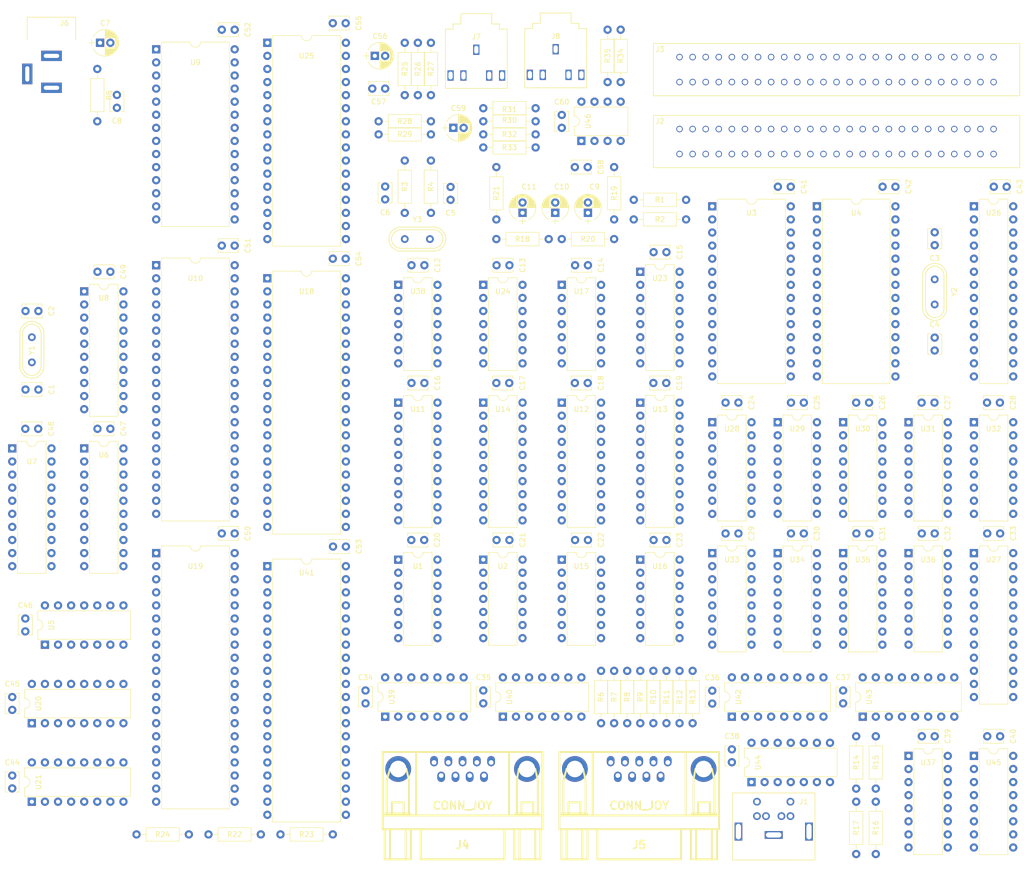
<source format=kicad_pcb>
(kicad_pcb (version 20171130) (host pcbnew "(5.0.0)")
  (layers (0 F.Cu signal) (31 B.Cu signal) (34 B.Paste user) (35 F.Paste user) (36 B.SilkS user) (37 F.SilkS user) (38 B.Mask user) (39 F.Mask user) (44 Edge.Cuts user))
  (net 0 "")
  (net 1 "Net-(C1-Pad1)")
  (net 2 GND)
  (net 3 "Net-(C2-Pad1)")
  (net 4 "Net-(C3-Pad1)")
  (net 5 "Net-(C4-Pad1)")
  (net 6 "Net-(C5-Pad1)")
  (net 7 "Net-(C6-Pad1)")
  (net 8 "Net-(C7-Pad1)")
  (net 9 /~RESET)
  (net 10 /BEEP)
  (net 11 "Net-(C9-Pad2)")
  (net 12 /SOUND)
  (net 13 "Net-(C10-Pad2)")
  (net 14 "Net-(C11-Pad1)")
  (net 15 "Net-(C11-Pad2)")
  (net 16 "Net-(J1-Pad2)")
  (net 17 "Net-(J1-Pad1)")
  (net 18 VCC)
  (net 19 "Net-(J1-Pad5)")
  (net 20 "Net-(J1-Pad6)")
  (net 21 /~CS1)
  (net 22 /~CS2)
  (net 23 /~CS12)
  (net 24 /~SLTSL2)
  (net 25 "Net-(J2-Pad5)")
  (net 26 /~RFSH)
  (net 27 /~EXTWAIT)
  (net 28 /~EXTINT)
  (net 29 /~M1)
  (net 30 "Net-(J2-Pad10)")
  (net 31 /~IORQ)
  (net 32 /~MREQ)
  (net 33 /~WR)
  (net 34 /~RD)
  (net 35 /SLOTS/~EXTRESET)
  (net 36 "Net-(J2-Pad16)")
  (net 37 /CPU/ADDR9)
  (net 38 /ADDR15)
  (net 39 /CPU/ADDR11)
  (net 40 /CPU/ADDR10)
  (net 41 /ADDR7)
  (net 42 /ADDR6)
  (net 43 /CPU/ADDR12)
  (net 44 /CPU/ADDR8)
  (net 45 /ADDR14)
  (net 46 /CPU/ADDR13)
  (net 47 /ADDR1)
  (net 48 /ADDR0)
  (net 49 /ADDR3)
  (net 50 /CPU/ADDR2)
  (net 51 /ADDR5)
  (net 52 /ADDR4)
  (net 53 /CPU/DATA1)
  (net 54 /CPU/DATA0)
  (net 55 /CPU/DATA3)
  (net 56 /CPU/DATA2)
  (net 57 /CPU/DATA5)
  (net 58 /CPU/DATA4)
  (net 59 /CPU/DATA7)
  (net 60 /CPU/DATA6)
  (net 61 /SLOTS/EXTCLK)
  (net 62 "Net-(J2-Pad44)")
  (net 63 "Net-(J2-Pad46)")
  (net 64 /~SLTSL3)
  (net 65 "Net-(J3-Pad5)")
  (net 66 "Net-(J3-Pad10)")
  (net 67 "Net-(J3-Pad16)")
  (net 68 "Net-(J3-Pad44)")
  (net 69 "Net-(J3-Pad46)")
  (net 70 /PSG/JOYA3)
  (net 71 /PSG/JOYA4)
  (net 72 /PSG/JOYA2)
  (net 73 /PSG/JOYA1)
  (net 74 /PSG/JOYA6)
  (net 75 /PSG/JOYA7)
  (net 76 /PSG/IOB4)
  (net 77 /PSG/JOYB3)
  (net 78 /PSG/JOYB4)
  (net 79 /PSG/JOYB2)
  (net 80 /PSG/JOYB1)
  (net 81 /PSG/JOYB6)
  (net 82 /PSG/JOYB7)
  (net 83 /PSG/IOB5)
  (net 84 "Net-(R3-Pad1)")
  (net 85 /AUDIO)
  (net 86 "Net-(R22-Pad1)")
  (net 87 "Net-(R23-Pad1)")
  (net 88 /PSG/IOA7)
  (net 89 /~SLTSL1)
  (net 90 /VDP/~CSW)
  (net 91 "Net-(U1-Pad3)")
  (net 92 /~IOSL3)
  (net 93 /VDP/~CSR)
  (net 94 "Net-(U1-Pad5)")
  (net 95 "Net-(U1-Pad6)")
  (net 96 "Net-(U2-Pad8)")
  (net 97 "Net-(U2-Pad10)")
  (net 98 "Net-(U19-Pad35)")
  (net 99 "Net-(U16-Pad11)")
  (net 100 /CLK)
  (net 101 "Net-(U17-Pad13)")
  (net 102 "Net-(U2-Pad13)")
  (net 103 "Net-(U10-Pad11)")
  (net 104 "Net-(U5-Pad11)")
  (net 105 /VDP/WR)
  (net 106 /VDP/~CAS)
  (net 107 "Net-(U5-Pad10)")
  (net 108 /VDP/RD)
  (net 109 /VDP/~RAS)
  (net 110 /VDP/COL)
  (net 111 /VDP/ROW)
  (net 112 /VDP/AD0)
  (net 113 /VDP/VD7)
  (net 114 /VDP/AD1)
  (net 115 /VDP/VD6)
  (net 116 /VDP/AD2)
  (net 117 /VDP/VD5)
  (net 118 /VDP/AD3)
  (net 119 /VDP/VD4)
  (net 120 /VDP/AD4)
  (net 121 /VDP/VD3)
  (net 122 /VDP/AD5)
  (net 123 /VDP/VD2)
  (net 124 /VDP/AD6)
  (net 125 /VDP/VD1)
  (net 126 /VDP/AD7)
  (net 127 /VDP/VD0)
  (net 128 "Net-(U7-Pad12)")
  (net 129 "Net-(U7-Pad13)")
  (net 130 "Net-(U7-Pad14)")
  (net 131 "Net-(U7-Pad15)")
  (net 132 "Net-(U7-Pad16)")
  (net 133 "Net-(U7-Pad17)")
  (net 134 "Net-(U7-Pad18)")
  (net 135 "Net-(U7-Pad19)")
  (net 136 "Net-(U8-Pad12)")
  (net 137 "Net-(U8-Pad13)")
  (net 138 "Net-(U8-Pad14)")
  (net 139 "Net-(U8-Pad15)")
  (net 140 "Net-(U8-Pad16)")
  (net 141 "Net-(U8-Pad17)")
  (net 142 "Net-(U8-Pad18)")
  (net 143 "Net-(U8-Pad19)")
  (net 144 "Net-(U10-Pad35)")
  (net 145 /~VDPINT)
  (net 146 "Net-(U10-Pad36)")
  (net 147 "Net-(U10-Pad37)")
  (net 148 "Net-(U10-Pad38)")
  (net 149 /CPU/A4)
  (net 150 /CPU/A0)
  (net 151 /CPU/A5)
  (net 152 /CPU/A1)
  (net 153 /CPU/A6)
  (net 154 /CPU/A2)
  (net 155 /CPU/A7)
  (net 156 /CPU/A3)
  (net 157 /CPU/A12)
  (net 158 /CPU/A8)
  (net 159 /CPU/A13)
  (net 160 /CPU/A9)
  (net 161 /CPU/A14)
  (net 162 /CPU/A10)
  (net 163 /CPU/A15)
  (net 164 /CPU/A11)
  (net 165 "Net-(U13-Pad1)")
  (net 166 /CPU/D0)
  (net 167 /CPU/D1)
  (net 168 /CPU/D2)
  (net 169 /CPU/D3)
  (net 170 /CPU/D4)
  (net 171 /CPU/D5)
  (net 172 /CPU/D6)
  (net 173 /CPU/D7)
  (net 174 "Net-(U14-Pad11)")
  (net 175 "Net-(U14-Pad2)")
  (net 176 "Net-(U14-Pad12)")
  (net 177 "Net-(U14-Pad3)")
  (net 178 "Net-(U14-Pad13)")
  (net 179 "Net-(U14-Pad4)")
  (net 180 "Net-(U14-Pad15)")
  (net 181 "Net-(U14-Pad6)")
  (net 182 "Net-(U15-Pad8)")
  (net 183 "Net-(U15-Pad4)")
  (net 184 "Net-(U15-Pad12)")
  (net 185 "Net-(U15-Pad6)")
  (net 186 /CPU/~INT)
  (net 187 "Net-(U16-Pad5)")
  (net 188 "Net-(U16-Pad12)")
  (net 189 "Net-(U16-Pad13)")
  (net 190 "Net-(U17-Pad8)")
  (net 191 /~IOSL5)
  (net 192 "Net-(U17-Pad11)")
  (net 193 "Net-(U17-Pad6)")
  (net 194 "Net-(U18-Pad23)")
  (net 195 "Net-(U18-Pad18)")
  (net 196 /PPI/PA3)
  (net 197 /KBD/KBCOL3)
  (net 198 /PPI/PA2)
  (net 199 /KBD/KBCOL4)
  (net 200 /PPI/PA1)
  (net 201 /KBD/KBCOL5)
  (net 202 /PPI/PA0)
  (net 203 /KBD/KBCOL6)
  (net 204 /KBD/KBCOL7)
  (net 205 "Net-(U19-Pad11)")
  (net 206 "Net-(U19-Pad13)")
  (net 207 /KBD/KBROW0)
  (net 208 /KBD/KBROW1)
  (net 209 /KBD/KBROW2)
  (net 210 /KBD/KBROW3)
  (net 211 /PPI/PA7)
  (net 212 /KBD/KBCOL0)
  (net 213 /PPI/PA6)
  (net 214 /KBD/KBCOL1)
  (net 215 /PPI/PA5)
  (net 216 /KBD/KBCOL2)
  (net 217 /PPI/PA4)
  (net 218 "Net-(U20-Pad1)")
  (net 219 "Net-(U20-Pad9)")
  (net 220 "Net-(U20-Pad7)")
  (net 221 "Net-(U21-Pad9)")
  (net 222 /~SLTSL0)
  (net 223 "Net-(U21-Pad12)")
  (net 224 "Net-(U23-Pad9)")
  (net 225 /~IOSL4)
  (net 226 "Net-(U23-Pad4)")
  (net 227 "Net-(U23-Pad13)")
  (net 228 "Net-(U23-Pad14)")
  (net 229 "Net-(U23-Pad7)")
  (net 230 "Net-(U23-Pad15)")
  (net 231 "Net-(U24-Pad6)")
  (net 232 "Net-(U24-Pad5)")
  (net 233 "Net-(U24-Pad13)")
  (net 234 /KBD/STCP7)
  (net 235 "Net-(U26-Pad2)")
  (net 236 /KBD/STCP8)
  (net 237 "Net-(U26-Pad3)")
  (net 238 /KBD/STCP9)
  (net 239 /KBD/STCP10)
  (net 240 "Net-(U26-Pad19)")
  (net 241 /KBD/SHCP)
  (net 242 /KBD/STCP0)
  (net 243 /KBD/STCP1)
  (net 244 /KBD/DS)
  (net 245 /KBD/STCP2)
  (net 246 "Net-(U26-Pad12)")
  (net 247 /KBD/STCP3)
  (net 248 "Net-(U26-Pad13)")
  (net 249 /KBD/STCP4)
  (net 250 /KBD/STCP6)
  (net 251 /KBD/STCP5)
  (net 252 /KBD/~RSL0)
  (net 253 "Net-(U27-Pad13)")
  (net 254 /KBD/~RSL1)
  (net 255 "Net-(U27-Pad14)")
  (net 256 /KBD/~RSL2)
  (net 257 "Net-(U27-Pad15)")
  (net 258 /KBD/~RSL3)
  (net 259 "Net-(U27-Pad16)")
  (net 260 /KBD/~RSL4)
  (net 261 "Net-(U27-Pad17)")
  (net 262 /KBD/~RSL5)
  (net 263 /KBD/~RSL6)
  (net 264 /KBD/~RSL7)
  (net 265 /KBD/~RSL8)
  (net 266 /KBD/~RSL9)
  (net 267 /KBD/~RSL10)
  (net 268 "Net-(U28-Pad9)")
  (net 269 "Net-(U29-Pad9)")
  (net 270 "Net-(U30-Pad9)")
  (net 271 "Net-(U31-Pad9)")
  (net 272 "Net-(U32-Pad9)")
  (net 273 "Net-(U33-Pad9)")
  (net 274 "Net-(U34-Pad9)")
  (net 275 "Net-(U35-Pad9)")
  (net 276 "Net-(U36-Pad9)")
  (net 277 "Net-(U37-Pad9)")
  (net 278 "Net-(U38-Pad2)")
  (net 279 "Net-(U38-Pad10)")
  (net 280 /PSG/IOB0)
  (net 281 /PSG/IOB3)
  (net 282 /PSG/IOB1)
  (net 283 "Net-(U39-Pad10)")
  (net 284 /PSG/IOB2)
  (net 285 "Net-(U39-Pad12)")
  (net 286 "Net-(U40-Pad2)")
  (net 287 "Net-(U40-Pad9)")
  (net 288 "Net-(U40-Pad5)")
  (net 289 /PSG/IOA0)
  (net 290 "Net-(U41-Pad2)")
  (net 291 "Net-(U41-Pad5)")
  (net 292 "Net-(U41-Pad26)")
  (net 293 /PSG/IOB6)
  (net 294 /PSG/IOA5)
  (net 295 /PSG/IOA4)
  (net 296 /PSG/IOA3)
  (net 297 /PSG/IOA2)
  (net 298 "Net-(U41-Pad39)")
  (net 299 /PSG/IOA1)
  (net 300 "Net-(U43-Pad9)")
  (net 301 "Net-(U43-Pad12)")
  (net 302 "Net-(U44-Pad3)")
  (net 303 "Net-(U45-Pad9)")
  (net 304 /CASOUT)
  (net 305 "Net-(C56-Pad2)")
  (net 306 "Net-(C57-Pad1)")
  (net 307 "Net-(C58-Pad1)")
  (net 308 /CASIN)
  (net 309 "Net-(C59-Pad1)")
  (net 310 "Net-(J7-Pad3)")
  (net 311 "Net-(J7-Pad2)")
  (net 312 "Net-(J7-Pad4)")
  (net 313 "Net-(J7-Pad5)")
  (net 314 "Net-(J8-Pad3)")
  (net 315 "Net-(J8-Pad2)")
  (net 316 "Net-(J8-Pad4)")
  (net 317 "Net-(J8-Pad5)")
  (net 318 "Net-(R30-Pad1)")
  (net 319 "Net-(R31-Pad2)")
  (net 320 "Net-(U46-Pad5)")
  (net 321 "Net-(U46-Pad6)")
  (module artemsx:PS2_conn (layer F.Cu) (at 243.07 208.15)
    (fp_text reference J1 (at 5.85 -11.3 180) (layer F.SilkS))
    (fp_text value PS2_CONN)
    (pad "" thru_hole rect (at 6.85 -5.5 270) (size 3.5 1.5) (drill oval 3 1) (layers *.Cu *.Mask))
    (pad "" thru_hole rect (at -6.85 -5.5 270) (size 3.5 1.5) (drill oval 3 1) (layers *.Cu *.Mask))
    (pad "" thru_hole rect (at 0 -4.85 180) (size 3.5 1.5) (drill oval 3 1) (layers *.Cu *.Mask))
    (pad 6 thru_hole circle (at -3.25 -11.3 180) (size 1.5 1.5) (drill 0.9) (layers *.Cu *.Mask) (net 20 "Net-(J1-Pad6)"))
    (pad 5 thru_hole circle (at 3.25 -11.3 180) (size 1.5 1.5) (drill 0.9) (layers *.Cu *.Mask) (net 19 "Net-(J1-Pad5)"))
    (pad 3 thru_hole circle (at 3.25 -8.5 180) (size 1.5 1.5) (drill 0.9) (layers *.Cu *.Mask) (net 2 GND))
    (pad 4 thru_hole circle (at -3.25 -8.5 180) (size 1.5 1.5) (drill 0.9) (layers *.Cu *.Mask) (net 18 VCC))
    (pad 1 thru_hole circle (at 1.5 -8.5 180) (size 1.5 1.5) (drill 0.9) (layers *.Cu *.Mask) (net 17 "Net-(J1-Pad1)"))
    (pad 2 thru_hole circle (at -1.5 -8.5 180) (size 1.5 1.5) (drill 0.9) (layers *.Cu *.Mask) (net 16 "Net-(J1-Pad2)"))
  )
  (module artemsx:Slot_conn (layer F.Cu) (at 255.27 68.695)
    (fp_text reference J2 (at -34.29 -3.925) (layer F.SilkS))
    (fp_text value MSX_Slot)
    (pad 50 thru_hole circle (at 30.48 -2.425 270) (size 1.25 1.25) (drill 0.9) (layers *.Cu *.Mask) (net 2 GND))
    (pad 49 thru_hole circle (at 30.48 2.425 270) (size 1.25 1.25) (drill 0.9) (layers *.Cu *.Mask) (net 12 /SOUND))
    (pad 48 thru_hole circle (at 27.94 -2.425 270) (size 1.25 1.25) (drill 0.9) (layers *.Cu *.Mask) (net 2 GND))
    (pad 47 thru_hole circle (at 27.94 2.425 270) (size 1.25 1.25) (drill 0.9) (layers *.Cu *.Mask) (net 18 VCC))
    (pad 46 thru_hole circle (at 25.4 -2.425 270) (size 1.25 1.25) (drill 0.9) (layers *.Cu *.Mask) (net 63 "Net-(J2-Pad46)"))
    (pad 45 thru_hole circle (at 25.4 2.425 270) (size 1.25 1.25) (drill 0.9) (layers *.Cu *.Mask) (net 18 VCC))
    (pad 44 thru_hole circle (at 22.86 -2.425 270) (size 1.25 1.25) (drill 0.9) (layers *.Cu *.Mask) (net 62 "Net-(J2-Pad44)"))
    (pad 43 thru_hole circle (at 22.86 2.425 270) (size 1.25 1.25) (drill 0.9) (layers *.Cu *.Mask) (net 2 GND))
    (pad 42 thru_hole circle (at 20.32 -2.425 270) (size 1.25 1.25) (drill 0.9) (layers *.Cu *.Mask) (net 61 /SLOTS/EXTCLK))
    (pad 41 thru_hole circle (at 20.32 2.425 270) (size 1.25 1.25) (drill 0.9) (layers *.Cu *.Mask) (net 2 GND))
    (pad 40 thru_hole circle (at 17.78 -2.425 270) (size 1.25 1.25) (drill 0.9) (layers *.Cu *.Mask) (net 60 /CPU/DATA6))
    (pad 39 thru_hole circle (at 17.78 2.425 270) (size 1.25 1.25) (drill 0.9) (layers *.Cu *.Mask) (net 59 /CPU/DATA7))
    (pad 38 thru_hole circle (at 15.24 -2.425 270) (size 1.25 1.25) (drill 0.9) (layers *.Cu *.Mask) (net 58 /CPU/DATA4))
    (pad 37 thru_hole circle (at 15.24 2.425 270) (size 1.25 1.25) (drill 0.9) (layers *.Cu *.Mask) (net 57 /CPU/DATA5))
    (pad 36 thru_hole circle (at 12.7 -2.425 270) (size 1.25 1.25) (drill 0.9) (layers *.Cu *.Mask) (net 56 /CPU/DATA2))
    (pad 35 thru_hole circle (at 12.7 2.425 270) (size 1.25 1.25) (drill 0.9) (layers *.Cu *.Mask) (net 55 /CPU/DATA3))
    (pad 34 thru_hole circle (at 10.16 -2.425 270) (size 1.25 1.25) (drill 0.9) (layers *.Cu *.Mask) (net 54 /CPU/DATA0))
    (pad 33 thru_hole circle (at 10.16 2.425 270) (size 1.25 1.25) (drill 0.9) (layers *.Cu *.Mask) (net 53 /CPU/DATA1))
    (pad 32 thru_hole circle (at 7.62 -2.425 270) (size 1.25 1.25) (drill 0.9) (layers *.Cu *.Mask) (net 52 /ADDR4))
    (pad 31 thru_hole circle (at 7.62 2.425 270) (size 1.25 1.25) (drill 0.9) (layers *.Cu *.Mask) (net 51 /ADDR5))
    (pad 30 thru_hole circle (at 5.08 -2.425 270) (size 1.25 1.25) (drill 0.9) (layers *.Cu *.Mask) (net 50 /CPU/ADDR2))
    (pad 29 thru_hole circle (at 5.08 2.425 270) (size 1.25 1.25) (drill 0.9) (layers *.Cu *.Mask) (net 49 /ADDR3))
    (pad 28 thru_hole circle (at 2.54 -2.425 270) (size 1.25 1.25) (drill 0.9) (layers *.Cu *.Mask) (net 48 /ADDR0))
    (pad 27 thru_hole circle (at 2.54 2.425 270) (size 1.25 1.25) (drill 0.9) (layers *.Cu *.Mask) (net 47 /ADDR1))
    (pad 26 thru_hole circle (at 0 -2.425 270) (size 1.25 1.25) (drill 0.9) (layers *.Cu *.Mask) (net 46 /CPU/ADDR13))
    (pad 25 thru_hole circle (at 0 2.425 270) (size 1.25 1.25) (drill 0.9) (layers *.Cu *.Mask) (net 45 /ADDR14))
    (pad 24 thru_hole circle (at -2.54 -2.425 270) (size 1.25 1.25) (drill 0.9) (layers *.Cu *.Mask) (net 44 /CPU/ADDR8))
    (pad 23 thru_hole circle (at -2.54 2.425 270) (size 1.25 1.25) (drill 0.9) (layers *.Cu *.Mask) (net 43 /CPU/ADDR12))
    (pad 22 thru_hole circle (at -5.08 -2.425 270) (size 1.25 1.25) (drill 0.9) (layers *.Cu *.Mask) (net 42 /ADDR6))
    (pad 21 thru_hole circle (at -5.08 2.425 270) (size 1.25 1.25) (drill 0.9) (layers *.Cu *.Mask) (net 41 /ADDR7))
    (pad 20 thru_hole circle (at -7.62 -2.425 270) (size 1.25 1.25) (drill 0.9) (layers *.Cu *.Mask) (net 40 /CPU/ADDR10))
    (pad 19 thru_hole circle (at -7.62 2.425 270) (size 1.25 1.25) (drill 0.9) (layers *.Cu *.Mask) (net 39 /CPU/ADDR11))
    (pad 18 thru_hole circle (at -10.16 -2.425 270) (size 1.25 1.25) (drill 0.9) (layers *.Cu *.Mask) (net 38 /ADDR15))
    (pad 17 thru_hole circle (at -10.16 2.425 270) (size 1.25 1.25) (drill 0.9) (layers *.Cu *.Mask) (net 37 /CPU/ADDR9))
    (pad 16 thru_hole circle (at -12.7 -2.425 270) (size 1.25 1.25) (drill 0.9) (layers *.Cu *.Mask) (net 36 "Net-(J2-Pad16)"))
    (pad 15 thru_hole circle (at -12.7 2.425 270) (size 1.25 1.25) (drill 0.9) (layers *.Cu *.Mask) (net 35 /SLOTS/~EXTRESET))
    (pad 14 thru_hole circle (at -15.24 -2.425 270) (size 1.25 1.25) (drill 0.9) (layers *.Cu *.Mask) (net 34 /~RD))
    (pad 13 thru_hole circle (at -15.24 2.425 270) (size 1.25 1.25) (drill 0.9) (layers *.Cu *.Mask) (net 33 /~WR))
    (pad 12 thru_hole circle (at -17.78 -2.425 270) (size 1.25 1.25) (drill 0.9) (layers *.Cu *.Mask) (net 32 /~MREQ))
    (pad 11 thru_hole circle (at -17.78 2.425 270) (size 1.25 1.25) (drill 0.9) (layers *.Cu *.Mask) (net 31 /~IORQ))
    (pad 10 thru_hole circle (at -20.32 -2.425 270) (size 1.25 1.25) (drill 0.9) (layers *.Cu *.Mask) (net 30 "Net-(J2-Pad10)"))
    (pad 9 thru_hole circle (at -20.32 2.425 270) (size 1.25 1.25) (drill 0.9) (layers *.Cu *.Mask) (net 29 /~M1))
    (pad 8 thru_hole circle (at -22.86 -2.425 270) (size 1.25 1.25) (drill 0.9) (layers *.Cu *.Mask) (net 28 /~EXTINT))
    (pad 7 thru_hole circle (at -22.86 2.425 270) (size 1.25 1.25) (drill 0.9) (layers *.Cu *.Mask) (net 27 /~EXTWAIT))
    (pad 6 thru_hole circle (at -25.4 -2.425 270) (size 1.25 1.25) (drill 0.9) (layers *.Cu *.Mask) (net 26 /~RFSH))
    (pad 5 thru_hole circle (at -25.4 2.425 270) (size 1.25 1.25) (drill 0.9) (layers *.Cu *.Mask) (net 25 "Net-(J2-Pad5)"))
    (pad 4 thru_hole circle (at -27.94 -2.425 270) (size 1.25 1.25) (drill 0.9) (layers *.Cu *.Mask) (net 24 /~SLTSL2))
    (pad 3 thru_hole circle (at -27.94 2.425 270) (size 1.25 1.25) (drill 0.9) (layers *.Cu *.Mask) (net 23 /~CS12))
    (pad 2 thru_hole circle (at -30.48 -2.425 270) (size 1.25 1.25) (drill 0.9) (layers *.Cu *.Mask) (net 22 /~CS2))
    (pad 1 thru_hole circle (at -30.48 2.425 270) (size 1.25 1.25) (drill 0.9) (layers *.Cu *.Mask) (net 21 /~CS1))
  )
  (module artemsx:Slot_conn (layer F.Cu) (at 255.27 54.725)
    (fp_text reference J3 (at -34.29 -3.925) (layer F.SilkS))
    (fp_text value MSX_Slot)
    (pad 50 thru_hole circle (at 30.48 -2.425 270) (size 1.25 1.25) (drill 0.9) (layers *.Cu *.Mask) (net 2 GND))
    (pad 49 thru_hole circle (at 30.48 2.425 270) (size 1.25 1.25) (drill 0.9) (layers *.Cu *.Mask) (net 12 /SOUND))
    (pad 48 thru_hole circle (at 27.94 -2.425 270) (size 1.25 1.25) (drill 0.9) (layers *.Cu *.Mask) (net 2 GND))
    (pad 47 thru_hole circle (at 27.94 2.425 270) (size 1.25 1.25) (drill 0.9) (layers *.Cu *.Mask) (net 18 VCC))
    (pad 46 thru_hole circle (at 25.4 -2.425 270) (size 1.25 1.25) (drill 0.9) (layers *.Cu *.Mask) (net 69 "Net-(J3-Pad46)"))
    (pad 45 thru_hole circle (at 25.4 2.425 270) (size 1.25 1.25) (drill 0.9) (layers *.Cu *.Mask) (net 18 VCC))
    (pad 44 thru_hole circle (at 22.86 -2.425 270) (size 1.25 1.25) (drill 0.9) (layers *.Cu *.Mask) (net 68 "Net-(J3-Pad44)"))
    (pad 43 thru_hole circle (at 22.86 2.425 270) (size 1.25 1.25) (drill 0.9) (layers *.Cu *.Mask) (net 2 GND))
    (pad 42 thru_hole circle (at 20.32 -2.425 270) (size 1.25 1.25) (drill 0.9) (layers *.Cu *.Mask) (net 61 /SLOTS/EXTCLK))
    (pad 41 thru_hole circle (at 20.32 2.425 270) (size 1.25 1.25) (drill 0.9) (layers *.Cu *.Mask) (net 2 GND))
    (pad 40 thru_hole circle (at 17.78 -2.425 270) (size 1.25 1.25) (drill 0.9) (layers *.Cu *.Mask) (net 60 /CPU/DATA6))
    (pad 39 thru_hole circle (at 17.78 2.425 270) (size 1.25 1.25) (drill 0.9) (layers *.Cu *.Mask) (net 59 /CPU/DATA7))
    (pad 38 thru_hole circle (at 15.24 -2.425 270) (size 1.25 1.25) (drill 0.9) (layers *.Cu *.Mask) (net 58 /CPU/DATA4))
    (pad 37 thru_hole circle (at 15.24 2.425 270) (size 1.25 1.25) (drill 0.9) (layers *.Cu *.Mask) (net 57 /CPU/DATA5))
    (pad 36 thru_hole circle (at 12.7 -2.425 270) (size 1.25 1.25) (drill 0.9) (layers *.Cu *.Mask) (net 56 /CPU/DATA2))
    (pad 35 thru_hole circle (at 12.7 2.425 270) (size 1.25 1.25) (drill 0.9) (layers *.Cu *.Mask) (net 55 /CPU/DATA3))
    (pad 34 thru_hole circle (at 10.16 -2.425 270) (size 1.25 1.25) (drill 0.9) (layers *.Cu *.Mask) (net 54 /CPU/DATA0))
    (pad 33 thru_hole circle (at 10.16 2.425 270) (size 1.25 1.25) (drill 0.9) (layers *.Cu *.Mask) (net 53 /CPU/DATA1))
    (pad 32 thru_hole circle (at 7.62 -2.425 270) (size 1.25 1.25) (drill 0.9) (layers *.Cu *.Mask) (net 52 /ADDR4))
    (pad 31 thru_hole circle (at 7.62 2.425 270) (size 1.25 1.25) (drill 0.9) (layers *.Cu *.Mask) (net 51 /ADDR5))
    (pad 30 thru_hole circle (at 5.08 -2.425 270) (size 1.25 1.25) (drill 0.9) (layers *.Cu *.Mask) (net 50 /CPU/ADDR2))
    (pad 29 thru_hole circle (at 5.08 2.425 270) (size 1.25 1.25) (drill 0.9) (layers *.Cu *.Mask) (net 49 /ADDR3))
    (pad 28 thru_hole circle (at 2.54 -2.425 270) (size 1.25 1.25) (drill 0.9) (layers *.Cu *.Mask) (net 48 /ADDR0))
    (pad 27 thru_hole circle (at 2.54 2.425 270) (size 1.25 1.25) (drill 0.9) (layers *.Cu *.Mask) (net 47 /ADDR1))
    (pad 26 thru_hole circle (at 0 -2.425 270) (size 1.25 1.25) (drill 0.9) (layers *.Cu *.Mask) (net 46 /CPU/ADDR13))
    (pad 25 thru_hole circle (at 0 2.425 270) (size 1.25 1.25) (drill 0.9) (layers *.Cu *.Mask) (net 45 /ADDR14))
    (pad 24 thru_hole circle (at -2.54 -2.425 270) (size 1.25 1.25) (drill 0.9) (layers *.Cu *.Mask) (net 44 /CPU/ADDR8))
    (pad 23 thru_hole circle (at -2.54 2.425 270) (size 1.25 1.25) (drill 0.9) (layers *.Cu *.Mask) (net 43 /CPU/ADDR12))
    (pad 22 thru_hole circle (at -5.08 -2.425 270) (size 1.25 1.25) (drill 0.9) (layers *.Cu *.Mask) (net 42 /ADDR6))
    (pad 21 thru_hole circle (at -5.08 2.425 270) (size 1.25 1.25) (drill 0.9) (layers *.Cu *.Mask) (net 41 /ADDR7))
    (pad 20 thru_hole circle (at -7.62 -2.425 270) (size 1.25 1.25) (drill 0.9) (layers *.Cu *.Mask) (net 40 /CPU/ADDR10))
    (pad 19 thru_hole circle (at -7.62 2.425 270) (size 1.25 1.25) (drill 0.9) (layers *.Cu *.Mask) (net 39 /CPU/ADDR11))
    (pad 18 thru_hole circle (at -10.16 -2.425 270) (size 1.25 1.25) (drill 0.9) (layers *.Cu *.Mask) (net 38 /ADDR15))
    (pad 17 thru_hole circle (at -10.16 2.425 270) (size 1.25 1.25) (drill 0.9) (layers *.Cu *.Mask) (net 37 /CPU/ADDR9))
    (pad 16 thru_hole circle (at -12.7 -2.425 270) (size 1.25 1.25) (drill 0.9) (layers *.Cu *.Mask) (net 67 "Net-(J3-Pad16)"))
    (pad 15 thru_hole circle (at -12.7 2.425 270) (size 1.25 1.25) (drill 0.9) (layers *.Cu *.Mask) (net 35 /SLOTS/~EXTRESET))
    (pad 14 thru_hole circle (at -15.24 -2.425 270) (size 1.25 1.25) (drill 0.9) (layers *.Cu *.Mask) (net 34 /~RD))
    (pad 13 thru_hole circle (at -15.24 2.425 270) (size 1.25 1.25) (drill 0.9) (layers *.Cu *.Mask) (net 33 /~WR))
    (pad 12 thru_hole circle (at -17.78 -2.425 270) (size 1.25 1.25) (drill 0.9) (layers *.Cu *.Mask) (net 32 /~MREQ))
    (pad 11 thru_hole circle (at -17.78 2.425 270) (size 1.25 1.25) (drill 0.9) (layers *.Cu *.Mask) (net 31 /~IORQ))
    (pad 10 thru_hole circle (at -20.32 -2.425 270) (size 1.25 1.25) (drill 0.9) (layers *.Cu *.Mask) (net 66 "Net-(J3-Pad10)"))
    (pad 9 thru_hole circle (at -20.32 2.425 270) (size 1.25 1.25) (drill 0.9) (layers *.Cu *.Mask) (net 29 /~M1))
    (pad 8 thru_hole circle (at -22.86 -2.425 270) (size 1.25 1.25) (drill 0.9) (layers *.Cu *.Mask) (net 28 /~EXTINT))
    (pad 7 thru_hole circle (at -22.86 2.425 270) (size 1.25 1.25) (drill 0.9) (layers *.Cu *.Mask) (net 27 /~EXTWAIT))
    (pad 6 thru_hole circle (at -25.4 -2.425 270) (size 1.25 1.25) (drill 0.9) (layers *.Cu *.Mask) (net 26 /~RFSH))
    (pad 5 thru_hole circle (at -25.4 2.425 270) (size 1.25 1.25) (drill 0.9) (layers *.Cu *.Mask) (net 65 "Net-(J3-Pad5)"))
    (pad 4 thru_hole circle (at -27.94 -2.425 270) (size 1.25 1.25) (drill 0.9) (layers *.Cu *.Mask) (net 64 /~SLTSL3))
    (pad 3 thru_hole circle (at -27.94 2.425 270) (size 1.25 1.25) (drill 0.9) (layers *.Cu *.Mask) (net 23 /~CS12))
    (pad 2 thru_hole circle (at -30.48 -2.425 270) (size 1.25 1.25) (drill 0.9) (layers *.Cu *.Mask) (net 22 /~CS2))
    (pad 1 thru_hole circle (at -30.48 2.425 270) (size 1.25 1.25) (drill 0.9) (layers *.Cu *.Mask) (net 21 /~CS1))
  )
  (module artemsx:Joystick_conn (layer F.Cu) (at 182.67426 197.612)
    (fp_text reference J4 (at 0 7.62) (layer F.SilkS) (effects (font (size 1.524 1.524) (thickness 0.3048))))
    (fp_text value CONN_JOY (at 0 0) (layer F.SilkS) (effects (font (size 1.524 1.524) (thickness 0.3048))))
    (pad "" thru_hole circle (at -12.49426 -7.112) (size 5.00126 5.00126) (drill 3.2004) (layers *.Cu *.Mask))
    (pad 9 thru_hole oval (at 4.15544 -5.842) (size 1.50114 1.99898) (drill 0.89916 (offset 0 0.24892)) (layers *.Cu *.Mask) (net 2 GND))
    (pad 8 thru_hole oval (at 1.3843 -5.842) (size 1.50114 1.99898) (drill 0.89916 (offset 0 0.24892)) (layers *.Cu *.Mask) (net 76 /PSG/IOB4))
    (pad 7 thru_hole oval (at -1.3843 -5.842) (size 1.50114 1.99898) (drill 0.89916 (offset 0 0.24892)) (layers *.Cu *.Mask) (net 75 /PSG/JOYA7))
    (pad 6 thru_hole oval (at -4.15544 -5.842) (size 1.50114 1.99898) (drill 0.89916 (offset 0 0.24892)) (layers *.Cu *.Mask) (net 74 /PSG/JOYA6))
    (pad 1 thru_hole oval (at -5.53974 -8.382) (size 1.50114 1.99898) (drill 0.89916 (offset 0 -0.24892)) (layers *.Cu *.Mask) (net 73 /PSG/JOYA1))
    (pad 2 thru_hole oval (at -2.77114 -8.382) (size 1.50114 1.99898) (drill 0.89916 (offset 0 -0.24892)) (layers *.Cu *.Mask) (net 72 /PSG/JOYA2))
    (pad 5 thru_hole oval (at 5.53974 -8.382) (size 1.50114 1.99898) (drill 0.89916 (offset 0 -0.24892)) (layers *.Cu *.Mask) (net 18 VCC))
    (pad 4 thru_hole oval (at 2.77114 -8.382) (size 1.50114 1.99898) (drill 0.89916 (offset 0 -0.24892)) (layers *.Cu *.Mask) (net 71 /PSG/JOYA4))
    (pad 3 thru_hole oval (at 0 -8.382) (size 1.50114 1.99898) (drill 0.89916 (offset 0 -0.24892)) (layers *.Cu *.Mask) (net 70 /PSG/JOYA3))
    (pad "" thru_hole circle (at 12.49426 -7.112) (size 5.00126 5.00126) (drill 3.2004) (layers *.Cu *.Mask))
  )
  (module artemsx:Joystick_conn (layer F.Cu) (at 216.96426 197.612)
    (fp_text reference J5 (at 0 7.62) (layer F.SilkS) (effects (font (size 1.524 1.524) (thickness 0.3048))))
    (fp_text value CONN_JOY (at 0 0) (layer F.SilkS) (effects (font (size 1.524 1.524) (thickness 0.3048))))
    (pad "" thru_hole circle (at -12.49426 -7.112) (size 5.00126 5.00126) (drill 3.2004) (layers *.Cu *.Mask))
    (pad 9 thru_hole oval (at 4.15544 -5.842) (size 1.50114 1.99898) (drill 0.89916 (offset 0 0.24892)) (layers *.Cu *.Mask) (net 2 GND))
    (pad 8 thru_hole oval (at 1.3843 -5.842) (size 1.50114 1.99898) (drill 0.89916 (offset 0 0.24892)) (layers *.Cu *.Mask) (net 83 /PSG/IOB5))
    (pad 7 thru_hole oval (at -1.3843 -5.842) (size 1.50114 1.99898) (drill 0.89916 (offset 0 0.24892)) (layers *.Cu *.Mask) (net 82 /PSG/JOYB7))
    (pad 6 thru_hole oval (at -4.15544 -5.842) (size 1.50114 1.99898) (drill 0.89916 (offset 0 0.24892)) (layers *.Cu *.Mask) (net 81 /PSG/JOYB6))
    (pad 1 thru_hole oval (at -5.53974 -8.382) (size 1.50114 1.99898) (drill 0.89916 (offset 0 -0.24892)) (layers *.Cu *.Mask) (net 80 /PSG/JOYB1))
    (pad 2 thru_hole oval (at -2.77114 -8.382) (size 1.50114 1.99898) (drill 0.89916 (offset 0 -0.24892)) (layers *.Cu *.Mask) (net 79 /PSG/JOYB2))
    (pad 5 thru_hole oval (at 5.53974 -8.382) (size 1.50114 1.99898) (drill 0.89916 (offset 0 -0.24892)) (layers *.Cu *.Mask) (net 18 VCC))
    (pad 4 thru_hole oval (at 2.77114 -8.382) (size 1.50114 1.99898) (drill 0.89916 (offset 0 -0.24892)) (layers *.Cu *.Mask) (net 78 /PSG/JOYB4))
    (pad 3 thru_hole oval (at 0 -8.382) (size 1.50114 1.99898) (drill 0.89916 (offset 0 -0.24892)) (layers *.Cu *.Mask) (net 77 /PSG/JOYB3))
    (pad "" thru_hole circle (at 12.49426 -7.112) (size 5.00126 5.00126) (drill 3.2004) (layers *.Cu *.Mask))
  )
  (module artemsx:Axial_resistor (layer F.Cu) (at 226.06 80.01 180)
    (fp_text reference R1 (at 5.08 0 180) (layer F.SilkS))
    (fp_text value 10K)
    (pad 2 thru_hole oval (at 10.16 0 180) (size 1.6 1.6) (drill 0.8) (layers *.Cu *.Mask) (net 28 /~EXTINT))
    (pad 1 thru_hole circle (at 0 0 180) (size 1.6 1.6) (drill 0.8) (layers *.Cu *.Mask) (net 18 VCC))
  )
  (module artemsx:Axial_resistor (layer F.Cu) (at 226.06 83.82 180)
    (fp_text reference R2 (at 5.08 0 180) (layer F.SilkS))
    (fp_text value 10K)
    (pad 2 thru_hole oval (at 10.16 0 180) (size 1.6 1.6) (drill 0.8) (layers *.Cu *.Mask) (net 27 /~EXTWAIT))
    (pad 1 thru_hole circle (at 0 0 180) (size 1.6 1.6) (drill 0.8) (layers *.Cu *.Mask) (net 18 VCC))
  )
  (module artemsx:Axial_resistor (layer F.Cu) (at 171.45 72.39 270)
    (fp_text reference R3 (at 5.08 0 270) (layer F.SilkS))
    (fp_text value 1M)
    (pad 2 thru_hole oval (at 10.16 0 270) (size 1.6 1.6) (drill 0.8) (layers *.Cu *.Mask) (net 7 "Net-(C6-Pad1)"))
    (pad 1 thru_hole circle (at 0 0 270) (size 1.6 1.6) (drill 0.8) (layers *.Cu *.Mask) (net 84 "Net-(R3-Pad1)"))
  )
  (module artemsx:Axial_resistor (layer F.Cu) (at 176.53 72.39 270)
    (fp_text reference R4 (at 5.08 0 270) (layer F.SilkS))
    (fp_text value 1K)
    (pad 2 thru_hole oval (at 10.16 0 270) (size 1.6 1.6) (drill 0.8) (layers *.Cu *.Mask) (net 6 "Net-(C5-Pad1)"))
    (pad 1 thru_hole circle (at 0 0 270) (size 1.6 1.6) (drill 0.8) (layers *.Cu *.Mask) (net 84 "Net-(R3-Pad1)"))
  )
  (module artemsx:Axial_resistor (layer F.Cu) (at 111.76 54.61 270)
    (fp_text reference R5 (at 5.08 -2.31 270) (layer F.SilkS))
    (fp_text value 10K)
    (pad 2 thru_hole oval (at 10.16 0 270) (size 1.6 1.6) (drill 0.8) (layers *.Cu *.Mask) (net 8 "Net-(C7-Pad1)"))
    (pad 1 thru_hole circle (at 0 0 270) (size 1.6 1.6) (drill 0.8) (layers *.Cu *.Mask) (net 18 VCC))
  )
  (module artemsx:Axial_resistor (layer F.Cu) (at 209.55 181.61 90)
    (fp_text reference R6 (at 5.08 0 90) (layer F.SilkS))
    (fp_text value 10K)
    (pad 2 thru_hole oval (at 10.16 0 90) (size 1.6 1.6) (drill 0.8) (layers *.Cu *.Mask) (net 78 /PSG/JOYB4))
    (pad 1 thru_hole circle (at 0 0 90) (size 1.6 1.6) (drill 0.8) (layers *.Cu *.Mask) (net 18 VCC))
  )
  (module artemsx:Axial_resistor (layer F.Cu) (at 212.09 181.61 90)
    (fp_text reference R7 (at 5.08 0 90) (layer F.SilkS))
    (fp_text value 10K)
    (pad 2 thru_hole oval (at 10.16 0 90) (size 1.6 1.6) (drill 0.8) (layers *.Cu *.Mask) (net 77 /PSG/JOYB3))
    (pad 1 thru_hole circle (at 0 0 90) (size 1.6 1.6) (drill 0.8) (layers *.Cu *.Mask) (net 18 VCC))
  )
  (module artemsx:Axial_resistor (layer F.Cu) (at 214.63 181.61 90)
    (fp_text reference R8 (at 5.08 0 90) (layer F.SilkS))
    (fp_text value 10K)
    (pad 2 thru_hole oval (at 10.16 0 90) (size 1.6 1.6) (drill 0.8) (layers *.Cu *.Mask) (net 79 /PSG/JOYB2))
    (pad 1 thru_hole circle (at 0 0 90) (size 1.6 1.6) (drill 0.8) (layers *.Cu *.Mask) (net 18 VCC))
  )
  (module artemsx:Axial_resistor (layer F.Cu) (at 217.17 181.61 90)
    (fp_text reference R9 (at 5.08 0 90) (layer F.SilkS))
    (fp_text value 10K)
    (pad 2 thru_hole oval (at 10.16 0 90) (size 1.6 1.6) (drill 0.8) (layers *.Cu *.Mask) (net 80 /PSG/JOYB1))
    (pad 1 thru_hole circle (at 0 0 90) (size 1.6 1.6) (drill 0.8) (layers *.Cu *.Mask) (net 18 VCC))
  )
  (module artemsx:Axial_resistor (layer F.Cu) (at 219.71 181.61 90)
    (fp_text reference R10 (at 5.08 0 90) (layer F.SilkS))
    (fp_text value 10K)
    (pad 2 thru_hole oval (at 10.16 0 90) (size 1.6 1.6) (drill 0.8) (layers *.Cu *.Mask) (net 71 /PSG/JOYA4))
    (pad 1 thru_hole circle (at 0 0 90) (size 1.6 1.6) (drill 0.8) (layers *.Cu *.Mask) (net 18 VCC))
  )
  (module artemsx:Axial_resistor (layer F.Cu) (at 222.25 181.61 90)
    (fp_text reference R11 (at 5.08 0 90) (layer F.SilkS))
    (fp_text value 10K)
    (pad 2 thru_hole oval (at 10.16 0 90) (size 1.6 1.6) (drill 0.8) (layers *.Cu *.Mask) (net 70 /PSG/JOYA3))
    (pad 1 thru_hole circle (at 0 0 90) (size 1.6 1.6) (drill 0.8) (layers *.Cu *.Mask) (net 18 VCC))
  )
  (module artemsx:Axial_resistor (layer F.Cu) (at 224.79 181.61 90)
    (fp_text reference R12 (at 5.08 0 90) (layer F.SilkS))
    (fp_text value 10K)
    (pad 2 thru_hole oval (at 10.16 0 90) (size 1.6 1.6) (drill 0.8) (layers *.Cu *.Mask) (net 72 /PSG/JOYA2))
    (pad 1 thru_hole circle (at 0 0 90) (size 1.6 1.6) (drill 0.8) (layers *.Cu *.Mask) (net 18 VCC))
  )
  (module artemsx:Axial_resistor (layer F.Cu) (at 227.33 181.61 90)
    (fp_text reference R13 (at 5.08 0 90) (layer F.SilkS))
    (fp_text value 10K)
    (pad 2 thru_hole oval (at 10.16 0 90) (size 1.6 1.6) (drill 0.8) (layers *.Cu *.Mask) (net 73 /PSG/JOYA1))
    (pad 1 thru_hole circle (at 0 0 90) (size 1.6 1.6) (drill 0.8) (layers *.Cu *.Mask) (net 18 VCC))
  )
  (module artemsx:Axial_resistor (layer F.Cu) (at 259.08 184.15 270)
    (fp_text reference R14 (at 5.08 0 270) (layer F.SilkS))
    (fp_text value 10K)
    (pad 2 thru_hole oval (at 10.16 0 270) (size 1.6 1.6) (drill 0.8) (layers *.Cu *.Mask) (net 18 VCC))
    (pad 1 thru_hole circle (at 0 0 270) (size 1.6 1.6) (drill 0.8) (layers *.Cu *.Mask) (net 82 /PSG/JOYB7))
  )
  (module artemsx:Axial_resistor (layer F.Cu) (at 262.89 184.15 270)
    (fp_text reference R15 (at 5.08 0 270) (layer F.SilkS))
    (fp_text value 10K)
    (pad 2 thru_hole oval (at 10.16 0 270) (size 1.6 1.6) (drill 0.8) (layers *.Cu *.Mask) (net 18 VCC))
    (pad 1 thru_hole circle (at 0 0 270) (size 1.6 1.6) (drill 0.8) (layers *.Cu *.Mask) (net 81 /PSG/JOYB6))
  )
  (module artemsx:Axial_resistor (layer F.Cu) (at 262.89 207.01 90)
    (fp_text reference R16 (at 5.08 0 90) (layer F.SilkS))
    (fp_text value 10K)
    (pad 2 thru_hole oval (at 10.16 0 90) (size 1.6 1.6) (drill 0.8) (layers *.Cu *.Mask) (net 18 VCC))
    (pad 1 thru_hole circle (at 0 0 90) (size 1.6 1.6) (drill 0.8) (layers *.Cu *.Mask) (net 75 /PSG/JOYA7))
  )
  (module artemsx:Axial_resistor (layer F.Cu) (at 259.08 207.01 90)
    (fp_text reference R17 (at 5.08 0 90) (layer F.SilkS))
    (fp_text value 10K)
    (pad 2 thru_hole oval (at 10.16 0 90) (size 1.6 1.6) (drill 0.8) (layers *.Cu *.Mask) (net 18 VCC))
    (pad 1 thru_hole circle (at 0 0 90) (size 1.6 1.6) (drill 0.8) (layers *.Cu *.Mask) (net 74 /PSG/JOYA6))
  )
  (module artemsx:Axial_resistor (layer F.Cu) (at 189.23 87.63)
    (fp_text reference R18 (at 5.08 0) (layer F.SilkS))
    (fp_text value 470)
    (pad 2 thru_hole oval (at 10.16 0) (size 1.6 1.6) (drill 0.8) (layers *.Cu *.Mask) (net 2 GND))
    (pad 1 thru_hole circle (at 0 0) (size 1.6 1.6) (drill 0.8) (layers *.Cu *.Mask) (net 14 "Net-(C11-Pad1)"))
  )
  (module artemsx:Axial_resistor (layer F.Cu) (at 212.09 73.66 270)
    (fp_text reference R19 (at 5.08 0 270) (layer F.SilkS))
    (fp_text value 20k)
    (pad 2 thru_hole oval (at 10.16 0 270) (size 1.6 1.6) (drill 0.8) (layers *.Cu *.Mask) (net 85 /AUDIO))
    (pad 1 thru_hole circle (at 0 0 270) (size 1.6 1.6) (drill 0.8) (layers *.Cu *.Mask) (net 11 "Net-(C9-Pad2)"))
  )
  (module artemsx:Axial_resistor (layer F.Cu) (at 212.09 87.63 180)
    (fp_text reference R20 (at 5.08 0 180) (layer F.SilkS))
    (fp_text value 4k7)
    (pad 2 thru_hole oval (at 10.16 0 180) (size 1.6 1.6) (drill 0.8) (layers *.Cu *.Mask) (net 85 /AUDIO))
    (pad 1 thru_hole circle (at 0 0 180) (size 1.6 1.6) (drill 0.8) (layers *.Cu *.Mask) (net 13 "Net-(C10-Pad2)"))
  )
  (module artemsx:Axial_resistor (layer F.Cu) (at 189.23 83.82 90)
    (fp_text reference R21 (at 5.08 0 90) (layer F.SilkS))
    (fp_text value 2k7)
    (pad 2 thru_hole oval (at 10.16 0 90) (size 1.6 1.6) (drill 0.8) (layers *.Cu *.Mask) (net 85 /AUDIO))
    (pad 1 thru_hole circle (at 0 0 90) (size 1.6 1.6) (drill 0.8) (layers *.Cu *.Mask) (net 15 "Net-(C11-Pad2)"))
  )
  (module artemsx:Axial_resistor (layer F.Cu) (at 133.35 203.2)
    (fp_text reference R22 (at 5.08 0) (layer F.SilkS))
    (fp_text value 10K)
    (pad 2 thru_hole oval (at 10.16 0) (size 1.6 1.6) (drill 0.8) (layers *.Cu *.Mask) (net 2 GND))
    (pad 1 thru_hole circle (at 0 0) (size 1.6 1.6) (drill 0.8) (layers *.Cu *.Mask) (net 86 "Net-(R22-Pad1)"))
  )
  (module artemsx:Axial_resistor (layer F.Cu) (at 147.32 203.2)
    (fp_text reference R23 (at 5.08 0) (layer F.SilkS))
    (fp_text value 10K)
    (pad 2 thru_hole oval (at 10.16 0) (size 1.6 1.6) (drill 0.8) (layers *.Cu *.Mask) (net 2 GND))
    (pad 1 thru_hole circle (at 0 0) (size 1.6 1.6) (drill 0.8) (layers *.Cu *.Mask) (net 87 "Net-(R23-Pad1)"))
  )
  (module artemsx:Axial_resistor (layer F.Cu) (at 129.54 203.2 180)
    (fp_text reference R24 (at 5.08 0 180) (layer F.SilkS))
    (fp_text value 10K)
    (pad 2 thru_hole oval (at 10.16 0 180) (size 1.6 1.6) (drill 0.8) (layers *.Cu *.Mask) (net 88 /PSG/IOA7))
    (pad 1 thru_hole circle (at 0 0 180) (size 1.6 1.6) (drill 0.8) (layers *.Cu *.Mask) (net 2 GND))
  )
  (module artemsx:DIP-14_300 (layer F.Cu) (at 170.18 149.86)
    (fp_text reference U1 (at 3.81 1.27) (layer F.SilkS))
    (fp_text value 74HC32)
    (pad 14 thru_hole oval (at 7.62 0) (size 1.6 1.6) (drill 0.8) (layers *.Cu *.Mask) (net 18 VCC))
    (pad 7 thru_hole oval (at 0 15.24) (size 1.6 1.6) (drill 0.8) (layers *.Cu *.Mask) (net 2 GND))
    (pad 13 thru_hole oval (at 7.62 2.54) (size 1.6 1.6) (drill 0.8) (layers *.Cu *.Mask) (net 34 /~RD))
    (pad 6 thru_hole oval (at 0 12.7) (size 1.6 1.6) (drill 0.8) (layers *.Cu *.Mask) (net 95 "Net-(U1-Pad6)"))
    (pad 12 thru_hole oval (at 7.62 5.08) (size 1.6 1.6) (drill 0.8) (layers *.Cu *.Mask) (net 92 /~IOSL3))
    (pad 5 thru_hole oval (at 0 10.16) (size 1.6 1.6) (drill 0.8) (layers *.Cu *.Mask) (net 94 "Net-(U1-Pad5)"))
    (pad 11 thru_hole oval (at 7.62 7.62) (size 1.6 1.6) (drill 0.8) (layers *.Cu *.Mask) (net 93 /VDP/~CSR))
    (pad 4 thru_hole oval (at 0 7.62) (size 1.6 1.6) (drill 0.8) (layers *.Cu *.Mask) (net 89 /~SLTSL1))
    (pad 10 thru_hole oval (at 7.62 10.16) (size 1.6 1.6) (drill 0.8) (layers *.Cu *.Mask) (net 92 /~IOSL3))
    (pad 3 thru_hole oval (at 0 5.08) (size 1.6 1.6) (drill 0.8) (layers *.Cu *.Mask) (net 91 "Net-(U1-Pad3)"))
    (pad 9 thru_hole oval (at 7.62 12.7) (size 1.6 1.6) (drill 0.8) (layers *.Cu *.Mask) (net 33 /~WR))
    (pad 2 thru_hole oval (at 0 2.54) (size 1.6 1.6) (drill 0.8) (layers *.Cu *.Mask) (net 38 /ADDR15))
    (pad 8 thru_hole oval (at 7.62 15.24) (size 1.6 1.6) (drill 0.8) (layers *.Cu *.Mask) (net 90 /VDP/~CSW))
    (pad 1 thru_hole rect (at 0 0) (size 1.6 1.6) (drill 0.8) (layers *.Cu *.Mask) (net 89 /~SLTSL1))
  )
  (module artemsx:DIP-14_300 (layer F.Cu) (at 186.69 149.86)
    (fp_text reference U2 (at 3.81 1.27) (layer F.SilkS))
    (fp_text value 74HC04)
    (pad 14 thru_hole oval (at 7.62 0) (size 1.6 1.6) (drill 0.8) (layers *.Cu *.Mask) (net 18 VCC))
    (pad 7 thru_hole oval (at 0 15.24) (size 1.6 1.6) (drill 0.8) (layers *.Cu *.Mask) (net 2 GND))
    (pad 13 thru_hole oval (at 7.62 2.54) (size 1.6 1.6) (drill 0.8) (layers *.Cu *.Mask) (net 102 "Net-(U2-Pad13)"))
    (pad 6 thru_hole oval (at 0 12.7) (size 1.6 1.6) (drill 0.8) (layers *.Cu *.Mask) (net 101 "Net-(U17-Pad13)"))
    (pad 12 thru_hole oval (at 7.62 5.08) (size 1.6 1.6) (drill 0.8) (layers *.Cu *.Mask) (net 100 /CLK))
    (pad 5 thru_hole oval (at 0 10.16) (size 1.6 1.6) (drill 0.8) (layers *.Cu *.Mask) (net 26 /~RFSH))
    (pad 11 thru_hole oval (at 7.62 7.62) (size 1.6 1.6) (drill 0.8) (layers *.Cu *.Mask) (net 99 "Net-(U16-Pad11)"))
    (pad 4 thru_hole oval (at 0 7.62) (size 1.6 1.6) (drill 0.8) (layers *.Cu *.Mask) (net 98 "Net-(U19-Pad35)"))
    (pad 10 thru_hole oval (at 7.62 10.16) (size 1.6 1.6) (drill 0.8) (layers *.Cu *.Mask) (net 97 "Net-(U2-Pad10)"))
    (pad 3 thru_hole oval (at 0 5.08) (size 1.6 1.6) (drill 0.8) (layers *.Cu *.Mask) (net 9 /~RESET))
    (pad 9 thru_hole oval (at 7.62 12.7) (size 1.6 1.6) (drill 0.8) (layers *.Cu *.Mask) (net 41 /ADDR7))
    (pad 2 thru_hole oval (at 0 2.54) (size 1.6 1.6) (drill 0.8) (layers *.Cu *.Mask) (net 94 "Net-(U1-Pad5)"))
    (pad 8 thru_hole oval (at 7.62 15.24) (size 1.6 1.6) (drill 0.8) (layers *.Cu *.Mask) (net 96 "Net-(U2-Pad8)"))
    (pad 1 thru_hole rect (at 0 0) (size 1.6 1.6) (drill 0.8) (layers *.Cu *.Mask) (net 38 /ADDR15))
  )
  (module artemsx:DIP-28_600 (layer F.Cu) (at 231.14 81.28)
    (fp_text reference U3 (at 7.62 1.27) (layer F.SilkS))
    (fp_text value HM62256ALP-10)
    (pad 28 thru_hole oval (at 15.24 0) (size 1.6 1.6) (drill 0.8) (layers *.Cu *.Mask) (net 18 VCC))
    (pad 14 thru_hole oval (at 0 33.02) (size 1.6 1.6) (drill 0.8) (layers *.Cu *.Mask) (net 2 GND))
    (pad 27 thru_hole oval (at 15.24 2.54) (size 1.6 1.6) (drill 0.8) (layers *.Cu *.Mask) (net 33 /~WR))
    (pad 13 thru_hole oval (at 0 30.48) (size 1.6 1.6) (drill 0.8) (layers *.Cu *.Mask) (net 56 /CPU/DATA2))
    (pad 26 thru_hole oval (at 15.24 5.08) (size 1.6 1.6) (drill 0.8) (layers *.Cu *.Mask) (net 46 /CPU/ADDR13))
    (pad 12 thru_hole oval (at 0 27.94) (size 1.6 1.6) (drill 0.8) (layers *.Cu *.Mask) (net 53 /CPU/DATA1))
    (pad 25 thru_hole oval (at 15.24 7.62) (size 1.6 1.6) (drill 0.8) (layers *.Cu *.Mask) (net 44 /CPU/ADDR8))
    (pad 11 thru_hole oval (at 0 25.4) (size 1.6 1.6) (drill 0.8) (layers *.Cu *.Mask) (net 54 /CPU/DATA0))
    (pad 24 thru_hole oval (at 15.24 10.16) (size 1.6 1.6) (drill 0.8) (layers *.Cu *.Mask) (net 37 /CPU/ADDR9))
    (pad 10 thru_hole oval (at 0 22.86) (size 1.6 1.6) (drill 0.8) (layers *.Cu *.Mask) (net 48 /ADDR0))
    (pad 23 thru_hole oval (at 15.24 12.7) (size 1.6 1.6) (drill 0.8) (layers *.Cu *.Mask) (net 39 /CPU/ADDR11))
    (pad 9 thru_hole oval (at 0 20.32) (size 1.6 1.6) (drill 0.8) (layers *.Cu *.Mask) (net 47 /ADDR1))
    (pad 22 thru_hole oval (at 15.24 15.24) (size 1.6 1.6) (drill 0.8) (layers *.Cu *.Mask) (net 34 /~RD))
    (pad 8 thru_hole oval (at 0 17.78) (size 1.6 1.6) (drill 0.8) (layers *.Cu *.Mask) (net 50 /CPU/ADDR2))
    (pad 21 thru_hole oval (at 15.24 17.78) (size 1.6 1.6) (drill 0.8) (layers *.Cu *.Mask) (net 40 /CPU/ADDR10))
    (pad 7 thru_hole oval (at 0 15.24) (size 1.6 1.6) (drill 0.8) (layers *.Cu *.Mask) (net 49 /ADDR3))
    (pad 20 thru_hole oval (at 15.24 20.32) (size 1.6 1.6) (drill 0.8) (layers *.Cu *.Mask) (net 91 "Net-(U1-Pad3)"))
    (pad 6 thru_hole oval (at 0 12.7) (size 1.6 1.6) (drill 0.8) (layers *.Cu *.Mask) (net 52 /ADDR4))
    (pad 19 thru_hole oval (at 15.24 22.86) (size 1.6 1.6) (drill 0.8) (layers *.Cu *.Mask) (net 59 /CPU/DATA7))
    (pad 5 thru_hole oval (at 0 10.16) (size 1.6 1.6) (drill 0.8) (layers *.Cu *.Mask) (net 51 /ADDR5))
    (pad 18 thru_hole oval (at 15.24 25.4) (size 1.6 1.6) (drill 0.8) (layers *.Cu *.Mask) (net 60 /CPU/DATA6))
    (pad 4 thru_hole oval (at 0 7.62) (size 1.6 1.6) (drill 0.8) (layers *.Cu *.Mask) (net 42 /ADDR6))
    (pad 17 thru_hole oval (at 15.24 27.94) (size 1.6 1.6) (drill 0.8) (layers *.Cu *.Mask) (net 57 /CPU/DATA5))
    (pad 3 thru_hole oval (at 0 5.08) (size 1.6 1.6) (drill 0.8) (layers *.Cu *.Mask) (net 41 /ADDR7))
    (pad 16 thru_hole oval (at 15.24 30.48) (size 1.6 1.6) (drill 0.8) (layers *.Cu *.Mask) (net 58 /CPU/DATA4))
    (pad 2 thru_hole oval (at 0 2.54) (size 1.6 1.6) (drill 0.8) (layers *.Cu *.Mask) (net 43 /CPU/ADDR12))
    (pad 15 thru_hole oval (at 15.24 33.02) (size 1.6 1.6) (drill 0.8) (layers *.Cu *.Mask) (net 55 /CPU/DATA3))
    (pad 1 thru_hole rect (at 0 0) (size 1.6 1.6) (drill 0.8) (layers *.Cu *.Mask) (net 45 /ADDR14))
  )
  (module artemsx:DIP-28_600 (layer F.Cu) (at 251.46 81.28)
    (fp_text reference U4 (at 7.62 1.27) (layer F.SilkS))
    (fp_text value HM62256ALP-10)
    (pad 28 thru_hole oval (at 15.24 0) (size 1.6 1.6) (drill 0.8) (layers *.Cu *.Mask) (net 18 VCC))
    (pad 14 thru_hole oval (at 0 33.02) (size 1.6 1.6) (drill 0.8) (layers *.Cu *.Mask) (net 2 GND))
    (pad 27 thru_hole oval (at 15.24 2.54) (size 1.6 1.6) (drill 0.8) (layers *.Cu *.Mask) (net 33 /~WR))
    (pad 13 thru_hole oval (at 0 30.48) (size 1.6 1.6) (drill 0.8) (layers *.Cu *.Mask) (net 56 /CPU/DATA2))
    (pad 26 thru_hole oval (at 15.24 5.08) (size 1.6 1.6) (drill 0.8) (layers *.Cu *.Mask) (net 46 /CPU/ADDR13))
    (pad 12 thru_hole oval (at 0 27.94) (size 1.6 1.6) (drill 0.8) (layers *.Cu *.Mask) (net 53 /CPU/DATA1))
    (pad 25 thru_hole oval (at 15.24 7.62) (size 1.6 1.6) (drill 0.8) (layers *.Cu *.Mask) (net 44 /CPU/ADDR8))
    (pad 11 thru_hole oval (at 0 25.4) (size 1.6 1.6) (drill 0.8) (layers *.Cu *.Mask) (net 54 /CPU/DATA0))
    (pad 24 thru_hole oval (at 15.24 10.16) (size 1.6 1.6) (drill 0.8) (layers *.Cu *.Mask) (net 37 /CPU/ADDR9))
    (pad 10 thru_hole oval (at 0 22.86) (size 1.6 1.6) (drill 0.8) (layers *.Cu *.Mask) (net 48 /ADDR0))
    (pad 23 thru_hole oval (at 15.24 12.7) (size 1.6 1.6) (drill 0.8) (layers *.Cu *.Mask) (net 39 /CPU/ADDR11))
    (pad 9 thru_hole oval (at 0 20.32) (size 1.6 1.6) (drill 0.8) (layers *.Cu *.Mask) (net 47 /ADDR1))
    (pad 22 thru_hole oval (at 15.24 15.24) (size 1.6 1.6) (drill 0.8) (layers *.Cu *.Mask) (net 34 /~RD))
    (pad 8 thru_hole oval (at 0 17.78) (size 1.6 1.6) (drill 0.8) (layers *.Cu *.Mask) (net 50 /CPU/ADDR2))
    (pad 21 thru_hole oval (at 15.24 17.78) (size 1.6 1.6) (drill 0.8) (layers *.Cu *.Mask) (net 40 /CPU/ADDR10))
    (pad 7 thru_hole oval (at 0 15.24) (size 1.6 1.6) (drill 0.8) (layers *.Cu *.Mask) (net 49 /ADDR3))
    (pad 20 thru_hole oval (at 15.24 20.32) (size 1.6 1.6) (drill 0.8) (layers *.Cu *.Mask) (net 95 "Net-(U1-Pad6)"))
    (pad 6 thru_hole oval (at 0 12.7) (size 1.6 1.6) (drill 0.8) (layers *.Cu *.Mask) (net 52 /ADDR4))
    (pad 19 thru_hole oval (at 15.24 22.86) (size 1.6 1.6) (drill 0.8) (layers *.Cu *.Mask) (net 59 /CPU/DATA7))
    (pad 5 thru_hole oval (at 0 10.16) (size 1.6 1.6) (drill 0.8) (layers *.Cu *.Mask) (net 51 /ADDR5))
    (pad 18 thru_hole oval (at 15.24 25.4) (size 1.6 1.6) (drill 0.8) (layers *.Cu *.Mask) (net 60 /CPU/DATA6))
    (pad 4 thru_hole oval (at 0 7.62) (size 1.6 1.6) (drill 0.8) (layers *.Cu *.Mask) (net 42 /ADDR6))
    (pad 17 thru_hole oval (at 15.24 27.94) (size 1.6 1.6) (drill 0.8) (layers *.Cu *.Mask) (net 57 /CPU/DATA5))
    (pad 3 thru_hole oval (at 0 5.08) (size 1.6 1.6) (drill 0.8) (layers *.Cu *.Mask) (net 41 /ADDR7))
    (pad 16 thru_hole oval (at 15.24 30.48) (size 1.6 1.6) (drill 0.8) (layers *.Cu *.Mask) (net 58 /CPU/DATA4))
    (pad 2 thru_hole oval (at 0 2.54) (size 1.6 1.6) (drill 0.8) (layers *.Cu *.Mask) (net 43 /CPU/ADDR12))
    (pad 15 thru_hole oval (at 15.24 33.02) (size 1.6 1.6) (drill 0.8) (layers *.Cu *.Mask) (net 55 /CPU/DATA3))
    (pad 1 thru_hole rect (at 0 0) (size 1.6 1.6) (drill 0.8) (layers *.Cu *.Mask) (net 45 /ADDR14))
  )
  (module artemsx:DIP-14_300 (layer F.Cu) (at 101.6 166.37 90)
    (fp_text reference U5 (at 3.81 1.27 90) (layer F.SilkS))
    (fp_text value 74HCT04)
    (pad 14 thru_hole oval (at 7.62 0 90) (size 1.6 1.6) (drill 0.8) (layers *.Cu *.Mask) (net 18 VCC))
    (pad 7 thru_hole oval (at 0 15.24 90) (size 1.6 1.6) (drill 0.8) (layers *.Cu *.Mask) (net 2 GND))
    (pad 13 thru_hole oval (at 7.62 2.54 90) (size 1.6 1.6) (drill 0.8) (layers *.Cu *.Mask) (net 107 "Net-(U5-Pad10)"))
    (pad 6 thru_hole oval (at 0 12.7 90) (size 1.6 1.6) (drill 0.8) (layers *.Cu *.Mask) (net 111 /VDP/ROW))
    (pad 12 thru_hole oval (at 7.62 5.08 90) (size 1.6 1.6) (drill 0.8) (layers *.Cu *.Mask) (net 110 /VDP/COL))
    (pad 5 thru_hole oval (at 0 10.16 90) (size 1.6 1.6) (drill 0.8) (layers *.Cu *.Mask) (net 109 /VDP/~RAS))
    (pad 11 thru_hole oval (at 7.62 7.62 90) (size 1.6 1.6) (drill 0.8) (layers *.Cu *.Mask) (net 104 "Net-(U5-Pad11)"))
    (pad 4 thru_hole oval (at 0 7.62 90) (size 1.6 1.6) (drill 0.8) (layers *.Cu *.Mask) (net 108 /VDP/RD))
    (pad 10 thru_hole oval (at 7.62 10.16 90) (size 1.6 1.6) (drill 0.8) (layers *.Cu *.Mask) (net 107 "Net-(U5-Pad10)"))
    (pad 3 thru_hole oval (at 0 5.08 90) (size 1.6 1.6) (drill 0.8) (layers *.Cu *.Mask) (net 105 /VDP/WR))
    (pad 9 thru_hole oval (at 7.62 12.7 90) (size 1.6 1.6) (drill 0.8) (layers *.Cu *.Mask) (net 106 /VDP/~CAS))
    (pad 2 thru_hole oval (at 0 2.54 90) (size 1.6 1.6) (drill 0.8) (layers *.Cu *.Mask) (net 105 /VDP/WR))
    (pad 8 thru_hole oval (at 7.62 15.24 90) (size 1.6 1.6) (drill 0.8) (layers *.Cu *.Mask) (net 104 "Net-(U5-Pad11)"))
    (pad 1 thru_hole rect (at 0 0 90) (size 1.6 1.6) (drill 0.8) (layers *.Cu *.Mask) (net 103 "Net-(U10-Pad11)"))
  )
  (module artemsx:DIP-20_300 (layer F.Cu) (at 109.22 128.27)
    (fp_text reference U6 (at 3.81 1.27) (layer F.SilkS))
    (fp_text value 74HCT574)
    (pad 20 thru_hole oval (at 7.62 0) (size 1.6 1.6) (drill 0.8) (layers *.Cu *.Mask) (net 18 VCC))
    (pad 10 thru_hole oval (at 0 22.86) (size 1.6 1.6) (drill 0.8) (layers *.Cu *.Mask) (net 2 GND))
    (pad 19 thru_hole oval (at 7.62 2.54) (size 1.6 1.6) (drill 0.8) (layers *.Cu *.Mask) (net 127 /VDP/VD0))
    (pad 9 thru_hole oval (at 0 20.32) (size 1.6 1.6) (drill 0.8) (layers *.Cu *.Mask) (net 126 /VDP/AD7))
    (pad 18 thru_hole oval (at 7.62 5.08) (size 1.6 1.6) (drill 0.8) (layers *.Cu *.Mask) (net 125 /VDP/VD1))
    (pad 8 thru_hole oval (at 0 17.78) (size 1.6 1.6) (drill 0.8) (layers *.Cu *.Mask) (net 124 /VDP/AD6))
    (pad 17 thru_hole oval (at 7.62 7.62) (size 1.6 1.6) (drill 0.8) (layers *.Cu *.Mask) (net 123 /VDP/VD2))
    (pad 7 thru_hole oval (at 0 15.24) (size 1.6 1.6) (drill 0.8) (layers *.Cu *.Mask) (net 122 /VDP/AD5))
    (pad 16 thru_hole oval (at 7.62 10.16) (size 1.6 1.6) (drill 0.8) (layers *.Cu *.Mask) (net 121 /VDP/VD3))
    (pad 6 thru_hole oval (at 0 12.7) (size 1.6 1.6) (drill 0.8) (layers *.Cu *.Mask) (net 120 /VDP/AD4))
    (pad 15 thru_hole oval (at 7.62 12.7) (size 1.6 1.6) (drill 0.8) (layers *.Cu *.Mask) (net 119 /VDP/VD4))
    (pad 5 thru_hole oval (at 0 10.16) (size 1.6 1.6) (drill 0.8) (layers *.Cu *.Mask) (net 118 /VDP/AD3))
    (pad 14 thru_hole oval (at 7.62 15.24) (size 1.6 1.6) (drill 0.8) (layers *.Cu *.Mask) (net 117 /VDP/VD5))
    (pad 4 thru_hole oval (at 0 7.62) (size 1.6 1.6) (drill 0.8) (layers *.Cu *.Mask) (net 116 /VDP/AD2))
    (pad 13 thru_hole oval (at 7.62 17.78) (size 1.6 1.6) (drill 0.8) (layers *.Cu *.Mask) (net 115 /VDP/VD6))
    (pad 3 thru_hole oval (at 0 5.08) (size 1.6 1.6) (drill 0.8) (layers *.Cu *.Mask) (net 114 /VDP/AD1))
    (pad 12 thru_hole oval (at 7.62 20.32) (size 1.6 1.6) (drill 0.8) (layers *.Cu *.Mask) (net 113 /VDP/VD7))
    (pad 2 thru_hole oval (at 0 2.54) (size 1.6 1.6) (drill 0.8) (layers *.Cu *.Mask) (net 112 /VDP/AD0))
    (pad 11 thru_hole oval (at 7.62 22.86) (size 1.6 1.6) (drill 0.8) (layers *.Cu *.Mask) (net 105 /VDP/WR))
    (pad 1 thru_hole rect (at 0 0) (size 1.6 1.6) (drill 0.8) (layers *.Cu *.Mask) (net 108 /VDP/RD))
  )
  (module artemsx:DIP-20_300 (layer F.Cu) (at 95.25 128.27)
    (fp_text reference U7 (at 3.81 2.54) (layer F.SilkS))
    (fp_text value 74HCT574)
    (pad 20 thru_hole oval (at 7.62 0) (size 1.6 1.6) (drill 0.8) (layers *.Cu *.Mask) (net 18 VCC))
    (pad 10 thru_hole oval (at 0 22.86) (size 1.6 1.6) (drill 0.8) (layers *.Cu *.Mask) (net 2 GND))
    (pad 19 thru_hole oval (at 7.62 2.54) (size 1.6 1.6) (drill 0.8) (layers *.Cu *.Mask) (net 135 "Net-(U7-Pad19)"))
    (pad 9 thru_hole oval (at 0 20.32) (size 1.6 1.6) (drill 0.8) (layers *.Cu *.Mask) (net 126 /VDP/AD7))
    (pad 18 thru_hole oval (at 7.62 5.08) (size 1.6 1.6) (drill 0.8) (layers *.Cu *.Mask) (net 134 "Net-(U7-Pad18)"))
    (pad 8 thru_hole oval (at 0 17.78) (size 1.6 1.6) (drill 0.8) (layers *.Cu *.Mask) (net 124 /VDP/AD6))
    (pad 17 thru_hole oval (at 7.62 7.62) (size 1.6 1.6) (drill 0.8) (layers *.Cu *.Mask) (net 133 "Net-(U7-Pad17)"))
    (pad 7 thru_hole oval (at 0 15.24) (size 1.6 1.6) (drill 0.8) (layers *.Cu *.Mask) (net 122 /VDP/AD5))
    (pad 16 thru_hole oval (at 7.62 10.16) (size 1.6 1.6) (drill 0.8) (layers *.Cu *.Mask) (net 132 "Net-(U7-Pad16)"))
    (pad 6 thru_hole oval (at 0 12.7) (size 1.6 1.6) (drill 0.8) (layers *.Cu *.Mask) (net 120 /VDP/AD4))
    (pad 15 thru_hole oval (at 7.62 12.7) (size 1.6 1.6) (drill 0.8) (layers *.Cu *.Mask) (net 131 "Net-(U7-Pad15)"))
    (pad 5 thru_hole oval (at 0 10.16) (size 1.6 1.6) (drill 0.8) (layers *.Cu *.Mask) (net 118 /VDP/AD3))
    (pad 14 thru_hole oval (at 7.62 15.24) (size 1.6 1.6) (drill 0.8) (layers *.Cu *.Mask) (net 130 "Net-(U7-Pad14)"))
    (pad 4 thru_hole oval (at 0 7.62) (size 1.6 1.6) (drill 0.8) (layers *.Cu *.Mask) (net 116 /VDP/AD2))
    (pad 13 thru_hole oval (at 7.62 17.78) (size 1.6 1.6) (drill 0.8) (layers *.Cu *.Mask) (net 129 "Net-(U7-Pad13)"))
    (pad 3 thru_hole oval (at 0 5.08) (size 1.6 1.6) (drill 0.8) (layers *.Cu *.Mask) (net 114 /VDP/AD1))
    (pad 12 thru_hole oval (at 7.62 20.32) (size 1.6 1.6) (drill 0.8) (layers *.Cu *.Mask) (net 128 "Net-(U7-Pad12)"))
    (pad 2 thru_hole oval (at 0 2.54) (size 1.6 1.6) (drill 0.8) (layers *.Cu *.Mask) (net 112 /VDP/AD0))
    (pad 11 thru_hole oval (at 7.62 22.86) (size 1.6 1.6) (drill 0.8) (layers *.Cu *.Mask) (net 111 /VDP/ROW))
    (pad 1 thru_hole rect (at 0 0) (size 1.6 1.6) (drill 0.8) (layers *.Cu *.Mask) (net 2 GND))
  )
  (module artemsx:DIP-20_300 (layer F.Cu) (at 109.22 97.79)
    (fp_text reference U8 (at 3.81 1.27) (layer F.SilkS))
    (fp_text value 74HCT574)
    (pad 20 thru_hole oval (at 7.62 0) (size 1.6 1.6) (drill 0.8) (layers *.Cu *.Mask) (net 18 VCC))
    (pad 10 thru_hole oval (at 0 22.86) (size 1.6 1.6) (drill 0.8) (layers *.Cu *.Mask) (net 2 GND))
    (pad 19 thru_hole oval (at 7.62 2.54) (size 1.6 1.6) (drill 0.8) (layers *.Cu *.Mask) (net 143 "Net-(U8-Pad19)"))
    (pad 9 thru_hole oval (at 0 20.32) (size 1.6 1.6) (drill 0.8) (layers *.Cu *.Mask) (net 126 /VDP/AD7))
    (pad 18 thru_hole oval (at 7.62 5.08) (size 1.6 1.6) (drill 0.8) (layers *.Cu *.Mask) (net 142 "Net-(U8-Pad18)"))
    (pad 8 thru_hole oval (at 0 17.78) (size 1.6 1.6) (drill 0.8) (layers *.Cu *.Mask) (net 124 /VDP/AD6))
    (pad 17 thru_hole oval (at 7.62 7.62) (size 1.6 1.6) (drill 0.8) (layers *.Cu *.Mask) (net 141 "Net-(U8-Pad17)"))
    (pad 7 thru_hole oval (at 0 15.24) (size 1.6 1.6) (drill 0.8) (layers *.Cu *.Mask) (net 122 /VDP/AD5))
    (pad 16 thru_hole oval (at 7.62 10.16) (size 1.6 1.6) (drill 0.8) (layers *.Cu *.Mask) (net 140 "Net-(U8-Pad16)"))
    (pad 6 thru_hole oval (at 0 12.7) (size 1.6 1.6) (drill 0.8) (layers *.Cu *.Mask) (net 120 /VDP/AD4))
    (pad 15 thru_hole oval (at 7.62 12.7) (size 1.6 1.6) (drill 0.8) (layers *.Cu *.Mask) (net 139 "Net-(U8-Pad15)"))
    (pad 5 thru_hole oval (at 0 10.16) (size 1.6 1.6) (drill 0.8) (layers *.Cu *.Mask) (net 118 /VDP/AD3))
    (pad 14 thru_hole oval (at 7.62 15.24) (size 1.6 1.6) (drill 0.8) (layers *.Cu *.Mask) (net 138 "Net-(U8-Pad14)"))
    (pad 4 thru_hole oval (at 0 7.62) (size 1.6 1.6) (drill 0.8) (layers *.Cu *.Mask) (net 116 /VDP/AD2))
    (pad 13 thru_hole oval (at 7.62 17.78) (size 1.6 1.6) (drill 0.8) (layers *.Cu *.Mask) (net 137 "Net-(U8-Pad13)"))
    (pad 3 thru_hole oval (at 0 5.08) (size 1.6 1.6) (drill 0.8) (layers *.Cu *.Mask) (net 114 /VDP/AD1))
    (pad 12 thru_hole oval (at 7.62 20.32) (size 1.6 1.6) (drill 0.8) (layers *.Cu *.Mask) (net 136 "Net-(U8-Pad12)"))
    (pad 2 thru_hole oval (at 0 2.54) (size 1.6 1.6) (drill 0.8) (layers *.Cu *.Mask) (net 112 /VDP/AD0))
    (pad 11 thru_hole oval (at 7.62 22.86) (size 1.6 1.6) (drill 0.8) (layers *.Cu *.Mask) (net 110 /VDP/COL))
    (pad 1 thru_hole rect (at 0 0) (size 1.6 1.6) (drill 0.8) (layers *.Cu *.Mask) (net 2 GND))
  )
  (module artemsx:DIP-28_600 (layer F.Cu) (at 123.19 50.8)
    (fp_text reference U9 (at 7.62 2.54) (layer F.SilkS))
    (fp_text value HM62256ALP-10)
    (pad 28 thru_hole oval (at 15.24 0) (size 1.6 1.6) (drill 0.8) (layers *.Cu *.Mask) (net 18 VCC))
    (pad 14 thru_hole oval (at 0 33.02) (size 1.6 1.6) (drill 0.8) (layers *.Cu *.Mask) (net 2 GND))
    (pad 27 thru_hole oval (at 15.24 2.54) (size 1.6 1.6) (drill 0.8) (layers *.Cu *.Mask) (net 108 /VDP/RD))
    (pad 13 thru_hole oval (at 0 30.48) (size 1.6 1.6) (drill 0.8) (layers *.Cu *.Mask) (net 123 /VDP/VD2))
    (pad 26 thru_hole oval (at 15.24 5.08) (size 1.6 1.6) (drill 0.8) (layers *.Cu *.Mask) (net 136 "Net-(U8-Pad12)"))
    (pad 12 thru_hole oval (at 0 27.94) (size 1.6 1.6) (drill 0.8) (layers *.Cu *.Mask) (net 125 /VDP/VD1))
    (pad 25 thru_hole oval (at 15.24 7.62) (size 1.6 1.6) (drill 0.8) (layers *.Cu *.Mask) (net 141 "Net-(U8-Pad17)"))
    (pad 11 thru_hole oval (at 0 25.4) (size 1.6 1.6) (drill 0.8) (layers *.Cu *.Mask) (net 127 /VDP/VD0))
    (pad 24 thru_hole oval (at 15.24 10.16) (size 1.6 1.6) (drill 0.8) (layers *.Cu *.Mask) (net 140 "Net-(U8-Pad16)"))
    (pad 10 thru_hole oval (at 0 22.86) (size 1.6 1.6) (drill 0.8) (layers *.Cu *.Mask) (net 134 "Net-(U7-Pad18)"))
    (pad 23 thru_hole oval (at 15.24 12.7) (size 1.6 1.6) (drill 0.8) (layers *.Cu *.Mask) (net 138 "Net-(U8-Pad14)"))
    (pad 9 thru_hole oval (at 0 20.32) (size 1.6 1.6) (drill 0.8) (layers *.Cu *.Mask) (net 133 "Net-(U7-Pad17)"))
    (pad 22 thru_hole oval (at 15.24 15.24) (size 1.6 1.6) (drill 0.8) (layers *.Cu *.Mask) (net 105 /VDP/WR))
    (pad 8 thru_hole oval (at 0 17.78) (size 1.6 1.6) (drill 0.8) (layers *.Cu *.Mask) (net 132 "Net-(U7-Pad16)"))
    (pad 21 thru_hole oval (at 15.24 17.78) (size 1.6 1.6) (drill 0.8) (layers *.Cu *.Mask) (net 139 "Net-(U8-Pad15)"))
    (pad 7 thru_hole oval (at 0 15.24) (size 1.6 1.6) (drill 0.8) (layers *.Cu *.Mask) (net 131 "Net-(U7-Pad15)"))
    (pad 20 thru_hole oval (at 15.24 20.32) (size 1.6 1.6) (drill 0.8) (layers *.Cu *.Mask) (net 106 /VDP/~CAS))
    (pad 6 thru_hole oval (at 0 12.7) (size 1.6 1.6) (drill 0.8) (layers *.Cu *.Mask) (net 130 "Net-(U7-Pad14)"))
    (pad 19 thru_hole oval (at 15.24 22.86) (size 1.6 1.6) (drill 0.8) (layers *.Cu *.Mask) (net 113 /VDP/VD7))
    (pad 5 thru_hole oval (at 0 10.16) (size 1.6 1.6) (drill 0.8) (layers *.Cu *.Mask) (net 129 "Net-(U7-Pad13)"))
    (pad 18 thru_hole oval (at 15.24 25.4) (size 1.6 1.6) (drill 0.8) (layers *.Cu *.Mask) (net 115 /VDP/VD6))
    (pad 4 thru_hole oval (at 0 7.62) (size 1.6 1.6) (drill 0.8) (layers *.Cu *.Mask) (net 128 "Net-(U7-Pad12)"))
    (pad 17 thru_hole oval (at 15.24 27.94) (size 1.6 1.6) (drill 0.8) (layers *.Cu *.Mask) (net 117 /VDP/VD5))
    (pad 3 thru_hole oval (at 0 5.08) (size 1.6 1.6) (drill 0.8) (layers *.Cu *.Mask) (net 142 "Net-(U8-Pad18)"))
    (pad 16 thru_hole oval (at 15.24 30.48) (size 1.6 1.6) (drill 0.8) (layers *.Cu *.Mask) (net 119 /VDP/VD4))
    (pad 2 thru_hole oval (at 0 2.54) (size 1.6 1.6) (drill 0.8) (layers *.Cu *.Mask) (net 137 "Net-(U8-Pad13)"))
    (pad 15 thru_hole oval (at 15.24 33.02) (size 1.6 1.6) (drill 0.8) (layers *.Cu *.Mask) (net 121 /VDP/VD3))
    (pad 1 thru_hole rect (at 0 0) (size 1.6 1.6) (drill 0.8) (layers *.Cu *.Mask) (net 2 GND))
  )
  (module artemsx:DIP-40_600 (layer F.Cu) (at 123.19 92.71)
    (fp_text reference U10 (at 7.62 2.54) (layer F.SilkS))
    (fp_text value TMS99x8)
    (pad 40 thru_hole oval (at 15.24 0) (size 1.6 1.6) (drill 0.8) (layers *.Cu *.Mask) (net 1 "Net-(C1-Pad1)"))
    (pad 20 thru_hole oval (at 0 48.26) (size 1.6 1.6) (drill 0.8) (layers *.Cu *.Mask) (net 58 /CPU/DATA4))
    (pad 39 thru_hole oval (at 15.24 2.54) (size 1.6 1.6) (drill 0.8) (layers *.Cu *.Mask) (net 3 "Net-(C2-Pad1)"))
    (pad 19 thru_hole oval (at 0 45.72) (size 1.6 1.6) (drill 0.8) (layers *.Cu *.Mask) (net 57 /CPU/DATA5))
    (pad 38 thru_hole oval (at 15.24 5.08) (size 1.6 1.6) (drill 0.8) (layers *.Cu *.Mask) (net 148 "Net-(U10-Pad38)"))
    (pad 18 thru_hole oval (at 0 43.18) (size 1.6 1.6) (drill 0.8) (layers *.Cu *.Mask) (net 60 /CPU/DATA6))
    (pad 37 thru_hole oval (at 15.24 7.62) (size 1.6 1.6) (drill 0.8) (layers *.Cu *.Mask) (net 147 "Net-(U10-Pad37)"))
    (pad 17 thru_hole oval (at 0 40.64) (size 1.6 1.6) (drill 0.8) (layers *.Cu *.Mask) (net 59 /CPU/DATA7))
    (pad 36 thru_hole oval (at 15.24 10.16) (size 1.6 1.6) (drill 0.8) (layers *.Cu *.Mask) (net 146 "Net-(U10-Pad36)"))
    (pad 16 thru_hole oval (at 0 38.1) (size 1.6 1.6) (drill 0.8) (layers *.Cu *.Mask) (net 145 /~VDPINT))
    (pad 35 thru_hole oval (at 15.24 12.7) (size 1.6 1.6) (drill 0.8) (layers *.Cu *.Mask) (net 144 "Net-(U10-Pad35)"))
    (pad 15 thru_hole oval (at 0 35.56) (size 1.6 1.6) (drill 0.8) (layers *.Cu *.Mask) (net 93 /VDP/~CSR))
    (pad 34 thru_hole oval (at 15.24 15.24) (size 1.6 1.6) (drill 0.8) (layers *.Cu *.Mask) (net 9 /~RESET))
    (pad 14 thru_hole oval (at 0 33.02) (size 1.6 1.6) (drill 0.8) (layers *.Cu *.Mask) (net 90 /VDP/~CSW))
    (pad 33 thru_hole oval (at 15.24 17.78) (size 1.6 1.6) (drill 0.8) (layers *.Cu *.Mask) (net 18 VCC))
    (pad 13 thru_hole oval (at 0 30.48) (size 1.6 1.6) (drill 0.8) (layers *.Cu *.Mask) (net 48 /ADDR0))
    (pad 32 thru_hole oval (at 15.24 20.32) (size 1.6 1.6) (drill 0.8) (layers *.Cu *.Mask) (net 127 /VDP/VD0))
    (pad 12 thru_hole oval (at 0 27.94) (size 1.6 1.6) (drill 0.8) (layers *.Cu *.Mask) (net 2 GND))
    (pad 31 thru_hole oval (at 15.24 22.86) (size 1.6 1.6) (drill 0.8) (layers *.Cu *.Mask) (net 125 /VDP/VD1))
    (pad 11 thru_hole oval (at 0 25.4) (size 1.6 1.6) (drill 0.8) (layers *.Cu *.Mask) (net 103 "Net-(U10-Pad11)"))
    (pad 30 thru_hole oval (at 15.24 25.4) (size 1.6 1.6) (drill 0.8) (layers *.Cu *.Mask) (net 123 /VDP/VD2))
    (pad 10 thru_hole oval (at 0 22.86) (size 1.6 1.6) (drill 0.8) (layers *.Cu *.Mask) (net 112 /VDP/AD0))
    (pad 29 thru_hole oval (at 15.24 27.94) (size 1.6 1.6) (drill 0.8) (layers *.Cu *.Mask) (net 121 /VDP/VD3))
    (pad 9 thru_hole oval (at 0 20.32) (size 1.6 1.6) (drill 0.8) (layers *.Cu *.Mask) (net 114 /VDP/AD1))
    (pad 28 thru_hole oval (at 15.24 30.48) (size 1.6 1.6) (drill 0.8) (layers *.Cu *.Mask) (net 119 /VDP/VD4))
    (pad 8 thru_hole oval (at 0 17.78) (size 1.6 1.6) (drill 0.8) (layers *.Cu *.Mask) (net 116 /VDP/AD2))
    (pad 27 thru_hole oval (at 15.24 33.02) (size 1.6 1.6) (drill 0.8) (layers *.Cu *.Mask) (net 117 /VDP/VD5))
    (pad 7 thru_hole oval (at 0 15.24) (size 1.6 1.6) (drill 0.8) (layers *.Cu *.Mask) (net 118 /VDP/AD3))
    (pad 26 thru_hole oval (at 15.24 35.56) (size 1.6 1.6) (drill 0.8) (layers *.Cu *.Mask) (net 115 /VDP/VD6))
    (pad 6 thru_hole oval (at 0 12.7) (size 1.6 1.6) (drill 0.8) (layers *.Cu *.Mask) (net 120 /VDP/AD4))
    (pad 25 thru_hole oval (at 15.24 38.1) (size 1.6 1.6) (drill 0.8) (layers *.Cu *.Mask) (net 113 /VDP/VD7))
    (pad 5 thru_hole oval (at 0 10.16) (size 1.6 1.6) (drill 0.8) (layers *.Cu *.Mask) (net 122 /VDP/AD5))
    (pad 24 thru_hole oval (at 15.24 40.64) (size 1.6 1.6) (drill 0.8) (layers *.Cu *.Mask) (net 54 /CPU/DATA0))
    (pad 4 thru_hole oval (at 0 7.62) (size 1.6 1.6) (drill 0.8) (layers *.Cu *.Mask) (net 124 /VDP/AD6))
    (pad 23 thru_hole oval (at 15.24 43.18) (size 1.6 1.6) (drill 0.8) (layers *.Cu *.Mask) (net 53 /CPU/DATA1))
    (pad 3 thru_hole oval (at 0 5.08) (size 1.6 1.6) (drill 0.8) (layers *.Cu *.Mask) (net 126 /VDP/AD7))
    (pad 22 thru_hole oval (at 15.24 45.72) (size 1.6 1.6) (drill 0.8) (layers *.Cu *.Mask) (net 56 /CPU/DATA2))
    (pad 2 thru_hole oval (at 0 2.54) (size 1.6 1.6) (drill 0.8) (layers *.Cu *.Mask) (net 106 /VDP/~CAS))
    (pad 21 thru_hole oval (at 15.24 48.26) (size 1.6 1.6) (drill 0.8) (layers *.Cu *.Mask) (net 55 /CPU/DATA3))
    (pad 1 thru_hole rect (at 0 0) (size 1.6 1.6) (drill 0.8) (layers *.Cu *.Mask) (net 109 /VDP/~RAS))
  )
  (module artemsx:DIP-20_300 (layer F.Cu) (at 170.18 119.38)
    (fp_text reference U11 (at 3.81 1.27) (layer F.SilkS))
    (fp_text value 74HCT244)
    (pad 20 thru_hole oval (at 7.62 0) (size 1.6 1.6) (drill 0.8) (layers *.Cu *.Mask) (net 18 VCC))
    (pad 10 thru_hole oval (at 0 22.86) (size 1.6 1.6) (drill 0.8) (layers *.Cu *.Mask) (net 2 GND))
    (pad 19 thru_hole oval (at 7.62 2.54) (size 1.6 1.6) (drill 0.8) (layers *.Cu *.Mask) (net 2 GND))
    (pad 9 thru_hole oval (at 0 20.32) (size 1.6 1.6) (drill 0.8) (layers *.Cu *.Mask) (net 52 /ADDR4))
    (pad 18 thru_hole oval (at 7.62 5.08) (size 1.6 1.6) (drill 0.8) (layers *.Cu *.Mask) (net 48 /ADDR0))
    (pad 8 thru_hole oval (at 0 17.78) (size 1.6 1.6) (drill 0.8) (layers *.Cu *.Mask) (net 156 /CPU/A3))
    (pad 17 thru_hole oval (at 7.62 7.62) (size 1.6 1.6) (drill 0.8) (layers *.Cu *.Mask) (net 155 /CPU/A7))
    (pad 7 thru_hole oval (at 0 15.24) (size 1.6 1.6) (drill 0.8) (layers *.Cu *.Mask) (net 51 /ADDR5))
    (pad 16 thru_hole oval (at 7.62 10.16) (size 1.6 1.6) (drill 0.8) (layers *.Cu *.Mask) (net 47 /ADDR1))
    (pad 6 thru_hole oval (at 0 12.7) (size 1.6 1.6) (drill 0.8) (layers *.Cu *.Mask) (net 154 /CPU/A2))
    (pad 15 thru_hole oval (at 7.62 12.7) (size 1.6 1.6) (drill 0.8) (layers *.Cu *.Mask) (net 153 /CPU/A6))
    (pad 5 thru_hole oval (at 0 10.16) (size 1.6 1.6) (drill 0.8) (layers *.Cu *.Mask) (net 42 /ADDR6))
    (pad 14 thru_hole oval (at 7.62 15.24) (size 1.6 1.6) (drill 0.8) (layers *.Cu *.Mask) (net 50 /CPU/ADDR2))
    (pad 4 thru_hole oval (at 0 7.62) (size 1.6 1.6) (drill 0.8) (layers *.Cu *.Mask) (net 152 /CPU/A1))
    (pad 13 thru_hole oval (at 7.62 17.78) (size 1.6 1.6) (drill 0.8) (layers *.Cu *.Mask) (net 151 /CPU/A5))
    (pad 3 thru_hole oval (at 0 5.08) (size 1.6 1.6) (drill 0.8) (layers *.Cu *.Mask) (net 41 /ADDR7))
    (pad 12 thru_hole oval (at 7.62 20.32) (size 1.6 1.6) (drill 0.8) (layers *.Cu *.Mask) (net 49 /ADDR3))
    (pad 2 thru_hole oval (at 0 2.54) (size 1.6 1.6) (drill 0.8) (layers *.Cu *.Mask) (net 150 /CPU/A0))
    (pad 11 thru_hole oval (at 7.62 22.86) (size 1.6 1.6) (drill 0.8) (layers *.Cu *.Mask) (net 149 /CPU/A4))
    (pad 1 thru_hole rect (at 0 0) (size 1.6 1.6) (drill 0.8) (layers *.Cu *.Mask) (net 2 GND))
  )
  (module artemsx:DIP-20_300 (layer F.Cu) (at 201.93 119.38)
    (fp_text reference U12 (at 3.81 1.27) (layer F.SilkS))
    (fp_text value 74HCT244)
    (pad 20 thru_hole oval (at 7.62 0) (size 1.6 1.6) (drill 0.8) (layers *.Cu *.Mask) (net 18 VCC))
    (pad 10 thru_hole oval (at 0 22.86) (size 1.6 1.6) (drill 0.8) (layers *.Cu *.Mask) (net 2 GND))
    (pad 19 thru_hole oval (at 7.62 2.54) (size 1.6 1.6) (drill 0.8) (layers *.Cu *.Mask) (net 2 GND))
    (pad 9 thru_hole oval (at 0 20.32) (size 1.6 1.6) (drill 0.8) (layers *.Cu *.Mask) (net 43 /CPU/ADDR12))
    (pad 18 thru_hole oval (at 7.62 5.08) (size 1.6 1.6) (drill 0.8) (layers *.Cu *.Mask) (net 44 /CPU/ADDR8))
    (pad 8 thru_hole oval (at 0 17.78) (size 1.6 1.6) (drill 0.8) (layers *.Cu *.Mask) (net 164 /CPU/A11))
    (pad 17 thru_hole oval (at 7.62 7.62) (size 1.6 1.6) (drill 0.8) (layers *.Cu *.Mask) (net 163 /CPU/A15))
    (pad 7 thru_hole oval (at 0 15.24) (size 1.6 1.6) (drill 0.8) (layers *.Cu *.Mask) (net 46 /CPU/ADDR13))
    (pad 16 thru_hole oval (at 7.62 10.16) (size 1.6 1.6) (drill 0.8) (layers *.Cu *.Mask) (net 37 /CPU/ADDR9))
    (pad 6 thru_hole oval (at 0 12.7) (size 1.6 1.6) (drill 0.8) (layers *.Cu *.Mask) (net 162 /CPU/A10))
    (pad 15 thru_hole oval (at 7.62 12.7) (size 1.6 1.6) (drill 0.8) (layers *.Cu *.Mask) (net 161 /CPU/A14))
    (pad 5 thru_hole oval (at 0 10.16) (size 1.6 1.6) (drill 0.8) (layers *.Cu *.Mask) (net 45 /ADDR14))
    (pad 14 thru_hole oval (at 7.62 15.24) (size 1.6 1.6) (drill 0.8) (layers *.Cu *.Mask) (net 40 /CPU/ADDR10))
    (pad 4 thru_hole oval (at 0 7.62) (size 1.6 1.6) (drill 0.8) (layers *.Cu *.Mask) (net 160 /CPU/A9))
    (pad 13 thru_hole oval (at 7.62 17.78) (size 1.6 1.6) (drill 0.8) (layers *.Cu *.Mask) (net 159 /CPU/A13))
    (pad 3 thru_hole oval (at 0 5.08) (size 1.6 1.6) (drill 0.8) (layers *.Cu *.Mask) (net 38 /ADDR15))
    (pad 12 thru_hole oval (at 7.62 20.32) (size 1.6 1.6) (drill 0.8) (layers *.Cu *.Mask) (net 39 /CPU/ADDR11))
    (pad 2 thru_hole oval (at 0 2.54) (size 1.6 1.6) (drill 0.8) (layers *.Cu *.Mask) (net 158 /CPU/A8))
    (pad 11 thru_hole oval (at 7.62 22.86) (size 1.6 1.6) (drill 0.8) (layers *.Cu *.Mask) (net 157 /CPU/A12))
    (pad 1 thru_hole rect (at 0 0) (size 1.6 1.6) (drill 0.8) (layers *.Cu *.Mask) (net 2 GND))
  )
  (module artemsx:DIP-20_300 (layer F.Cu) (at 217.17 119.38)
    (fp_text reference U13 (at 3.81 1.27) (layer F.SilkS))
    (fp_text value 74HCT245)
    (pad 20 thru_hole oval (at 7.62 0) (size 1.6 1.6) (drill 0.8) (layers *.Cu *.Mask) (net 18 VCC))
    (pad 10 thru_hole oval (at 0 22.86) (size 1.6 1.6) (drill 0.8) (layers *.Cu *.Mask) (net 2 GND))
    (pad 19 thru_hole oval (at 7.62 2.54) (size 1.6 1.6) (drill 0.8) (layers *.Cu *.Mask) (net 2 GND))
    (pad 9 thru_hole oval (at 0 20.32) (size 1.6 1.6) (drill 0.8) (layers *.Cu *.Mask) (net 173 /CPU/D7))
    (pad 18 thru_hole oval (at 7.62 5.08) (size 1.6 1.6) (drill 0.8) (layers *.Cu *.Mask) (net 54 /CPU/DATA0))
    (pad 8 thru_hole oval (at 0 17.78) (size 1.6 1.6) (drill 0.8) (layers *.Cu *.Mask) (net 172 /CPU/D6))
    (pad 17 thru_hole oval (at 7.62 7.62) (size 1.6 1.6) (drill 0.8) (layers *.Cu *.Mask) (net 53 /CPU/DATA1))
    (pad 7 thru_hole oval (at 0 15.24) (size 1.6 1.6) (drill 0.8) (layers *.Cu *.Mask) (net 171 /CPU/D5))
    (pad 16 thru_hole oval (at 7.62 10.16) (size 1.6 1.6) (drill 0.8) (layers *.Cu *.Mask) (net 56 /CPU/DATA2))
    (pad 6 thru_hole oval (at 0 12.7) (size 1.6 1.6) (drill 0.8) (layers *.Cu *.Mask) (net 170 /CPU/D4))
    (pad 15 thru_hole oval (at 7.62 12.7) (size 1.6 1.6) (drill 0.8) (layers *.Cu *.Mask) (net 55 /CPU/DATA3))
    (pad 5 thru_hole oval (at 0 10.16) (size 1.6 1.6) (drill 0.8) (layers *.Cu *.Mask) (net 169 /CPU/D3))
    (pad 14 thru_hole oval (at 7.62 15.24) (size 1.6 1.6) (drill 0.8) (layers *.Cu *.Mask) (net 58 /CPU/DATA4))
    (pad 4 thru_hole oval (at 0 7.62) (size 1.6 1.6) (drill 0.8) (layers *.Cu *.Mask) (net 168 /CPU/D2))
    (pad 13 thru_hole oval (at 7.62 17.78) (size 1.6 1.6) (drill 0.8) (layers *.Cu *.Mask) (net 57 /CPU/DATA5))
    (pad 3 thru_hole oval (at 0 5.08) (size 1.6 1.6) (drill 0.8) (layers *.Cu *.Mask) (net 167 /CPU/D1))
    (pad 12 thru_hole oval (at 7.62 20.32) (size 1.6 1.6) (drill 0.8) (layers *.Cu *.Mask) (net 60 /CPU/DATA6))
    (pad 2 thru_hole oval (at 0 2.54) (size 1.6 1.6) (drill 0.8) (layers *.Cu *.Mask) (net 166 /CPU/D0))
    (pad 11 thru_hole oval (at 7.62 22.86) (size 1.6 1.6) (drill 0.8) (layers *.Cu *.Mask) (net 59 /CPU/DATA7))
    (pad 1 thru_hole rect (at 0 0) (size 1.6 1.6) (drill 0.8) (layers *.Cu *.Mask) (net 165 "Net-(U13-Pad1)"))
  )
  (module artemsx:DIP-20_300 (layer F.Cu) (at 186.69 119.38)
    (fp_text reference U14 (at 3.81 1.27) (layer F.SilkS))
    (fp_text value 74HCT244)
    (pad 20 thru_hole oval (at 7.62 0) (size 1.6 1.6) (drill 0.8) (layers *.Cu *.Mask) (net 18 VCC))
    (pad 10 thru_hole oval (at 0 22.86) (size 1.6 1.6) (drill 0.8) (layers *.Cu *.Mask) (net 2 GND))
    (pad 19 thru_hole oval (at 7.62 2.54) (size 1.6 1.6) (drill 0.8) (layers *.Cu *.Mask) (net 2 GND))
    (pad 9 thru_hole oval (at 0 20.32) (size 1.6 1.6) (drill 0.8) (layers *.Cu *.Mask) (net 34 /~RD))
    (pad 18 thru_hole oval (at 7.62 5.08) (size 1.6 1.6) (drill 0.8) (layers *.Cu *.Mask) (net 29 /~M1))
    (pad 8 thru_hole oval (at 0 17.78) (size 1.6 1.6) (drill 0.8) (layers *.Cu *.Mask) (net 2 GND))
    (pad 17 thru_hole oval (at 7.62 7.62) (size 1.6 1.6) (drill 0.8) (layers *.Cu *.Mask) (net 2 GND))
    (pad 7 thru_hole oval (at 0 15.24) (size 1.6 1.6) (drill 0.8) (layers *.Cu *.Mask) (net 33 /~WR))
    (pad 16 thru_hole oval (at 7.62 10.16) (size 1.6 1.6) (drill 0.8) (layers *.Cu *.Mask) (net 32 /~MREQ))
    (pad 6 thru_hole oval (at 0 12.7) (size 1.6 1.6) (drill 0.8) (layers *.Cu *.Mask) (net 181 "Net-(U14-Pad6)"))
    (pad 15 thru_hole oval (at 7.62 12.7) (size 1.6 1.6) (drill 0.8) (layers *.Cu *.Mask) (net 180 "Net-(U14-Pad15)"))
    (pad 5 thru_hole oval (at 0 10.16) (size 1.6 1.6) (drill 0.8) (layers *.Cu *.Mask) (net 26 /~RFSH))
    (pad 14 thru_hole oval (at 7.62 15.24) (size 1.6 1.6) (drill 0.8) (layers *.Cu *.Mask) (net 31 /~IORQ))
    (pad 4 thru_hole oval (at 0 7.62) (size 1.6 1.6) (drill 0.8) (layers *.Cu *.Mask) (net 179 "Net-(U14-Pad4)"))
    (pad 13 thru_hole oval (at 7.62 17.78) (size 1.6 1.6) (drill 0.8) (layers *.Cu *.Mask) (net 178 "Net-(U14-Pad13)"))
    (pad 3 thru_hole oval (at 0 5.08) (size 1.6 1.6) (drill 0.8) (layers *.Cu *.Mask) (net 177 "Net-(U14-Pad3)"))
    (pad 12 thru_hole oval (at 7.62 20.32) (size 1.6 1.6) (drill 0.8) (layers *.Cu *.Mask) (net 176 "Net-(U14-Pad12)"))
    (pad 2 thru_hole oval (at 0 2.54) (size 1.6 1.6) (drill 0.8) (layers *.Cu *.Mask) (net 175 "Net-(U14-Pad2)"))
    (pad 11 thru_hole oval (at 7.62 22.86) (size 1.6 1.6) (drill 0.8) (layers *.Cu *.Mask) (net 174 "Net-(U14-Pad11)"))
    (pad 1 thru_hole rect (at 0 0) (size 1.6 1.6) (drill 0.8) (layers *.Cu *.Mask) (net 2 GND))
  )
  (module artemsx:DIP-14_300 (layer F.Cu) (at 201.93 149.86)
    (fp_text reference U15 (at 3.81 1.27) (layer F.SilkS))
    (fp_text value 74HC74)
    (pad 14 thru_hole oval (at 7.62 0) (size 1.6 1.6) (drill 0.8) (layers *.Cu *.Mask) (net 18 VCC))
    (pad 7 thru_hole oval (at 0 15.24) (size 1.6 1.6) (drill 0.8) (layers *.Cu *.Mask) (net 2 GND))
    (pad 13 thru_hole oval (at 7.62 2.54) (size 1.6 1.6) (drill 0.8) (layers *.Cu *.Mask) (net 18 VCC))
    (pad 6 thru_hole oval (at 0 12.7) (size 1.6 1.6) (drill 0.8) (layers *.Cu *.Mask) (net 185 "Net-(U15-Pad6)"))
    (pad 12 thru_hole oval (at 7.62 5.08) (size 1.6 1.6) (drill 0.8) (layers *.Cu *.Mask) (net 184 "Net-(U15-Pad12)"))
    (pad 5 thru_hole oval (at 0 10.16) (size 1.6 1.6) (drill 0.8) (layers *.Cu *.Mask) (net 184 "Net-(U15-Pad12)"))
    (pad 11 thru_hole oval (at 7.62 7.62) (size 1.6 1.6) (drill 0.8) (layers *.Cu *.Mask) (net 100 /CLK))
    (pad 4 thru_hole oval (at 0 7.62) (size 1.6 1.6) (drill 0.8) (layers *.Cu *.Mask) (net 183 "Net-(U15-Pad4)"))
    (pad 10 thru_hole oval (at 7.62 10.16) (size 1.6 1.6) (drill 0.8) (layers *.Cu *.Mask) (net 27 /~EXTWAIT))
    (pad 3 thru_hole oval (at 0 5.08) (size 1.6 1.6) (drill 0.8) (layers *.Cu *.Mask) (net 100 /CLK))
    (pad 9 thru_hole oval (at 7.62 12.7) (size 1.6 1.6) (drill 0.8) (layers *.Cu *.Mask) (net 183 "Net-(U15-Pad4)"))
    (pad 2 thru_hole oval (at 0 2.54) (size 1.6 1.6) (drill 0.8) (layers *.Cu *.Mask) (net 29 /~M1))
    (pad 8 thru_hole oval (at 7.62 15.24) (size 1.6 1.6) (drill 0.8) (layers *.Cu *.Mask) (net 182 "Net-(U15-Pad8)"))
    (pad 1 thru_hole rect (at 0 0) (size 1.6 1.6) (drill 0.8) (layers *.Cu *.Mask) (net 27 /~EXTWAIT))
  )
  (module artemsx:DIP-14_300 (layer F.Cu) (at 217.17 149.86)
    (fp_text reference U16 (at 3.81 1.27) (layer F.SilkS))
    (fp_text value 74HC08)
    (pad 14 thru_hole oval (at 7.62 0) (size 1.6 1.6) (drill 0.8) (layers *.Cu *.Mask) (net 18 VCC))
    (pad 7 thru_hole oval (at 0 15.24) (size 1.6 1.6) (drill 0.8) (layers *.Cu *.Mask) (net 2 GND))
    (pad 13 thru_hole oval (at 7.62 2.54) (size 1.6 1.6) (drill 0.8) (layers *.Cu *.Mask) (net 189 "Net-(U16-Pad13)"))
    (pad 6 thru_hole oval (at 0 12.7) (size 1.6 1.6) (drill 0.8) (layers *.Cu *.Mask) (net 165 "Net-(U13-Pad1)"))
    (pad 12 thru_hole oval (at 7.62 5.08) (size 1.6 1.6) (drill 0.8) (layers *.Cu *.Mask) (net 188 "Net-(U16-Pad12)"))
    (pad 5 thru_hole oval (at 0 10.16) (size 1.6 1.6) (drill 0.8) (layers *.Cu *.Mask) (net 187 "Net-(U16-Pad5)"))
    (pad 11 thru_hole oval (at 7.62 7.62) (size 1.6 1.6) (drill 0.8) (layers *.Cu *.Mask) (net 99 "Net-(U16-Pad11)"))
    (pad 4 thru_hole oval (at 0 7.62) (size 1.6 1.6) (drill 0.8) (layers *.Cu *.Mask) (net 34 /~RD))
    (pad 10 thru_hole oval (at 7.62 10.16) (size 1.6 1.6) (drill 0.8) (layers *.Cu *.Mask) (net 21 /~CS1))
    (pad 3 thru_hole oval (at 0 5.08) (size 1.6 1.6) (drill 0.8) (layers *.Cu *.Mask) (net 186 /CPU/~INT))
    (pad 9 thru_hole oval (at 7.62 12.7) (size 1.6 1.6) (drill 0.8) (layers *.Cu *.Mask) (net 22 /~CS2))
    (pad 2 thru_hole oval (at 0 2.54) (size 1.6 1.6) (drill 0.8) (layers *.Cu *.Mask) (net 145 /~VDPINT))
    (pad 8 thru_hole oval (at 7.62 15.24) (size 1.6 1.6) (drill 0.8) (layers *.Cu *.Mask) (net 23 /~CS12))
    (pad 1 thru_hole rect (at 0 0) (size 1.6 1.6) (drill 0.8) (layers *.Cu *.Mask) (net 28 /~EXTINT))
  )
  (module artemsx:DIP-14_300 (layer F.Cu) (at 201.93 96.52)
    (fp_text reference U17 (at 3.81 1.27) (layer F.SilkS))
    (fp_text value 74HC32)
    (pad 14 thru_hole oval (at 7.62 0) (size 1.6 1.6) (drill 0.8) (layers *.Cu *.Mask) (net 18 VCC))
    (pad 7 thru_hole oval (at 0 15.24) (size 1.6 1.6) (drill 0.8) (layers *.Cu *.Mask) (net 2 GND))
    (pad 13 thru_hole oval (at 7.62 2.54) (size 1.6 1.6) (drill 0.8) (layers *.Cu *.Mask) (net 101 "Net-(U17-Pad13)"))
    (pad 6 thru_hole oval (at 0 12.7) (size 1.6 1.6) (drill 0.8) (layers *.Cu *.Mask) (net 193 "Net-(U17-Pad6)"))
    (pad 12 thru_hole oval (at 7.62 5.08) (size 1.6 1.6) (drill 0.8) (layers *.Cu *.Mask) (net 32 /~MREQ))
    (pad 5 thru_hole oval (at 0 10.16) (size 1.6 1.6) (drill 0.8) (layers *.Cu *.Mask) (net 191 /~IOSL5))
    (pad 11 thru_hole oval (at 7.62 7.62) (size 1.6 1.6) (drill 0.8) (layers *.Cu *.Mask) (net 192 "Net-(U17-Pad11)"))
    (pad 4 thru_hole oval (at 0 7.62) (size 1.6 1.6) (drill 0.8) (layers *.Cu *.Mask) (net 34 /~RD))
    (pad 10 thru_hole oval (at 7.62 10.16) (size 1.6 1.6) (drill 0.8) (layers *.Cu *.Mask) (net 33 /~WR))
    (pad 3 thru_hole oval (at 0 5.08) (size 1.6 1.6) (drill 0.8) (layers *.Cu *.Mask) (net 187 "Net-(U16-Pad5)"))
    (pad 9 thru_hole oval (at 7.62 12.7) (size 1.6 1.6) (drill 0.8) (layers *.Cu *.Mask) (net 191 /~IOSL5))
    (pad 2 thru_hole oval (at 0 2.54) (size 1.6 1.6) (drill 0.8) (layers *.Cu *.Mask) (net 29 /~M1))
    (pad 8 thru_hole oval (at 7.62 15.24) (size 1.6 1.6) (drill 0.8) (layers *.Cu *.Mask) (net 190 "Net-(U17-Pad8)"))
    (pad 1 thru_hole rect (at 0 0) (size 1.6 1.6) (drill 0.8) (layers *.Cu *.Mask) (net 31 /~IORQ))
  )
  (module artemsx:DIP-40_600 (layer F.Cu) (at 144.78 95.25)
    (fp_text reference U18 (at 7.62 2.54) (layer F.SilkS))
    (fp_text value Z84C00)
    (pad 40 thru_hole oval (at 15.24 0) (size 1.6 1.6) (drill 0.8) (layers *.Cu *.Mask) (net 162 /CPU/A10))
    (pad 20 thru_hole oval (at 0 48.26) (size 1.6 1.6) (drill 0.8) (layers *.Cu *.Mask) (net 181 "Net-(U14-Pad6)"))
    (pad 39 thru_hole oval (at 15.24 2.54) (size 1.6 1.6) (drill 0.8) (layers *.Cu *.Mask) (net 160 /CPU/A9))
    (pad 19 thru_hole oval (at 0 45.72) (size 1.6 1.6) (drill 0.8) (layers *.Cu *.Mask) (net 179 "Net-(U14-Pad4)"))
    (pad 38 thru_hole oval (at 15.24 5.08) (size 1.6 1.6) (drill 0.8) (layers *.Cu *.Mask) (net 158 /CPU/A8))
    (pad 18 thru_hole oval (at 0 43.18) (size 1.6 1.6) (drill 0.8) (layers *.Cu *.Mask) (net 195 "Net-(U18-Pad18)"))
    (pad 37 thru_hole oval (at 15.24 7.62) (size 1.6 1.6) (drill 0.8) (layers *.Cu *.Mask) (net 155 /CPU/A7))
    (pad 17 thru_hole oval (at 0 40.64) (size 1.6 1.6) (drill 0.8) (layers *.Cu *.Mask) (net 18 VCC))
    (pad 36 thru_hole oval (at 15.24 10.16) (size 1.6 1.6) (drill 0.8) (layers *.Cu *.Mask) (net 153 /CPU/A6))
    (pad 16 thru_hole oval (at 0 38.1) (size 1.6 1.6) (drill 0.8) (layers *.Cu *.Mask) (net 186 /CPU/~INT))
    (pad 35 thru_hole oval (at 15.24 12.7) (size 1.6 1.6) (drill 0.8) (layers *.Cu *.Mask) (net 151 /CPU/A5))
    (pad 15 thru_hole oval (at 0 35.56) (size 1.6 1.6) (drill 0.8) (layers *.Cu *.Mask) (net 167 /CPU/D1))
    (pad 34 thru_hole oval (at 15.24 15.24) (size 1.6 1.6) (drill 0.8) (layers *.Cu *.Mask) (net 149 /CPU/A4))
    (pad 14 thru_hole oval (at 0 33.02) (size 1.6 1.6) (drill 0.8) (layers *.Cu *.Mask) (net 166 /CPU/D0))
    (pad 33 thru_hole oval (at 15.24 17.78) (size 1.6 1.6) (drill 0.8) (layers *.Cu *.Mask) (net 156 /CPU/A3))
    (pad 13 thru_hole oval (at 0 30.48) (size 1.6 1.6) (drill 0.8) (layers *.Cu *.Mask) (net 173 /CPU/D7))
    (pad 32 thru_hole oval (at 15.24 20.32) (size 1.6 1.6) (drill 0.8) (layers *.Cu *.Mask) (net 154 /CPU/A2))
    (pad 12 thru_hole oval (at 0 27.94) (size 1.6 1.6) (drill 0.8) (layers *.Cu *.Mask) (net 168 /CPU/D2))
    (pad 31 thru_hole oval (at 15.24 22.86) (size 1.6 1.6) (drill 0.8) (layers *.Cu *.Mask) (net 152 /CPU/A1))
    (pad 11 thru_hole oval (at 0 25.4) (size 1.6 1.6) (drill 0.8) (layers *.Cu *.Mask) (net 18 VCC))
    (pad 30 thru_hole oval (at 15.24 25.4) (size 1.6 1.6) (drill 0.8) (layers *.Cu *.Mask) (net 150 /CPU/A0))
    (pad 10 thru_hole oval (at 0 22.86) (size 1.6 1.6) (drill 0.8) (layers *.Cu *.Mask) (net 172 /CPU/D6))
    (pad 29 thru_hole oval (at 15.24 27.94) (size 1.6 1.6) (drill 0.8) (layers *.Cu *.Mask) (net 2 GND))
    (pad 9 thru_hole oval (at 0 20.32) (size 1.6 1.6) (drill 0.8) (layers *.Cu *.Mask) (net 171 /CPU/D5))
    (pad 28 thru_hole oval (at 15.24 30.48) (size 1.6 1.6) (drill 0.8) (layers *.Cu *.Mask) (net 180 "Net-(U14-Pad15)"))
    (pad 8 thru_hole oval (at 0 17.78) (size 1.6 1.6) (drill 0.8) (layers *.Cu *.Mask) (net 169 /CPU/D3))
    (pad 27 thru_hole oval (at 15.24 33.02) (size 1.6 1.6) (drill 0.8) (layers *.Cu *.Mask) (net 175 "Net-(U14-Pad2)"))
    (pad 7 thru_hole oval (at 0 15.24) (size 1.6 1.6) (drill 0.8) (layers *.Cu *.Mask) (net 170 /CPU/D4))
    (pad 26 thru_hole oval (at 15.24 35.56) (size 1.6 1.6) (drill 0.8) (layers *.Cu *.Mask) (net 9 /~RESET))
    (pad 6 thru_hole oval (at 0 12.7) (size 1.6 1.6) (drill 0.8) (layers *.Cu *.Mask) (net 100 /CLK))
    (pad 25 thru_hole oval (at 15.24 38.1) (size 1.6 1.6) (drill 0.8) (layers *.Cu *.Mask) (net 18 VCC))
    (pad 5 thru_hole oval (at 0 10.16) (size 1.6 1.6) (drill 0.8) (layers *.Cu *.Mask) (net 163 /CPU/A15))
    (pad 24 thru_hole oval (at 15.24 40.64) (size 1.6 1.6) (drill 0.8) (layers *.Cu *.Mask) (net 184 "Net-(U15-Pad12)"))
    (pad 4 thru_hole oval (at 0 7.62) (size 1.6 1.6) (drill 0.8) (layers *.Cu *.Mask) (net 161 /CPU/A14))
    (pad 23 thru_hole oval (at 15.24 43.18) (size 1.6 1.6) (drill 0.8) (layers *.Cu *.Mask) (net 194 "Net-(U18-Pad23)"))
    (pad 3 thru_hole oval (at 0 5.08) (size 1.6 1.6) (drill 0.8) (layers *.Cu *.Mask) (net 159 /CPU/A13))
    (pad 22 thru_hole oval (at 15.24 45.72) (size 1.6 1.6) (drill 0.8) (layers *.Cu *.Mask) (net 178 "Net-(U14-Pad13)"))
    (pad 2 thru_hole oval (at 0 2.54) (size 1.6 1.6) (drill 0.8) (layers *.Cu *.Mask) (net 157 /CPU/A12))
    (pad 21 thru_hole oval (at 15.24 48.26) (size 1.6 1.6) (drill 0.8) (layers *.Cu *.Mask) (net 174 "Net-(U14-Pad11)"))
    (pad 1 thru_hole rect (at 0 0) (size 1.6 1.6) (drill 0.8) (layers *.Cu *.Mask) (net 164 /CPU/A11))
  )
  (module artemsx:DIP-40_600 (layer F.Cu) (at 123.19 148.59)
    (fp_text reference U19 (at 7.62 2.54) (layer F.SilkS))
    (fp_text value 82C55A)
    (pad 40 thru_hole oval (at 15.24 0) (size 1.6 1.6) (drill 0.8) (layers *.Cu *.Mask) (net 217 /PPI/PA4))
    (pad 20 thru_hole oval (at 0 48.26) (size 1.6 1.6) (drill 0.8) (layers *.Cu *.Mask) (net 216 /KBD/KBCOL2))
    (pad 39 thru_hole oval (at 15.24 2.54) (size 1.6 1.6) (drill 0.8) (layers *.Cu *.Mask) (net 215 /PPI/PA5))
    (pad 19 thru_hole oval (at 0 45.72) (size 1.6 1.6) (drill 0.8) (layers *.Cu *.Mask) (net 214 /KBD/KBCOL1))
    (pad 38 thru_hole oval (at 15.24 5.08) (size 1.6 1.6) (drill 0.8) (layers *.Cu *.Mask) (net 213 /PPI/PA6))
    (pad 18 thru_hole oval (at 0 43.18) (size 1.6 1.6) (drill 0.8) (layers *.Cu *.Mask) (net 212 /KBD/KBCOL0))
    (pad 37 thru_hole oval (at 15.24 7.62) (size 1.6 1.6) (drill 0.8) (layers *.Cu *.Mask) (net 211 /PPI/PA7))
    (pad 17 thru_hole oval (at 0 40.64) (size 1.6 1.6) (drill 0.8) (layers *.Cu *.Mask) (net 210 /KBD/KBROW3))
    (pad 36 thru_hole oval (at 15.24 10.16) (size 1.6 1.6) (drill 0.8) (layers *.Cu *.Mask) (net 190 "Net-(U17-Pad8)"))
    (pad 16 thru_hole oval (at 0 38.1) (size 1.6 1.6) (drill 0.8) (layers *.Cu *.Mask) (net 209 /KBD/KBROW2))
    (pad 35 thru_hole oval (at 15.24 12.7) (size 1.6 1.6) (drill 0.8) (layers *.Cu *.Mask) (net 98 "Net-(U19-Pad35)"))
    (pad 15 thru_hole oval (at 0 35.56) (size 1.6 1.6) (drill 0.8) (layers *.Cu *.Mask) (net 208 /KBD/KBROW1))
    (pad 34 thru_hole oval (at 15.24 15.24) (size 1.6 1.6) (drill 0.8) (layers *.Cu *.Mask) (net 54 /CPU/DATA0))
    (pad 14 thru_hole oval (at 0 33.02) (size 1.6 1.6) (drill 0.8) (layers *.Cu *.Mask) (net 207 /KBD/KBROW0))
    (pad 33 thru_hole oval (at 15.24 17.78) (size 1.6 1.6) (drill 0.8) (layers *.Cu *.Mask) (net 53 /CPU/DATA1))
    (pad 13 thru_hole oval (at 0 30.48) (size 1.6 1.6) (drill 0.8) (layers *.Cu *.Mask) (net 206 "Net-(U19-Pad13)"))
    (pad 32 thru_hole oval (at 15.24 20.32) (size 1.6 1.6) (drill 0.8) (layers *.Cu *.Mask) (net 56 /CPU/DATA2))
    (pad 12 thru_hole oval (at 0 27.94) (size 1.6 1.6) (drill 0.8) (layers *.Cu *.Mask) (net 304 /CASOUT))
    (pad 31 thru_hole oval (at 15.24 22.86) (size 1.6 1.6) (drill 0.8) (layers *.Cu *.Mask) (net 55 /CPU/DATA3))
    (pad 11 thru_hole oval (at 0 25.4) (size 1.6 1.6) (drill 0.8) (layers *.Cu *.Mask) (net 205 "Net-(U19-Pad11)"))
    (pad 30 thru_hole oval (at 15.24 25.4) (size 1.6 1.6) (drill 0.8) (layers *.Cu *.Mask) (net 58 /CPU/DATA4))
    (pad 10 thru_hole oval (at 0 22.86) (size 1.6 1.6) (drill 0.8) (layers *.Cu *.Mask) (net 10 /BEEP))
    (pad 29 thru_hole oval (at 15.24 27.94) (size 1.6 1.6) (drill 0.8) (layers *.Cu *.Mask) (net 57 /CPU/DATA5))
    (pad 9 thru_hole oval (at 0 20.32) (size 1.6 1.6) (drill 0.8) (layers *.Cu *.Mask) (net 45 /ADDR14))
    (pad 28 thru_hole oval (at 15.24 30.48) (size 1.6 1.6) (drill 0.8) (layers *.Cu *.Mask) (net 60 /CPU/DATA6))
    (pad 8 thru_hole oval (at 0 17.78) (size 1.6 1.6) (drill 0.8) (layers *.Cu *.Mask) (net 38 /ADDR15))
    (pad 27 thru_hole oval (at 15.24 33.02) (size 1.6 1.6) (drill 0.8) (layers *.Cu *.Mask) (net 59 /CPU/DATA7))
    (pad 7 thru_hole oval (at 0 15.24) (size 1.6 1.6) (drill 0.8) (layers *.Cu *.Mask) (net 2 GND))
    (pad 26 thru_hole oval (at 15.24 35.56) (size 1.6 1.6) (drill 0.8) (layers *.Cu *.Mask) (net 18 VCC))
    (pad 6 thru_hole oval (at 0 12.7) (size 1.6 1.6) (drill 0.8) (layers *.Cu *.Mask) (net 2 GND))
    (pad 25 thru_hole oval (at 15.24 38.1) (size 1.6 1.6) (drill 0.8) (layers *.Cu *.Mask) (net 204 /KBD/KBCOL7))
    (pad 5 thru_hole oval (at 0 10.16) (size 1.6 1.6) (drill 0.8) (layers *.Cu *.Mask) (net 193 "Net-(U17-Pad6)"))
    (pad 24 thru_hole oval (at 15.24 40.64) (size 1.6 1.6) (drill 0.8) (layers *.Cu *.Mask) (net 203 /KBD/KBCOL6))
    (pad 4 thru_hole oval (at 0 7.62) (size 1.6 1.6) (drill 0.8) (layers *.Cu *.Mask) (net 202 /PPI/PA0))
    (pad 23 thru_hole oval (at 15.24 43.18) (size 1.6 1.6) (drill 0.8) (layers *.Cu *.Mask) (net 201 /KBD/KBCOL5))
    (pad 3 thru_hole oval (at 0 5.08) (size 1.6 1.6) (drill 0.8) (layers *.Cu *.Mask) (net 200 /PPI/PA1))
    (pad 22 thru_hole oval (at 15.24 45.72) (size 1.6 1.6) (drill 0.8) (layers *.Cu *.Mask) (net 199 /KBD/KBCOL4))
    (pad 2 thru_hole oval (at 0 2.54) (size 1.6 1.6) (drill 0.8) (layers *.Cu *.Mask) (net 198 /PPI/PA2))
    (pad 21 thru_hole oval (at 15.24 48.26) (size 1.6 1.6) (drill 0.8) (layers *.Cu *.Mask) (net 197 /KBD/KBCOL3))
    (pad 1 thru_hole rect (at 0 0) (size 1.6 1.6) (drill 0.8) (layers *.Cu *.Mask) (net 196 /PPI/PA3))
  )
  (module artemsx:DIP-16_300 (layer F.Cu) (at 99.06 181.61 90)
    (fp_text reference U20 (at 3.81 1.27 90) (layer F.SilkS))
    (fp_text value 74HC153)
    (pad 16 thru_hole oval (at 7.62 0 90) (size 1.6 1.6) (drill 0.8) (layers *.Cu *.Mask) (net 18 VCC))
    (pad 8 thru_hole oval (at 0 17.78 90) (size 1.6 1.6) (drill 0.8) (layers *.Cu *.Mask) (net 2 GND))
    (pad 15 thru_hole oval (at 7.62 2.54 90) (size 1.6 1.6) (drill 0.8) (layers *.Cu *.Mask) (net 218 "Net-(U20-Pad1)"))
    (pad 7 thru_hole oval (at 0 15.24 90) (size 1.6 1.6) (drill 0.8) (layers *.Cu *.Mask) (net 220 "Net-(U20-Pad7)"))
    (pad 14 thru_hole oval (at 7.62 5.08 90) (size 1.6 1.6) (drill 0.8) (layers *.Cu *.Mask) (net 45 /ADDR14))
    (pad 6 thru_hole oval (at 0 12.7 90) (size 1.6 1.6) (drill 0.8) (layers *.Cu *.Mask) (net 202 /PPI/PA0))
    (pad 13 thru_hole oval (at 7.62 7.62 90) (size 1.6 1.6) (drill 0.8) (layers *.Cu *.Mask) (net 211 /PPI/PA7))
    (pad 5 thru_hole oval (at 0 10.16 90) (size 1.6 1.6) (drill 0.8) (layers *.Cu *.Mask) (net 198 /PPI/PA2))
    (pad 12 thru_hole oval (at 7.62 10.16 90) (size 1.6 1.6) (drill 0.8) (layers *.Cu *.Mask) (net 215 /PPI/PA5))
    (pad 4 thru_hole oval (at 0 7.62 90) (size 1.6 1.6) (drill 0.8) (layers *.Cu *.Mask) (net 217 /PPI/PA4))
    (pad 11 thru_hole oval (at 7.62 12.7 90) (size 1.6 1.6) (drill 0.8) (layers *.Cu *.Mask) (net 196 /PPI/PA3))
    (pad 3 thru_hole oval (at 0 5.08 90) (size 1.6 1.6) (drill 0.8) (layers *.Cu *.Mask) (net 213 /PPI/PA6))
    (pad 10 thru_hole oval (at 7.62 15.24 90) (size 1.6 1.6) (drill 0.8) (layers *.Cu *.Mask) (net 200 /PPI/PA1))
    (pad 2 thru_hole oval (at 0 2.54 90) (size 1.6 1.6) (drill 0.8) (layers *.Cu *.Mask) (net 38 /ADDR15))
    (pad 9 thru_hole oval (at 7.62 17.78 90) (size 1.6 1.6) (drill 0.8) (layers *.Cu *.Mask) (net 219 "Net-(U20-Pad9)"))
    (pad 1 thru_hole rect (at 0 0 90) (size 1.6 1.6) (drill 0.8) (layers *.Cu *.Mask) (net 218 "Net-(U20-Pad1)"))
  )
  (module artemsx:DIP-16_300 (layer F.Cu) (at 99.06 196.85 90)
    (fp_text reference U21 (at 3.81 1.27 90) (layer F.SilkS))
    (fp_text value 74HC139)
    (pad 16 thru_hole oval (at 7.62 0 90) (size 1.6 1.6) (drill 0.8) (layers *.Cu *.Mask) (net 18 VCC))
    (pad 8 thru_hole oval (at 0 17.78 90) (size 1.6 1.6) (drill 0.8) (layers *.Cu *.Mask) (net 2 GND))
    (pad 15 thru_hole oval (at 7.62 2.54 90) (size 1.6 1.6) (drill 0.8) (layers *.Cu *.Mask) (net 34 /~RD))
    (pad 7 thru_hole oval (at 0 15.24 90) (size 1.6 1.6) (drill 0.8) (layers *.Cu *.Mask) (net 64 /~SLTSL3))
    (pad 14 thru_hole oval (at 7.62 5.08 90) (size 1.6 1.6) (drill 0.8) (layers *.Cu *.Mask) (net 45 /ADDR14))
    (pad 6 thru_hole oval (at 0 12.7 90) (size 1.6 1.6) (drill 0.8) (layers *.Cu *.Mask) (net 24 /~SLTSL2))
    (pad 13 thru_hole oval (at 7.62 7.62 90) (size 1.6 1.6) (drill 0.8) (layers *.Cu *.Mask) (net 38 /ADDR15))
    (pad 5 thru_hole oval (at 0 10.16 90) (size 1.6 1.6) (drill 0.8) (layers *.Cu *.Mask) (net 89 /~SLTSL1))
    (pad 12 thru_hole oval (at 7.62 10.16 90) (size 1.6 1.6) (drill 0.8) (layers *.Cu *.Mask) (net 223 "Net-(U21-Pad12)"))
    (pad 4 thru_hole oval (at 0 7.62 90) (size 1.6 1.6) (drill 0.8) (layers *.Cu *.Mask) (net 222 /~SLTSL0))
    (pad 11 thru_hole oval (at 7.62 12.7 90) (size 1.6 1.6) (drill 0.8) (layers *.Cu *.Mask) (net 21 /~CS1))
    (pad 3 thru_hole oval (at 0 5.08 90) (size 1.6 1.6) (drill 0.8) (layers *.Cu *.Mask) (net 219 "Net-(U20-Pad9)"))
    (pad 10 thru_hole oval (at 7.62 15.24 90) (size 1.6 1.6) (drill 0.8) (layers *.Cu *.Mask) (net 22 /~CS2))
    (pad 2 thru_hole oval (at 0 2.54 90) (size 1.6 1.6) (drill 0.8) (layers *.Cu *.Mask) (net 220 "Net-(U20-Pad7)"))
    (pad 9 thru_hole oval (at 7.62 17.78 90) (size 1.6 1.6) (drill 0.8) (layers *.Cu *.Mask) (net 221 "Net-(U21-Pad9)"))
    (pad 1 thru_hole rect (at 0 0 90) (size 1.6 1.6) (drill 0.8) (layers *.Cu *.Mask) (net 192 "Net-(U17-Pad11)"))
  )
  (module artemsx:DIP-16_300 (layer F.Cu) (at 217.17 93.98)
    (fp_text reference U23 (at 3.81 1.27) (layer F.SilkS))
    (fp_text value 74HC138)
    (pad 16 thru_hole oval (at 7.62 0) (size 1.6 1.6) (drill 0.8) (layers *.Cu *.Mask) (net 18 VCC))
    (pad 8 thru_hole oval (at 0 17.78) (size 1.6 1.6) (drill 0.8) (layers *.Cu *.Mask) (net 2 GND))
    (pad 15 thru_hole oval (at 7.62 2.54) (size 1.6 1.6) (drill 0.8) (layers *.Cu *.Mask) (net 230 "Net-(U23-Pad15)"))
    (pad 7 thru_hole oval (at 0 15.24) (size 1.6 1.6) (drill 0.8) (layers *.Cu *.Mask) (net 229 "Net-(U23-Pad7)"))
    (pad 14 thru_hole oval (at 7.62 5.08) (size 1.6 1.6) (drill 0.8) (layers *.Cu *.Mask) (net 228 "Net-(U23-Pad14)"))
    (pad 6 thru_hole oval (at 0 12.7) (size 1.6 1.6) (drill 0.8) (layers *.Cu *.Mask) (net 29 /~M1))
    (pad 13 thru_hole oval (at 7.62 7.62) (size 1.6 1.6) (drill 0.8) (layers *.Cu *.Mask) (net 227 "Net-(U23-Pad13)"))
    (pad 5 thru_hole oval (at 0 10.16) (size 1.6 1.6) (drill 0.8) (layers *.Cu *.Mask) (net 31 /~IORQ))
    (pad 12 thru_hole oval (at 7.62 10.16) (size 1.6 1.6) (drill 0.8) (layers *.Cu *.Mask) (net 92 /~IOSL3))
    (pad 4 thru_hole oval (at 0 7.62) (size 1.6 1.6) (drill 0.8) (layers *.Cu *.Mask) (net 226 "Net-(U23-Pad4)"))
    (pad 11 thru_hole oval (at 7.62 12.7) (size 1.6 1.6) (drill 0.8) (layers *.Cu *.Mask) (net 225 /~IOSL4))
    (pad 3 thru_hole oval (at 0 5.08) (size 1.6 1.6) (drill 0.8) (layers *.Cu *.Mask) (net 51 /ADDR5))
    (pad 10 thru_hole oval (at 7.62 15.24) (size 1.6 1.6) (drill 0.8) (layers *.Cu *.Mask) (net 191 /~IOSL5))
    (pad 2 thru_hole oval (at 0 2.54) (size 1.6 1.6) (drill 0.8) (layers *.Cu *.Mask) (net 52 /ADDR4))
    (pad 9 thru_hole oval (at 7.62 17.78) (size 1.6 1.6) (drill 0.8) (layers *.Cu *.Mask) (net 224 "Net-(U23-Pad9)"))
    (pad 1 thru_hole rect (at 0 0) (size 1.6 1.6) (drill 0.8) (layers *.Cu *.Mask) (net 49 /ADDR3))
  )
  (module artemsx:DIP-14_300 (layer F.Cu) (at 186.69 96.52)
    (fp_text reference U24 (at 3.81 1.27) (layer F.SilkS))
    (fp_text value 74HC32)
    (pad 14 thru_hole oval (at 7.62 0) (size 1.6 1.6) (drill 0.8) (layers *.Cu *.Mask) (net 18 VCC))
    (pad 7 thru_hole oval (at 0 15.24) (size 1.6 1.6) (drill 0.8) (layers *.Cu *.Mask) (net 2 GND))
    (pad 13 thru_hole oval (at 7.62 2.54) (size 1.6 1.6) (drill 0.8) (layers *.Cu *.Mask) (net 233 "Net-(U24-Pad13)"))
    (pad 6 thru_hole oval (at 0 12.7) (size 1.6 1.6) (drill 0.8) (layers *.Cu *.Mask) (net 231 "Net-(U24-Pad6)"))
    (pad 12 thru_hole oval (at 7.62 5.08) (size 1.6 1.6) (drill 0.8) (layers *.Cu *.Mask) (net 48 /ADDR0))
    (pad 5 thru_hole oval (at 0 10.16) (size 1.6 1.6) (drill 0.8) (layers *.Cu *.Mask) (net 232 "Net-(U24-Pad5)"))
    (pad 11 thru_hole oval (at 7.62 7.62) (size 1.6 1.6) (drill 0.8) (layers *.Cu *.Mask) (net 189 "Net-(U16-Pad13)"))
    (pad 4 thru_hole oval (at 0 7.62) (size 1.6 1.6) (drill 0.8) (layers *.Cu *.Mask) (net 34 /~RD))
    (pad 10 thru_hole oval (at 7.62 10.16) (size 1.6 1.6) (drill 0.8) (layers *.Cu *.Mask) (net 225 /~IOSL4))
    (pad 3 thru_hole oval (at 0 5.08) (size 1.6 1.6) (drill 0.8) (layers *.Cu *.Mask) (net 226 "Net-(U23-Pad4)"))
    (pad 9 thru_hole oval (at 7.62 12.7) (size 1.6 1.6) (drill 0.8) (layers *.Cu *.Mask) (net 231 "Net-(U24-Pad6)"))
    (pad 2 thru_hole oval (at 0 2.54) (size 1.6 1.6) (drill 0.8) (layers *.Cu *.Mask) (net 42 /ADDR6))
    (pad 8 thru_hole oval (at 7.62 15.24) (size 1.6 1.6) (drill 0.8) (layers *.Cu *.Mask) (net 188 "Net-(U16-Pad12)"))
    (pad 1 thru_hole rect (at 0 0) (size 1.6 1.6) (drill 0.8) (layers *.Cu *.Mask) (net 96 "Net-(U2-Pad8)"))
  )
  (module artemsx:DIP-32_600 (layer F.Cu) (at 144.78 49.53)
    (fp_text reference U25 (at 7.62 2.54) (layer F.SilkS))
    (fp_text value SST39SF0x0)
    (pad 32 thru_hole oval (at 15.24 0) (size 1.6 1.6) (drill 0.8) (layers *.Cu *.Mask) (net 18 VCC))
    (pad 16 thru_hole oval (at 0 38.1) (size 1.6 1.6) (drill 0.8) (layers *.Cu *.Mask) (net 2 GND))
    (pad 31 thru_hole oval (at 15.24 2.54) (size 1.6 1.6) (drill 0.8) (layers *.Cu *.Mask) (net 18 VCC))
    (pad 15 thru_hole oval (at 0 35.56) (size 1.6 1.6) (drill 0.8) (layers *.Cu *.Mask) (net 56 /CPU/DATA2))
    (pad 30 thru_hole oval (at 15.24 5.08) (size 1.6 1.6) (drill 0.8) (layers *.Cu *.Mask) (net 2 GND))
    (pad 14 thru_hole oval (at 0 33.02) (size 1.6 1.6) (drill 0.8) (layers *.Cu *.Mask) (net 53 /CPU/DATA1))
    (pad 29 thru_hole oval (at 15.24 7.62) (size 1.6 1.6) (drill 0.8) (layers *.Cu *.Mask) (net 45 /ADDR14))
    (pad 13 thru_hole oval (at 0 30.48) (size 1.6 1.6) (drill 0.8) (layers *.Cu *.Mask) (net 54 /CPU/DATA0))
    (pad 28 thru_hole oval (at 15.24 10.16) (size 1.6 1.6) (drill 0.8) (layers *.Cu *.Mask) (net 46 /CPU/ADDR13))
    (pad 12 thru_hole oval (at 0 27.94) (size 1.6 1.6) (drill 0.8) (layers *.Cu *.Mask) (net 48 /ADDR0))
    (pad 27 thru_hole oval (at 15.24 12.7) (size 1.6 1.6) (drill 0.8) (layers *.Cu *.Mask) (net 44 /CPU/ADDR8))
    (pad 11 thru_hole oval (at 0 25.4) (size 1.6 1.6) (drill 0.8) (layers *.Cu *.Mask) (net 47 /ADDR1))
    (pad 26 thru_hole oval (at 15.24 15.24) (size 1.6 1.6) (drill 0.8) (layers *.Cu *.Mask) (net 37 /CPU/ADDR9))
    (pad 10 thru_hole oval (at 0 22.86) (size 1.6 1.6) (drill 0.8) (layers *.Cu *.Mask) (net 50 /CPU/ADDR2))
    (pad 25 thru_hole oval (at 15.24 17.78) (size 1.6 1.6) (drill 0.8) (layers *.Cu *.Mask) (net 39 /CPU/ADDR11))
    (pad 9 thru_hole oval (at 0 20.32) (size 1.6 1.6) (drill 0.8) (layers *.Cu *.Mask) (net 49 /ADDR3))
    (pad 24 thru_hole oval (at 15.24 20.32) (size 1.6 1.6) (drill 0.8) (layers *.Cu *.Mask) (net 34 /~RD))
    (pad 8 thru_hole oval (at 0 17.78) (size 1.6 1.6) (drill 0.8) (layers *.Cu *.Mask) (net 52 /ADDR4))
    (pad 23 thru_hole oval (at 15.24 22.86) (size 1.6 1.6) (drill 0.8) (layers *.Cu *.Mask) (net 40 /CPU/ADDR10))
    (pad 7 thru_hole oval (at 0 15.24) (size 1.6 1.6) (drill 0.8) (layers *.Cu *.Mask) (net 51 /ADDR5))
    (pad 22 thru_hole oval (at 15.24 25.4) (size 1.6 1.6) (drill 0.8) (layers *.Cu *.Mask) (net 222 /~SLTSL0))
    (pad 6 thru_hole oval (at 0 12.7) (size 1.6 1.6) (drill 0.8) (layers *.Cu *.Mask) (net 42 /ADDR6))
    (pad 21 thru_hole oval (at 15.24 27.94) (size 1.6 1.6) (drill 0.8) (layers *.Cu *.Mask) (net 59 /CPU/DATA7))
    (pad 5 thru_hole oval (at 0 10.16) (size 1.6 1.6) (drill 0.8) (layers *.Cu *.Mask) (net 41 /ADDR7))
    (pad 20 thru_hole oval (at 15.24 30.48) (size 1.6 1.6) (drill 0.8) (layers *.Cu *.Mask) (net 60 /CPU/DATA6))
    (pad 4 thru_hole oval (at 0 7.62) (size 1.6 1.6) (drill 0.8) (layers *.Cu *.Mask) (net 43 /CPU/ADDR12))
    (pad 19 thru_hole oval (at 15.24 33.02) (size 1.6 1.6) (drill 0.8) (layers *.Cu *.Mask) (net 57 /CPU/DATA5))
    (pad 3 thru_hole oval (at 0 5.08) (size 1.6 1.6) (drill 0.8) (layers *.Cu *.Mask) (net 38 /ADDR15))
    (pad 18 thru_hole oval (at 15.24 35.56) (size 1.6 1.6) (drill 0.8) (layers *.Cu *.Mask) (net 58 /CPU/DATA4))
    (pad 2 thru_hole oval (at 0 2.54) (size 1.6 1.6) (drill 0.8) (layers *.Cu *.Mask) (net 2 GND))
    (pad 17 thru_hole oval (at 15.24 38.1) (size 1.6 1.6) (drill 0.8) (layers *.Cu *.Mask) (net 55 /CPU/DATA3))
    (pad 1 thru_hole rect (at 0 0) (size 1.6 1.6) (drill 0.8) (layers *.Cu *.Mask) (net 2 GND))
  )
  (module artemsx:DIP-28_300 (layer F.Cu) (at 281.94 81.28)
    (fp_text reference U26 (at 3.81 1.27) (layer F.SilkS))
    (fp_text value ATMEGA328P)
    (pad 28 thru_hole oval (at 7.62 0) (size 1.6 1.6) (drill 0.8) (layers *.Cu *.Mask) (net 251 /KBD/STCP5))
    (pad 14 thru_hole oval (at 0 33.02) (size 1.6 1.6) (drill 0.8) (layers *.Cu *.Mask) (net 250 /KBD/STCP6))
    (pad 27 thru_hole oval (at 7.62 2.54) (size 1.6 1.6) (drill 0.8) (layers *.Cu *.Mask) (net 249 /KBD/STCP4))
    (pad 13 thru_hole oval (at 0 30.48) (size 1.6 1.6) (drill 0.8) (layers *.Cu *.Mask) (net 248 "Net-(U26-Pad13)"))
    (pad 26 thru_hole oval (at 7.62 5.08) (size 1.6 1.6) (drill 0.8) (layers *.Cu *.Mask) (net 247 /KBD/STCP3))
    (pad 12 thru_hole oval (at 0 27.94) (size 1.6 1.6) (drill 0.8) (layers *.Cu *.Mask) (net 246 "Net-(U26-Pad12)"))
    (pad 25 thru_hole oval (at 7.62 7.62) (size 1.6 1.6) (drill 0.8) (layers *.Cu *.Mask) (net 245 /KBD/STCP2))
    (pad 11 thru_hole oval (at 0 25.4) (size 1.6 1.6) (drill 0.8) (layers *.Cu *.Mask) (net 244 /KBD/DS))
    (pad 24 thru_hole oval (at 7.62 10.16) (size 1.6 1.6) (drill 0.8) (layers *.Cu *.Mask) (net 243 /KBD/STCP1))
    (pad 10 thru_hole oval (at 0 22.86) (size 1.6 1.6) (drill 0.8) (layers *.Cu *.Mask) (net 5 "Net-(C4-Pad1)"))
    (pad 23 thru_hole oval (at 7.62 12.7) (size 1.6 1.6) (drill 0.8) (layers *.Cu *.Mask) (net 242 /KBD/STCP0))
    (pad 9 thru_hole oval (at 0 20.32) (size 1.6 1.6) (drill 0.8) (layers *.Cu *.Mask) (net 4 "Net-(C3-Pad1)"))
    (pad 22 thru_hole oval (at 7.62 15.24) (size 1.6 1.6) (drill 0.8) (layers *.Cu *.Mask) (net 2 GND))
    (pad 8 thru_hole oval (at 0 17.78) (size 1.6 1.6) (drill 0.8) (layers *.Cu *.Mask) (net 2 GND))
    (pad 21 thru_hole oval (at 7.62 17.78) (size 1.6 1.6) (drill 0.8) (layers *.Cu *.Mask) (net 18 VCC))
    (pad 7 thru_hole oval (at 0 15.24) (size 1.6 1.6) (drill 0.8) (layers *.Cu *.Mask) (net 18 VCC))
    (pad 20 thru_hole oval (at 7.62 20.32) (size 1.6 1.6) (drill 0.8) (layers *.Cu *.Mask) (net 18 VCC))
    (pad 6 thru_hole oval (at 0 12.7) (size 1.6 1.6) (drill 0.8) (layers *.Cu *.Mask) (net 241 /KBD/SHCP))
    (pad 19 thru_hole oval (at 7.62 22.86) (size 1.6 1.6) (drill 0.8) (layers *.Cu *.Mask) (net 240 "Net-(U26-Pad19)"))
    (pad 5 thru_hole oval (at 0 10.16) (size 1.6 1.6) (drill 0.8) (layers *.Cu *.Mask) (net 17 "Net-(J1-Pad1)"))
    (pad 18 thru_hole oval (at 7.62 25.4) (size 1.6 1.6) (drill 0.8) (layers *.Cu *.Mask) (net 239 /KBD/STCP10))
    (pad 4 thru_hole oval (at 0 7.62) (size 1.6 1.6) (drill 0.8) (layers *.Cu *.Mask) (net 19 "Net-(J1-Pad5)"))
    (pad 17 thru_hole oval (at 7.62 27.94) (size 1.6 1.6) (drill 0.8) (layers *.Cu *.Mask) (net 238 /KBD/STCP9))
    (pad 3 thru_hole oval (at 0 5.08) (size 1.6 1.6) (drill 0.8) (layers *.Cu *.Mask) (net 237 "Net-(U26-Pad3)"))
    (pad 16 thru_hole oval (at 7.62 30.48) (size 1.6 1.6) (drill 0.8) (layers *.Cu *.Mask) (net 236 /KBD/STCP8))
    (pad 2 thru_hole oval (at 0 2.54) (size 1.6 1.6) (drill 0.8) (layers *.Cu *.Mask) (net 235 "Net-(U26-Pad2)"))
    (pad 15 thru_hole oval (at 7.62 33.02) (size 1.6 1.6) (drill 0.8) (layers *.Cu *.Mask) (net 234 /KBD/STCP7))
    (pad 1 thru_hole rect (at 0 0) (size 1.6 1.6) (drill 0.8) (layers *.Cu *.Mask) (net 9 /~RESET))
  )
  (module artemsx:DIP-24_300 (layer F.Cu) (at 281.94 148.59)
    (fp_text reference U27 (at 3.81 1.27) (layer F.SilkS))
    (fp_text value 74HC154)
    (pad 24 thru_hole oval (at 7.62 0) (size 1.6 1.6) (drill 0.8) (layers *.Cu *.Mask) (net 18 VCC))
    (pad 12 thru_hole oval (at 0 27.94) (size 1.6 1.6) (drill 0.8) (layers *.Cu *.Mask) (net 2 GND))
    (pad 23 thru_hole oval (at 7.62 2.54) (size 1.6 1.6) (drill 0.8) (layers *.Cu *.Mask) (net 207 /KBD/KBROW0))
    (pad 11 thru_hole oval (at 0 25.4) (size 1.6 1.6) (drill 0.8) (layers *.Cu *.Mask) (net 267 /KBD/~RSL10))
    (pad 22 thru_hole oval (at 7.62 5.08) (size 1.6 1.6) (drill 0.8) (layers *.Cu *.Mask) (net 208 /KBD/KBROW1))
    (pad 10 thru_hole oval (at 0 22.86) (size 1.6 1.6) (drill 0.8) (layers *.Cu *.Mask) (net 266 /KBD/~RSL9))
    (pad 21 thru_hole oval (at 7.62 7.62) (size 1.6 1.6) (drill 0.8) (layers *.Cu *.Mask) (net 209 /KBD/KBROW2))
    (pad 9 thru_hole oval (at 0 20.32) (size 1.6 1.6) (drill 0.8) (layers *.Cu *.Mask) (net 265 /KBD/~RSL8))
    (pad 20 thru_hole oval (at 7.62 10.16) (size 1.6 1.6) (drill 0.8) (layers *.Cu *.Mask) (net 210 /KBD/KBROW3))
    (pad 8 thru_hole oval (at 0 17.78) (size 1.6 1.6) (drill 0.8) (layers *.Cu *.Mask) (net 264 /KBD/~RSL7))
    (pad 19 thru_hole oval (at 7.62 12.7) (size 1.6 1.6) (drill 0.8) (layers *.Cu *.Mask) (net 2 GND))
    (pad 7 thru_hole oval (at 0 15.24) (size 1.6 1.6) (drill 0.8) (layers *.Cu *.Mask) (net 263 /KBD/~RSL6))
    (pad 18 thru_hole oval (at 7.62 15.24) (size 1.6 1.6) (drill 0.8) (layers *.Cu *.Mask) (net 2 GND))
    (pad 6 thru_hole oval (at 0 12.7) (size 1.6 1.6) (drill 0.8) (layers *.Cu *.Mask) (net 262 /KBD/~RSL5))
    (pad 17 thru_hole oval (at 7.62 17.78) (size 1.6 1.6) (drill 0.8) (layers *.Cu *.Mask) (net 261 "Net-(U27-Pad17)"))
    (pad 5 thru_hole oval (at 0 10.16) (size 1.6 1.6) (drill 0.8) (layers *.Cu *.Mask) (net 260 /KBD/~RSL4))
    (pad 16 thru_hole oval (at 7.62 20.32) (size 1.6 1.6) (drill 0.8) (layers *.Cu *.Mask) (net 259 "Net-(U27-Pad16)"))
    (pad 4 thru_hole oval (at 0 7.62) (size 1.6 1.6) (drill 0.8) (layers *.Cu *.Mask) (net 258 /KBD/~RSL3))
    (pad 15 thru_hole oval (at 7.62 22.86) (size 1.6 1.6) (drill 0.8) (layers *.Cu *.Mask) (net 257 "Net-(U27-Pad15)"))
    (pad 3 thru_hole oval (at 0 5.08) (size 1.6 1.6) (drill 0.8) (layers *.Cu *.Mask) (net 256 /KBD/~RSL2))
    (pad 14 thru_hole oval (at 7.62 25.4) (size 1.6 1.6) (drill 0.8) (layers *.Cu *.Mask) (net 255 "Net-(U27-Pad14)"))
    (pad 2 thru_hole oval (at 0 2.54) (size 1.6 1.6) (drill 0.8) (layers *.Cu *.Mask) (net 254 /KBD/~RSL1))
    (pad 13 thru_hole oval (at 7.62 27.94) (size 1.6 1.6) (drill 0.8) (layers *.Cu *.Mask) (net 253 "Net-(U27-Pad13)"))
    (pad 1 thru_hole rect (at 0 0) (size 1.6 1.6) (drill 0.8) (layers *.Cu *.Mask) (net 252 /KBD/~RSL0))
  )
  (module artemsx:DIP-16_300 (layer F.Cu) (at 231.14 123.19)
    (fp_text reference U28 (at 3.81 1.27) (layer F.SilkS))
    (fp_text value 74HC595)
    (pad 16 thru_hole oval (at 7.62 0) (size 1.6 1.6) (drill 0.8) (layers *.Cu *.Mask) (net 18 VCC))
    (pad 8 thru_hole oval (at 0 17.78) (size 1.6 1.6) (drill 0.8) (layers *.Cu *.Mask) (net 2 GND))
    (pad 15 thru_hole oval (at 7.62 2.54) (size 1.6 1.6) (drill 0.8) (layers *.Cu *.Mask) (net 212 /KBD/KBCOL0))
    (pad 7 thru_hole oval (at 0 15.24) (size 1.6 1.6) (drill 0.8) (layers *.Cu *.Mask) (net 204 /KBD/KBCOL7))
    (pad 14 thru_hole oval (at 7.62 5.08) (size 1.6 1.6) (drill 0.8) (layers *.Cu *.Mask) (net 244 /KBD/DS))
    (pad 6 thru_hole oval (at 0 12.7) (size 1.6 1.6) (drill 0.8) (layers *.Cu *.Mask) (net 203 /KBD/KBCOL6))
    (pad 13 thru_hole oval (at 7.62 7.62) (size 1.6 1.6) (drill 0.8) (layers *.Cu *.Mask) (net 252 /KBD/~RSL0))
    (pad 5 thru_hole oval (at 0 10.16) (size 1.6 1.6) (drill 0.8) (layers *.Cu *.Mask) (net 201 /KBD/KBCOL5))
    (pad 12 thru_hole oval (at 7.62 10.16) (size 1.6 1.6) (drill 0.8) (layers *.Cu *.Mask) (net 242 /KBD/STCP0))
    (pad 4 thru_hole oval (at 0 7.62) (size 1.6 1.6) (drill 0.8) (layers *.Cu *.Mask) (net 199 /KBD/KBCOL4))
    (pad 11 thru_hole oval (at 7.62 12.7) (size 1.6 1.6) (drill 0.8) (layers *.Cu *.Mask) (net 241 /KBD/SHCP))
    (pad 3 thru_hole oval (at 0 5.08) (size 1.6 1.6) (drill 0.8) (layers *.Cu *.Mask) (net 197 /KBD/KBCOL3))
    (pad 10 thru_hole oval (at 7.62 15.24) (size 1.6 1.6) (drill 0.8) (layers *.Cu *.Mask) (net 18 VCC))
    (pad 2 thru_hole oval (at 0 2.54) (size 1.6 1.6) (drill 0.8) (layers *.Cu *.Mask) (net 216 /KBD/KBCOL2))
    (pad 9 thru_hole oval (at 7.62 17.78) (size 1.6 1.6) (drill 0.8) (layers *.Cu *.Mask) (net 268 "Net-(U28-Pad9)"))
    (pad 1 thru_hole rect (at 0 0) (size 1.6 1.6) (drill 0.8) (layers *.Cu *.Mask) (net 214 /KBD/KBCOL1))
  )
  (module artemsx:DIP-16_300 (layer F.Cu) (at 243.84 123.19)
    (fp_text reference U29 (at 3.81 1.27) (layer F.SilkS))
    (fp_text value 74HC595)
    (pad 16 thru_hole oval (at 7.62 0) (size 1.6 1.6) (drill 0.8) (layers *.Cu *.Mask) (net 18 VCC))
    (pad 8 thru_hole oval (at 0 17.78) (size 1.6 1.6) (drill 0.8) (layers *.Cu *.Mask) (net 2 GND))
    (pad 15 thru_hole oval (at 7.62 2.54) (size 1.6 1.6) (drill 0.8) (layers *.Cu *.Mask) (net 212 /KBD/KBCOL0))
    (pad 7 thru_hole oval (at 0 15.24) (size 1.6 1.6) (drill 0.8) (layers *.Cu *.Mask) (net 204 /KBD/KBCOL7))
    (pad 14 thru_hole oval (at 7.62 5.08) (size 1.6 1.6) (drill 0.8) (layers *.Cu *.Mask) (net 244 /KBD/DS))
    (pad 6 thru_hole oval (at 0 12.7) (size 1.6 1.6) (drill 0.8) (layers *.Cu *.Mask) (net 203 /KBD/KBCOL6))
    (pad 13 thru_hole oval (at 7.62 7.62) (size 1.6 1.6) (drill 0.8) (layers *.Cu *.Mask) (net 254 /KBD/~RSL1))
    (pad 5 thru_hole oval (at 0 10.16) (size 1.6 1.6) (drill 0.8) (layers *.Cu *.Mask) (net 201 /KBD/KBCOL5))
    (pad 12 thru_hole oval (at 7.62 10.16) (size 1.6 1.6) (drill 0.8) (layers *.Cu *.Mask) (net 243 /KBD/STCP1))
    (pad 4 thru_hole oval (at 0 7.62) (size 1.6 1.6) (drill 0.8) (layers *.Cu *.Mask) (net 199 /KBD/KBCOL4))
    (pad 11 thru_hole oval (at 7.62 12.7) (size 1.6 1.6) (drill 0.8) (layers *.Cu *.Mask) (net 241 /KBD/SHCP))
    (pad 3 thru_hole oval (at 0 5.08) (size 1.6 1.6) (drill 0.8) (layers *.Cu *.Mask) (net 197 /KBD/KBCOL3))
    (pad 10 thru_hole oval (at 7.62 15.24) (size 1.6 1.6) (drill 0.8) (layers *.Cu *.Mask) (net 18 VCC))
    (pad 2 thru_hole oval (at 0 2.54) (size 1.6 1.6) (drill 0.8) (layers *.Cu *.Mask) (net 216 /KBD/KBCOL2))
    (pad 9 thru_hole oval (at 7.62 17.78) (size 1.6 1.6) (drill 0.8) (layers *.Cu *.Mask) (net 269 "Net-(U29-Pad9)"))
    (pad 1 thru_hole rect (at 0 0) (size 1.6 1.6) (drill 0.8) (layers *.Cu *.Mask) (net 214 /KBD/KBCOL1))
  )
  (module artemsx:DIP-16_300 (layer F.Cu) (at 256.54 123.19)
    (fp_text reference U30 (at 3.81 1.27) (layer F.SilkS))
    (fp_text value 74HC595)
    (pad 16 thru_hole oval (at 7.62 0) (size 1.6 1.6) (drill 0.8) (layers *.Cu *.Mask) (net 18 VCC))
    (pad 8 thru_hole oval (at 0 17.78) (size 1.6 1.6) (drill 0.8) (layers *.Cu *.Mask) (net 2 GND))
    (pad 15 thru_hole oval (at 7.62 2.54) (size 1.6 1.6) (drill 0.8) (layers *.Cu *.Mask) (net 212 /KBD/KBCOL0))
    (pad 7 thru_hole oval (at 0 15.24) (size 1.6 1.6) (drill 0.8) (layers *.Cu *.Mask) (net 204 /KBD/KBCOL7))
    (pad 14 thru_hole oval (at 7.62 5.08) (size 1.6 1.6) (drill 0.8) (layers *.Cu *.Mask) (net 244 /KBD/DS))
    (pad 6 thru_hole oval (at 0 12.7) (size 1.6 1.6) (drill 0.8) (layers *.Cu *.Mask) (net 203 /KBD/KBCOL6))
    (pad 13 thru_hole oval (at 7.62 7.62) (size 1.6 1.6) (drill 0.8) (layers *.Cu *.Mask) (net 256 /KBD/~RSL2))
    (pad 5 thru_hole oval (at 0 10.16) (size 1.6 1.6) (drill 0.8) (layers *.Cu *.Mask) (net 201 /KBD/KBCOL5))
    (pad 12 thru_hole oval (at 7.62 10.16) (size 1.6 1.6) (drill 0.8) (layers *.Cu *.Mask) (net 245 /KBD/STCP2))
    (pad 4 thru_hole oval (at 0 7.62) (size 1.6 1.6) (drill 0.8) (layers *.Cu *.Mask) (net 199 /KBD/KBCOL4))
    (pad 11 thru_hole oval (at 7.62 12.7) (size 1.6 1.6) (drill 0.8) (layers *.Cu *.Mask) (net 241 /KBD/SHCP))
    (pad 3 thru_hole oval (at 0 5.08) (size 1.6 1.6) (drill 0.8) (layers *.Cu *.Mask) (net 197 /KBD/KBCOL3))
    (pad 10 thru_hole oval (at 7.62 15.24) (size 1.6 1.6) (drill 0.8) (layers *.Cu *.Mask) (net 18 VCC))
    (pad 2 thru_hole oval (at 0 2.54) (size 1.6 1.6) (drill 0.8) (layers *.Cu *.Mask) (net 216 /KBD/KBCOL2))
    (pad 9 thru_hole oval (at 7.62 17.78) (size 1.6 1.6) (drill 0.8) (layers *.Cu *.Mask) (net 270 "Net-(U30-Pad9)"))
    (pad 1 thru_hole rect (at 0 0) (size 1.6 1.6) (drill 0.8) (layers *.Cu *.Mask) (net 214 /KBD/KBCOL1))
  )
  (module artemsx:DIP-16_300 (layer F.Cu) (at 269.24 123.19)
    (fp_text reference U31 (at 3.81 1.27) (layer F.SilkS))
    (fp_text value 74HC595)
    (pad 16 thru_hole oval (at 7.62 0) (size 1.6 1.6) (drill 0.8) (layers *.Cu *.Mask) (net 18 VCC))
    (pad 8 thru_hole oval (at 0 17.78) (size 1.6 1.6) (drill 0.8) (layers *.Cu *.Mask) (net 2 GND))
    (pad 15 thru_hole oval (at 7.62 2.54) (size 1.6 1.6) (drill 0.8) (layers *.Cu *.Mask) (net 212 /KBD/KBCOL0))
    (pad 7 thru_hole oval (at 0 15.24) (size 1.6 1.6) (drill 0.8) (layers *.Cu *.Mask) (net 204 /KBD/KBCOL7))
    (pad 14 thru_hole oval (at 7.62 5.08) (size 1.6 1.6) (drill 0.8) (layers *.Cu *.Mask) (net 244 /KBD/DS))
    (pad 6 thru_hole oval (at 0 12.7) (size 1.6 1.6) (drill 0.8) (layers *.Cu *.Mask) (net 203 /KBD/KBCOL6))
    (pad 13 thru_hole oval (at 7.62 7.62) (size 1.6 1.6) (drill 0.8) (layers *.Cu *.Mask) (net 258 /KBD/~RSL3))
    (pad 5 thru_hole oval (at 0 10.16) (size 1.6 1.6) (drill 0.8) (layers *.Cu *.Mask) (net 201 /KBD/KBCOL5))
    (pad 12 thru_hole oval (at 7.62 10.16) (size 1.6 1.6) (drill 0.8) (layers *.Cu *.Mask) (net 247 /KBD/STCP3))
    (pad 4 thru_hole oval (at 0 7.62) (size 1.6 1.6) (drill 0.8) (layers *.Cu *.Mask) (net 199 /KBD/KBCOL4))
    (pad 11 thru_hole oval (at 7.62 12.7) (size 1.6 1.6) (drill 0.8) (layers *.Cu *.Mask) (net 241 /KBD/SHCP))
    (pad 3 thru_hole oval (at 0 5.08) (size 1.6 1.6) (drill 0.8) (layers *.Cu *.Mask) (net 197 /KBD/KBCOL3))
    (pad 10 thru_hole oval (at 7.62 15.24) (size 1.6 1.6) (drill 0.8) (layers *.Cu *.Mask) (net 18 VCC))
    (pad 2 thru_hole oval (at 0 2.54) (size 1.6 1.6) (drill 0.8) (layers *.Cu *.Mask) (net 216 /KBD/KBCOL2))
    (pad 9 thru_hole oval (at 7.62 17.78) (size 1.6 1.6) (drill 0.8) (layers *.Cu *.Mask) (net 271 "Net-(U31-Pad9)"))
    (pad 1 thru_hole rect (at 0 0) (size 1.6 1.6) (drill 0.8) (layers *.Cu *.Mask) (net 214 /KBD/KBCOL1))
  )
  (module artemsx:DIP-16_300 (layer F.Cu) (at 281.94 123.19)
    (fp_text reference U32 (at 3.81 1.27) (layer F.SilkS))
    (fp_text value 74HC595)
    (pad 16 thru_hole oval (at 7.62 0) (size 1.6 1.6) (drill 0.8) (layers *.Cu *.Mask) (net 18 VCC))
    (pad 8 thru_hole oval (at 0 17.78) (size 1.6 1.6) (drill 0.8) (layers *.Cu *.Mask) (net 2 GND))
    (pad 15 thru_hole oval (at 7.62 2.54) (size 1.6 1.6) (drill 0.8) (layers *.Cu *.Mask) (net 212 /KBD/KBCOL0))
    (pad 7 thru_hole oval (at 0 15.24) (size 1.6 1.6) (drill 0.8) (layers *.Cu *.Mask) (net 204 /KBD/KBCOL7))
    (pad 14 thru_hole oval (at 7.62 5.08) (size 1.6 1.6) (drill 0.8) (layers *.Cu *.Mask) (net 244 /KBD/DS))
    (pad 6 thru_hole oval (at 0 12.7) (size 1.6 1.6) (drill 0.8) (layers *.Cu *.Mask) (net 203 /KBD/KBCOL6))
    (pad 13 thru_hole oval (at 7.62 7.62) (size 1.6 1.6) (drill 0.8) (layers *.Cu *.Mask) (net 260 /KBD/~RSL4))
    (pad 5 thru_hole oval (at 0 10.16) (size 1.6 1.6) (drill 0.8) (layers *.Cu *.Mask) (net 201 /KBD/KBCOL5))
    (pad 12 thru_hole oval (at 7.62 10.16) (size 1.6 1.6) (drill 0.8) (layers *.Cu *.Mask) (net 249 /KBD/STCP4))
    (pad 4 thru_hole oval (at 0 7.62) (size 1.6 1.6) (drill 0.8) (layers *.Cu *.Mask) (net 199 /KBD/KBCOL4))
    (pad 11 thru_hole oval (at 7.62 12.7) (size 1.6 1.6) (drill 0.8) (layers *.Cu *.Mask) (net 241 /KBD/SHCP))
    (pad 3 thru_hole oval (at 0 5.08) (size 1.6 1.6) (drill 0.8) (layers *.Cu *.Mask) (net 197 /KBD/KBCOL3))
    (pad 10 thru_hole oval (at 7.62 15.24) (size 1.6 1.6) (drill 0.8) (layers *.Cu *.Mask) (net 18 VCC))
    (pad 2 thru_hole oval (at 0 2.54) (size 1.6 1.6) (drill 0.8) (layers *.Cu *.Mask) (net 216 /KBD/KBCOL2))
    (pad 9 thru_hole oval (at 7.62 17.78) (size 1.6 1.6) (drill 0.8) (layers *.Cu *.Mask) (net 272 "Net-(U32-Pad9)"))
    (pad 1 thru_hole rect (at 0 0) (size 1.6 1.6) (drill 0.8) (layers *.Cu *.Mask) (net 214 /KBD/KBCOL1))
  )
  (module artemsx:DIP-16_300 (layer F.Cu) (at 231.14 148.59)
    (fp_text reference U33 (at 3.81 1.27) (layer F.SilkS))
    (fp_text value 74HC595)
    (pad 16 thru_hole oval (at 7.62 0) (size 1.6 1.6) (drill 0.8) (layers *.Cu *.Mask) (net 18 VCC))
    (pad 8 thru_hole oval (at 0 17.78) (size 1.6 1.6) (drill 0.8) (layers *.Cu *.Mask) (net 2 GND))
    (pad 15 thru_hole oval (at 7.62 2.54) (size 1.6 1.6) (drill 0.8) (layers *.Cu *.Mask) (net 212 /KBD/KBCOL0))
    (pad 7 thru_hole oval (at 0 15.24) (size 1.6 1.6) (drill 0.8) (layers *.Cu *.Mask) (net 204 /KBD/KBCOL7))
    (pad 14 thru_hole oval (at 7.62 5.08) (size 1.6 1.6) (drill 0.8) (layers *.Cu *.Mask) (net 244 /KBD/DS))
    (pad 6 thru_hole oval (at 0 12.7) (size 1.6 1.6) (drill 0.8) (layers *.Cu *.Mask) (net 203 /KBD/KBCOL6))
    (pad 13 thru_hole oval (at 7.62 7.62) (size 1.6 1.6) (drill 0.8) (layers *.Cu *.Mask) (net 262 /KBD/~RSL5))
    (pad 5 thru_hole oval (at 0 10.16) (size 1.6 1.6) (drill 0.8) (layers *.Cu *.Mask) (net 201 /KBD/KBCOL5))
    (pad 12 thru_hole oval (at 7.62 10.16) (size 1.6 1.6) (drill 0.8) (layers *.Cu *.Mask) (net 251 /KBD/STCP5))
    (pad 4 thru_hole oval (at 0 7.62) (size 1.6 1.6) (drill 0.8) (layers *.Cu *.Mask) (net 199 /KBD/KBCOL4))
    (pad 11 thru_hole oval (at 7.62 12.7) (size 1.6 1.6) (drill 0.8) (layers *.Cu *.Mask) (net 241 /KBD/SHCP))
    (pad 3 thru_hole oval (at 0 5.08) (size 1.6 1.6) (drill 0.8) (layers *.Cu *.Mask) (net 197 /KBD/KBCOL3))
    (pad 10 thru_hole oval (at 7.62 15.24) (size 1.6 1.6) (drill 0.8) (layers *.Cu *.Mask) (net 18 VCC))
    (pad 2 thru_hole oval (at 0 2.54) (size 1.6 1.6) (drill 0.8) (layers *.Cu *.Mask) (net 216 /KBD/KBCOL2))
    (pad 9 thru_hole oval (at 7.62 17.78) (size 1.6 1.6) (drill 0.8) (layers *.Cu *.Mask) (net 273 "Net-(U33-Pad9)"))
    (pad 1 thru_hole rect (at 0 0) (size 1.6 1.6) (drill 0.8) (layers *.Cu *.Mask) (net 214 /KBD/KBCOL1))
  )
  (module artemsx:DIP-16_300 (layer F.Cu) (at 243.84 148.59)
    (fp_text reference U34 (at 3.81 1.27) (layer F.SilkS))
    (fp_text value 74HC595)
    (pad 16 thru_hole oval (at 7.62 0) (size 1.6 1.6) (drill 0.8) (layers *.Cu *.Mask) (net 18 VCC))
    (pad 8 thru_hole oval (at 0 17.78) (size 1.6 1.6) (drill 0.8) (layers *.Cu *.Mask) (net 2 GND))
    (pad 15 thru_hole oval (at 7.62 2.54) (size 1.6 1.6) (drill 0.8) (layers *.Cu *.Mask) (net 212 /KBD/KBCOL0))
    (pad 7 thru_hole oval (at 0 15.24) (size 1.6 1.6) (drill 0.8) (layers *.Cu *.Mask) (net 204 /KBD/KBCOL7))
    (pad 14 thru_hole oval (at 7.62 5.08) (size 1.6 1.6) (drill 0.8) (layers *.Cu *.Mask) (net 244 /KBD/DS))
    (pad 6 thru_hole oval (at 0 12.7) (size 1.6 1.6) (drill 0.8) (layers *.Cu *.Mask) (net 203 /KBD/KBCOL6))
    (pad 13 thru_hole oval (at 7.62 7.62) (size 1.6 1.6) (drill 0.8) (layers *.Cu *.Mask) (net 263 /KBD/~RSL6))
    (pad 5 thru_hole oval (at 0 10.16) (size 1.6 1.6) (drill 0.8) (layers *.Cu *.Mask) (net 201 /KBD/KBCOL5))
    (pad 12 thru_hole oval (at 7.62 10.16) (size 1.6 1.6) (drill 0.8) (layers *.Cu *.Mask) (net 250 /KBD/STCP6))
    (pad 4 thru_hole oval (at 0 7.62) (size 1.6 1.6) (drill 0.8) (layers *.Cu *.Mask) (net 199 /KBD/KBCOL4))
    (pad 11 thru_hole oval (at 7.62 12.7) (size 1.6 1.6) (drill 0.8) (layers *.Cu *.Mask) (net 241 /KBD/SHCP))
    (pad 3 thru_hole oval (at 0 5.08) (size 1.6 1.6) (drill 0.8) (layers *.Cu *.Mask) (net 197 /KBD/KBCOL3))
    (pad 10 thru_hole oval (at 7.62 15.24) (size 1.6 1.6) (drill 0.8) (layers *.Cu *.Mask) (net 18 VCC))
    (pad 2 thru_hole oval (at 0 2.54) (size 1.6 1.6) (drill 0.8) (layers *.Cu *.Mask) (net 216 /KBD/KBCOL2))
    (pad 9 thru_hole oval (at 7.62 17.78) (size 1.6 1.6) (drill 0.8) (layers *.Cu *.Mask) (net 274 "Net-(U34-Pad9)"))
    (pad 1 thru_hole rect (at 0 0) (size 1.6 1.6) (drill 0.8) (layers *.Cu *.Mask) (net 214 /KBD/KBCOL1))
  )
  (module artemsx:DIP-16_300 (layer F.Cu) (at 256.54 148.59)
    (fp_text reference U35 (at 3.81 1.27) (layer F.SilkS))
    (fp_text value 74HC595)
    (pad 16 thru_hole oval (at 7.62 0) (size 1.6 1.6) (drill 0.8) (layers *.Cu *.Mask) (net 18 VCC))
    (pad 8 thru_hole oval (at 0 17.78) (size 1.6 1.6) (drill 0.8) (layers *.Cu *.Mask) (net 2 GND))
    (pad 15 thru_hole oval (at 7.62 2.54) (size 1.6 1.6) (drill 0.8) (layers *.Cu *.Mask) (net 212 /KBD/KBCOL0))
    (pad 7 thru_hole oval (at 0 15.24) (size 1.6 1.6) (drill 0.8) (layers *.Cu *.Mask) (net 204 /KBD/KBCOL7))
    (pad 14 thru_hole oval (at 7.62 5.08) (size 1.6 1.6) (drill 0.8) (layers *.Cu *.Mask) (net 244 /KBD/DS))
    (pad 6 thru_hole oval (at 0 12.7) (size 1.6 1.6) (drill 0.8) (layers *.Cu *.Mask) (net 203 /KBD/KBCOL6))
    (pad 13 thru_hole oval (at 7.62 7.62) (size 1.6 1.6) (drill 0.8) (layers *.Cu *.Mask) (net 264 /KBD/~RSL7))
    (pad 5 thru_hole oval (at 0 10.16) (size 1.6 1.6) (drill 0.8) (layers *.Cu *.Mask) (net 201 /KBD/KBCOL5))
    (pad 12 thru_hole oval (at 7.62 10.16) (size 1.6 1.6) (drill 0.8) (layers *.Cu *.Mask) (net 234 /KBD/STCP7))
    (pad 4 thru_hole oval (at 0 7.62) (size 1.6 1.6) (drill 0.8) (layers *.Cu *.Mask) (net 199 /KBD/KBCOL4))
    (pad 11 thru_hole oval (at 7.62 12.7) (size 1.6 1.6) (drill 0.8) (layers *.Cu *.Mask) (net 241 /KBD/SHCP))
    (pad 3 thru_hole oval (at 0 5.08) (size 1.6 1.6) (drill 0.8) (layers *.Cu *.Mask) (net 197 /KBD/KBCOL3))
    (pad 10 thru_hole oval (at 7.62 15.24) (size 1.6 1.6) (drill 0.8) (layers *.Cu *.Mask) (net 18 VCC))
    (pad 2 thru_hole oval (at 0 2.54) (size 1.6 1.6) (drill 0.8) (layers *.Cu *.Mask) (net 216 /KBD/KBCOL2))
    (pad 9 thru_hole oval (at 7.62 17.78) (size 1.6 1.6) (drill 0.8) (layers *.Cu *.Mask) (net 275 "Net-(U35-Pad9)"))
    (pad 1 thru_hole rect (at 0 0) (size 1.6 1.6) (drill 0.8) (layers *.Cu *.Mask) (net 214 /KBD/KBCOL1))
  )
  (module artemsx:DIP-16_300 (layer F.Cu) (at 269.24 148.59)
    (fp_text reference U36 (at 3.81 1.27) (layer F.SilkS))
    (fp_text value 74HC595)
    (pad 16 thru_hole oval (at 7.62 0) (size 1.6 1.6) (drill 0.8) (layers *.Cu *.Mask) (net 18 VCC))
    (pad 8 thru_hole oval (at 0 17.78) (size 1.6 1.6) (drill 0.8) (layers *.Cu *.Mask) (net 2 GND))
    (pad 15 thru_hole oval (at 7.62 2.54) (size 1.6 1.6) (drill 0.8) (layers *.Cu *.Mask) (net 212 /KBD/KBCOL0))
    (pad 7 thru_hole oval (at 0 15.24) (size 1.6 1.6) (drill 0.8) (layers *.Cu *.Mask) (net 204 /KBD/KBCOL7))
    (pad 14 thru_hole oval (at 7.62 5.08) (size 1.6 1.6) (drill 0.8) (layers *.Cu *.Mask) (net 244 /KBD/DS))
    (pad 6 thru_hole oval (at 0 12.7) (size 1.6 1.6) (drill 0.8) (layers *.Cu *.Mask) (net 203 /KBD/KBCOL6))
    (pad 13 thru_hole oval (at 7.62 7.62) (size 1.6 1.6) (drill 0.8) (layers *.Cu *.Mask) (net 265 /KBD/~RSL8))
    (pad 5 thru_hole oval (at 0 10.16) (size 1.6 1.6) (drill 0.8) (layers *.Cu *.Mask) (net 201 /KBD/KBCOL5))
    (pad 12 thru_hole oval (at 7.62 10.16) (size 1.6 1.6) (drill 0.8) (layers *.Cu *.Mask) (net 236 /KBD/STCP8))
    (pad 4 thru_hole oval (at 0 7.62) (size 1.6 1.6) (drill 0.8) (layers *.Cu *.Mask) (net 199 /KBD/KBCOL4))
    (pad 11 thru_hole oval (at 7.62 12.7) (size 1.6 1.6) (drill 0.8) (layers *.Cu *.Mask) (net 241 /KBD/SHCP))
    (pad 3 thru_hole oval (at 0 5.08) (size 1.6 1.6) (drill 0.8) (layers *.Cu *.Mask) (net 197 /KBD/KBCOL3))
    (pad 10 thru_hole oval (at 7.62 15.24) (size 1.6 1.6) (drill 0.8) (layers *.Cu *.Mask) (net 18 VCC))
    (pad 2 thru_hole oval (at 0 2.54) (size 1.6 1.6) (drill 0.8) (layers *.Cu *.Mask) (net 216 /KBD/KBCOL2))
    (pad 9 thru_hole oval (at 7.62 17.78) (size 1.6 1.6) (drill 0.8) (layers *.Cu *.Mask) (net 276 "Net-(U36-Pad9)"))
    (pad 1 thru_hole rect (at 0 0) (size 1.6 1.6) (drill 0.8) (layers *.Cu *.Mask) (net 214 /KBD/KBCOL1))
  )
  (module artemsx:DIP-16_300 (layer F.Cu) (at 269.24 187.96)
    (fp_text reference U37 (at 3.81 1.27) (layer F.SilkS))
    (fp_text value 74HC595)
    (pad 16 thru_hole oval (at 7.62 0) (size 1.6 1.6) (drill 0.8) (layers *.Cu *.Mask) (net 18 VCC))
    (pad 8 thru_hole oval (at 0 17.78) (size 1.6 1.6) (drill 0.8) (layers *.Cu *.Mask) (net 2 GND))
    (pad 15 thru_hole oval (at 7.62 2.54) (size 1.6 1.6) (drill 0.8) (layers *.Cu *.Mask) (net 212 /KBD/KBCOL0))
    (pad 7 thru_hole oval (at 0 15.24) (size 1.6 1.6) (drill 0.8) (layers *.Cu *.Mask) (net 204 /KBD/KBCOL7))
    (pad 14 thru_hole oval (at 7.62 5.08) (size 1.6 1.6) (drill 0.8) (layers *.Cu *.Mask) (net 244 /KBD/DS))
    (pad 6 thru_hole oval (at 0 12.7) (size 1.6 1.6) (drill 0.8) (layers *.Cu *.Mask) (net 203 /KBD/KBCOL6))
    (pad 13 thru_hole oval (at 7.62 7.62) (size 1.6 1.6) (drill 0.8) (layers *.Cu *.Mask) (net 266 /KBD/~RSL9))
    (pad 5 thru_hole oval (at 0 10.16) (size 1.6 1.6) (drill 0.8) (layers *.Cu *.Mask) (net 201 /KBD/KBCOL5))
    (pad 12 thru_hole oval (at 7.62 10.16) (size 1.6 1.6) (drill 0.8) (layers *.Cu *.Mask) (net 238 /KBD/STCP9))
    (pad 4 thru_hole oval (at 0 7.62) (size 1.6 1.6) (drill 0.8) (layers *.Cu *.Mask) (net 199 /KBD/KBCOL4))
    (pad 11 thru_hole oval (at 7.62 12.7) (size 1.6 1.6) (drill 0.8) (layers *.Cu *.Mask) (net 241 /KBD/SHCP))
    (pad 3 thru_hole oval (at 0 5.08) (size 1.6 1.6) (drill 0.8) (layers *.Cu *.Mask) (net 197 /KBD/KBCOL3))
    (pad 10 thru_hole oval (at 7.62 15.24) (size 1.6 1.6) (drill 0.8) (layers *.Cu *.Mask) (net 18 VCC))
    (pad 2 thru_hole oval (at 0 2.54) (size 1.6 1.6) (drill 0.8) (layers *.Cu *.Mask) (net 216 /KBD/KBCOL2))
    (pad 9 thru_hole oval (at 7.62 17.78) (size 1.6 1.6) (drill 0.8) (layers *.Cu *.Mask) (net 277 "Net-(U37-Pad9)"))
    (pad 1 thru_hole rect (at 0 0) (size 1.6 1.6) (drill 0.8) (layers *.Cu *.Mask) (net 214 /KBD/KBCOL1))
  )
  (module artemsx:DIP-14_300 (layer F.Cu) (at 170.18 96.52)
    (fp_text reference U38 (at 3.81 1.27) (layer F.SilkS))
    (fp_text value 4069)
    (pad 14 thru_hole oval (at 7.62 0) (size 1.6 1.6) (drill 0.8) (layers *.Cu *.Mask) (net 18 VCC))
    (pad 7 thru_hole oval (at 0 15.24) (size 1.6 1.6) (drill 0.8) (layers *.Cu *.Mask) (net 2 GND))
    (pad 13 thru_hole oval (at 7.62 2.54) (size 1.6 1.6) (drill 0.8) (layers *.Cu *.Mask) (net 47 /ADDR1))
    (pad 6 thru_hole oval (at 0 12.7) (size 1.6 1.6) (drill 0.8) (layers *.Cu *.Mask) (net 84 "Net-(R3-Pad1)"))
    (pad 12 thru_hole oval (at 7.62 5.08) (size 1.6 1.6) (drill 0.8) (layers *.Cu *.Mask) (net 232 "Net-(U24-Pad5)"))
    (pad 5 thru_hole oval (at 0 10.16) (size 1.6 1.6) (drill 0.8) (layers *.Cu *.Mask) (net 7 "Net-(C6-Pad1)"))
    (pad 11 thru_hole oval (at 7.62 7.62) (size 1.6 1.6) (drill 0.8) (layers *.Cu *.Mask) (net 233 "Net-(U24-Pad13)"))
    (pad 4 thru_hole oval (at 0 7.62) (size 1.6 1.6) (drill 0.8) (layers *.Cu *.Mask) (net 9 /~RESET))
    (pad 10 thru_hole oval (at 7.62 10.16) (size 1.6 1.6) (drill 0.8) (layers *.Cu *.Mask) (net 279 "Net-(U38-Pad10)"))
    (pad 3 thru_hole oval (at 0 5.08) (size 1.6 1.6) (drill 0.8) (layers *.Cu *.Mask) (net 278 "Net-(U38-Pad2)"))
    (pad 9 thru_hole oval (at 7.62 12.7) (size 1.6 1.6) (drill 0.8) (layers *.Cu *.Mask) (net 84 "Net-(R3-Pad1)"))
    (pad 2 thru_hole oval (at 0 2.54) (size 1.6 1.6) (drill 0.8) (layers *.Cu *.Mask) (net 278 "Net-(U38-Pad2)"))
    (pad 8 thru_hole oval (at 7.62 15.24) (size 1.6 1.6) (drill 0.8) (layers *.Cu *.Mask) (net 102 "Net-(U2-Pad13)"))
    (pad 1 thru_hole rect (at 0 0) (size 1.6 1.6) (drill 0.8) (layers *.Cu *.Mask) (net 8 "Net-(C7-Pad1)"))
  )
  (module artemsx:DIP-14_300 (layer F.Cu) (at 167.64 180.34 90)
    (fp_text reference U39 (at 3.81 1.27 90) (layer F.SilkS))
    (fp_text value 74HC07)
    (pad 14 thru_hole oval (at 7.62 0 90) (size 1.6 1.6) (drill 0.8) (layers *.Cu *.Mask) (net 18 VCC))
    (pad 7 thru_hole oval (at 0 15.24 90) (size 1.6 1.6) (drill 0.8) (layers *.Cu *.Mask) (net 2 GND))
    (pad 13 thru_hole oval (at 7.62 2.54 90) (size 1.6 1.6) (drill 0.8) (layers *.Cu *.Mask) (net 18 VCC))
    (pad 6 thru_hole oval (at 0 12.7 90) (size 1.6 1.6) (drill 0.8) (layers *.Cu *.Mask) (net 75 /PSG/JOYA7))
    (pad 12 thru_hole oval (at 7.62 5.08 90) (size 1.6 1.6) (drill 0.8) (layers *.Cu *.Mask) (net 285 "Net-(U39-Pad12)"))
    (pad 5 thru_hole oval (at 0 10.16 90) (size 1.6 1.6) (drill 0.8) (layers *.Cu *.Mask) (net 284 /PSG/IOB2))
    (pad 11 thru_hole oval (at 7.62 7.62 90) (size 1.6 1.6) (drill 0.8) (layers *.Cu *.Mask) (net 18 VCC))
    (pad 4 thru_hole oval (at 0 7.62 90) (size 1.6 1.6) (drill 0.8) (layers *.Cu *.Mask) (net 81 /PSG/JOYB6))
    (pad 10 thru_hole oval (at 7.62 10.16 90) (size 1.6 1.6) (drill 0.8) (layers *.Cu *.Mask) (net 283 "Net-(U39-Pad10)"))
    (pad 3 thru_hole oval (at 0 5.08 90) (size 1.6 1.6) (drill 0.8) (layers *.Cu *.Mask) (net 282 /PSG/IOB1))
    (pad 9 thru_hole oval (at 7.62 12.7 90) (size 1.6 1.6) (drill 0.8) (layers *.Cu *.Mask) (net 281 /PSG/IOB3))
    (pad 2 thru_hole oval (at 0 2.54 90) (size 1.6 1.6) (drill 0.8) (layers *.Cu *.Mask) (net 82 /PSG/JOYB7))
    (pad 8 thru_hole oval (at 7.62 15.24 90) (size 1.6 1.6) (drill 0.8) (layers *.Cu *.Mask) (net 74 /PSG/JOYA6))
    (pad 1 thru_hole rect (at 0 0 90) (size 1.6 1.6) (drill 0.8) (layers *.Cu *.Mask) (net 280 /PSG/IOB0))
  )
  (module artemsx:DIP-14_300 (layer F.Cu) (at 190.5 180.34 90)
    (fp_text reference U40 (at 3.81 1.27 90) (layer F.SilkS))
    (fp_text value 74HC74)
    (pad 14 thru_hole oval (at 7.62 0 90) (size 1.6 1.6) (drill 0.8) (layers *.Cu *.Mask) (net 18 VCC))
    (pad 7 thru_hole oval (at 0 15.24 90) (size 1.6 1.6) (drill 0.8) (layers *.Cu *.Mask) (net 2 GND))
    (pad 13 thru_hole oval (at 7.62 2.54 90) (size 1.6 1.6) (drill 0.8) (layers *.Cu *.Mask) (net 9 /~RESET))
    (pad 6 thru_hole oval (at 0 12.7 90) (size 1.6 1.6) (drill 0.8) (layers *.Cu *.Mask) (net 286 "Net-(U40-Pad2)"))
    (pad 12 thru_hole oval (at 7.62 5.08 90) (size 1.6 1.6) (drill 0.8) (layers *.Cu *.Mask) (net 2 GND))
    (pad 5 thru_hole oval (at 0 10.16 90) (size 1.6 1.6) (drill 0.8) (layers *.Cu *.Mask) (net 288 "Net-(U40-Pad5)"))
    (pad 11 thru_hole oval (at 7.62 7.62 90) (size 1.6 1.6) (drill 0.8) (layers *.Cu *.Mask) (net 2 GND))
    (pad 4 thru_hole oval (at 0 7.62 90) (size 1.6 1.6) (drill 0.8) (layers *.Cu *.Mask) (net 18 VCC))
    (pad 10 thru_hole oval (at 7.62 10.16 90) (size 1.6 1.6) (drill 0.8) (layers *.Cu *.Mask) (net 191 /~IOSL5))
    (pad 3 thru_hole oval (at 0 5.08 90) (size 1.6 1.6) (drill 0.8) (layers *.Cu *.Mask) (net 100 /CLK))
    (pad 9 thru_hole oval (at 7.62 12.7 90) (size 1.6 1.6) (drill 0.8) (layers *.Cu *.Mask) (net 287 "Net-(U40-Pad9)"))
    (pad 2 thru_hole oval (at 0 2.54 90) (size 1.6 1.6) (drill 0.8) (layers *.Cu *.Mask) (net 286 "Net-(U40-Pad2)"))
    (pad 8 thru_hole oval (at 7.62 15.24 90) (size 1.6 1.6) (drill 0.8) (layers *.Cu *.Mask) (net 218 "Net-(U20-Pad1)"))
    (pad 1 thru_hole rect (at 0 0 90) (size 1.6 1.6) (drill 0.8) (layers *.Cu *.Mask) (net 18 VCC))
  )
  (module artemsx:DIP-40_600 (layer F.Cu) (at 144.78 151.13)
    (fp_text reference U41 (at 7.62 1.27) (layer F.SilkS))
    (fp_text value AY-3-8910)
    (pad 40 thru_hole oval (at 15.24 0) (size 1.6 1.6) (drill 0.8) (layers *.Cu *.Mask) (net 18 VCC))
    (pad 20 thru_hole oval (at 0 48.26) (size 1.6 1.6) (drill 0.8) (layers *.Cu *.Mask) (net 299 /PSG/IOA1))
    (pad 39 thru_hole oval (at 15.24 2.54) (size 1.6 1.6) (drill 0.8) (layers *.Cu *.Mask) (net 298 "Net-(U41-Pad39)"))
    (pad 19 thru_hole oval (at 0 45.72) (size 1.6 1.6) (drill 0.8) (layers *.Cu *.Mask) (net 297 /PSG/IOA2))
    (pad 38 thru_hole oval (at 15.24 5.08) (size 1.6 1.6) (drill 0.8) (layers *.Cu *.Mask) (net 14 "Net-(C11-Pad1)"))
    (pad 18 thru_hole oval (at 0 43.18) (size 1.6 1.6) (drill 0.8) (layers *.Cu *.Mask) (net 296 /PSG/IOA3))
    (pad 37 thru_hole oval (at 15.24 7.62) (size 1.6 1.6) (drill 0.8) (layers *.Cu *.Mask) (net 54 /CPU/DATA0))
    (pad 17 thru_hole oval (at 0 40.64) (size 1.6 1.6) (drill 0.8) (layers *.Cu *.Mask) (net 295 /PSG/IOA4))
    (pad 36 thru_hole oval (at 15.24 10.16) (size 1.6 1.6) (drill 0.8) (layers *.Cu *.Mask) (net 53 /CPU/DATA1))
    (pad 16 thru_hole oval (at 0 38.1) (size 1.6 1.6) (drill 0.8) (layers *.Cu *.Mask) (net 294 /PSG/IOA5))
    (pad 35 thru_hole oval (at 15.24 12.7) (size 1.6 1.6) (drill 0.8) (layers *.Cu *.Mask) (net 56 /CPU/DATA2))
    (pad 15 thru_hole oval (at 0 35.56) (size 1.6 1.6) (drill 0.8) (layers *.Cu *.Mask) (net 87 "Net-(R23-Pad1)"))
    (pad 34 thru_hole oval (at 15.24 15.24) (size 1.6 1.6) (drill 0.8) (layers *.Cu *.Mask) (net 55 /CPU/DATA3))
    (pad 14 thru_hole oval (at 0 33.02) (size 1.6 1.6) (drill 0.8) (layers *.Cu *.Mask) (net 308 /CASIN))
    (pad 33 thru_hole oval (at 15.24 17.78) (size 1.6 1.6) (drill 0.8) (layers *.Cu *.Mask) (net 58 /CPU/DATA4))
    (pad 13 thru_hole oval (at 0 30.48) (size 1.6 1.6) (drill 0.8) (layers *.Cu *.Mask) (net 280 /PSG/IOB0))
    (pad 32 thru_hole oval (at 15.24 20.32) (size 1.6 1.6) (drill 0.8) (layers *.Cu *.Mask) (net 57 /CPU/DATA5))
    (pad 12 thru_hole oval (at 0 27.94) (size 1.6 1.6) (drill 0.8) (layers *.Cu *.Mask) (net 282 /PSG/IOB1))
    (pad 31 thru_hole oval (at 15.24 22.86) (size 1.6 1.6) (drill 0.8) (layers *.Cu *.Mask) (net 60 /CPU/DATA6))
    (pad 11 thru_hole oval (at 0 25.4) (size 1.6 1.6) (drill 0.8) (layers *.Cu *.Mask) (net 284 /PSG/IOB2))
    (pad 30 thru_hole oval (at 15.24 25.4) (size 1.6 1.6) (drill 0.8) (layers *.Cu *.Mask) (net 59 /CPU/DATA7))
    (pad 10 thru_hole oval (at 0 22.86) (size 1.6 1.6) (drill 0.8) (layers *.Cu *.Mask) (net 281 /PSG/IOB3))
    (pad 29 thru_hole oval (at 15.24 27.94) (size 1.6 1.6) (drill 0.8) (layers *.Cu *.Mask) (net 97 "Net-(U2-Pad10)"))
    (pad 9 thru_hole oval (at 0 20.32) (size 1.6 1.6) (drill 0.8) (layers *.Cu *.Mask) (net 76 /PSG/IOB4))
    (pad 28 thru_hole oval (at 15.24 30.48) (size 1.6 1.6) (drill 0.8) (layers *.Cu *.Mask) (net 18 VCC))
    (pad 8 thru_hole oval (at 0 17.78) (size 1.6 1.6) (drill 0.8) (layers *.Cu *.Mask) (net 83 /PSG/IOB5))
    (pad 27 thru_hole oval (at 15.24 33.02) (size 1.6 1.6) (drill 0.8) (layers *.Cu *.Mask) (net 279 "Net-(U38-Pad10)"))
    (pad 7 thru_hole oval (at 0 15.24) (size 1.6 1.6) (drill 0.8) (layers *.Cu *.Mask) (net 293 /PSG/IOB6))
    (pad 26 thru_hole oval (at 15.24 35.56) (size 1.6 1.6) (drill 0.8) (layers *.Cu *.Mask) (net 292 "Net-(U41-Pad26)"))
    (pad 6 thru_hole oval (at 0 12.7) (size 1.6 1.6) (drill 0.8) (layers *.Cu *.Mask) (net 86 "Net-(R22-Pad1)"))
    (pad 25 thru_hole oval (at 15.24 38.1) (size 1.6 1.6) (drill 0.8) (layers *.Cu *.Mask) (net 18 VCC))
    (pad 5 thru_hole oval (at 0 10.16) (size 1.6 1.6) (drill 0.8) (layers *.Cu *.Mask) (net 291 "Net-(U41-Pad5)"))
    (pad 24 thru_hole oval (at 15.24 40.64) (size 1.6 1.6) (drill 0.8) (layers *.Cu *.Mask) (net 2 GND))
    (pad 4 thru_hole oval (at 0 7.62) (size 1.6 1.6) (drill 0.8) (layers *.Cu *.Mask) (net 14 "Net-(C11-Pad1)"))
    (pad 23 thru_hole oval (at 15.24 43.18) (size 1.6 1.6) (drill 0.8) (layers *.Cu *.Mask) (net 9 /~RESET))
    (pad 3 thru_hole oval (at 0 5.08) (size 1.6 1.6) (drill 0.8) (layers *.Cu *.Mask) (net 14 "Net-(C11-Pad1)"))
    (pad 22 thru_hole oval (at 15.24 45.72) (size 1.6 1.6) (drill 0.8) (layers *.Cu *.Mask) (net 288 "Net-(U40-Pad5)"))
    (pad 2 thru_hole oval (at 0 2.54) (size 1.6 1.6) (drill 0.8) (layers *.Cu *.Mask) (net 290 "Net-(U41-Pad2)"))
    (pad 21 thru_hole oval (at 15.24 48.26) (size 1.6 1.6) (drill 0.8) (layers *.Cu *.Mask) (net 289 /PSG/IOA0))
    (pad 1 thru_hole rect (at 0 0) (size 1.6 1.6) (drill 0.8) (layers *.Cu *.Mask) (net 2 GND))
  )
  (module artemsx:DIP-16_300 (layer F.Cu) (at 234.95 180.34 90)
    (fp_text reference U42 (at 3.81 1.27 90) (layer F.SilkS))
    (fp_text value 74HC157)
    (pad 16 thru_hole oval (at 7.62 0 90) (size 1.6 1.6) (drill 0.8) (layers *.Cu *.Mask) (net 18 VCC))
    (pad 8 thru_hole oval (at 0 17.78 90) (size 1.6 1.6) (drill 0.8) (layers *.Cu *.Mask) (net 2 GND))
    (pad 15 thru_hole oval (at 7.62 2.54 90) (size 1.6 1.6) (drill 0.8) (layers *.Cu *.Mask) (net 2 GND))
    (pad 7 thru_hole oval (at 0 15.24 90) (size 1.6 1.6) (drill 0.8) (layers *.Cu *.Mask) (net 299 /PSG/IOA1))
    (pad 14 thru_hole oval (at 7.62 5.08 90) (size 1.6 1.6) (drill 0.8) (layers *.Cu *.Mask) (net 71 /PSG/JOYA4))
    (pad 6 thru_hole oval (at 0 12.7 90) (size 1.6 1.6) (drill 0.8) (layers *.Cu *.Mask) (net 79 /PSG/JOYB2))
    (pad 13 thru_hole oval (at 7.62 7.62 90) (size 1.6 1.6) (drill 0.8) (layers *.Cu *.Mask) (net 78 /PSG/JOYB4))
    (pad 5 thru_hole oval (at 0 10.16 90) (size 1.6 1.6) (drill 0.8) (layers *.Cu *.Mask) (net 72 /PSG/JOYA2))
    (pad 12 thru_hole oval (at 7.62 10.16 90) (size 1.6 1.6) (drill 0.8) (layers *.Cu *.Mask) (net 296 /PSG/IOA3))
    (pad 4 thru_hole oval (at 0 7.62 90) (size 1.6 1.6) (drill 0.8) (layers *.Cu *.Mask) (net 289 /PSG/IOA0))
    (pad 11 thru_hole oval (at 7.62 12.7 90) (size 1.6 1.6) (drill 0.8) (layers *.Cu *.Mask) (net 70 /PSG/JOYA3))
    (pad 3 thru_hole oval (at 0 5.08 90) (size 1.6 1.6) (drill 0.8) (layers *.Cu *.Mask) (net 80 /PSG/JOYB1))
    (pad 10 thru_hole oval (at 7.62 15.24 90) (size 1.6 1.6) (drill 0.8) (layers *.Cu *.Mask) (net 77 /PSG/JOYB3))
    (pad 2 thru_hole oval (at 0 2.54 90) (size 1.6 1.6) (drill 0.8) (layers *.Cu *.Mask) (net 73 /PSG/JOYA1))
    (pad 9 thru_hole oval (at 7.62 17.78 90) (size 1.6 1.6) (drill 0.8) (layers *.Cu *.Mask) (net 297 /PSG/IOA2))
    (pad 1 thru_hole rect (at 0 0 90) (size 1.6 1.6) (drill 0.8) (layers *.Cu *.Mask) (net 293 /PSG/IOB6))
  )
  (module artemsx:DIP-16_300 (layer F.Cu) (at 260.35 180.34 90)
    (fp_text reference U43 (at 3.81 1.27 90) (layer F.SilkS))
    (fp_text value 74HC157)
    (pad 16 thru_hole oval (at 7.62 0 90) (size 1.6 1.6) (drill 0.8) (layers *.Cu *.Mask) (net 18 VCC))
    (pad 8 thru_hole oval (at 0 17.78 90) (size 1.6 1.6) (drill 0.8) (layers *.Cu *.Mask) (net 2 GND))
    (pad 15 thru_hole oval (at 7.62 2.54 90) (size 1.6 1.6) (drill 0.8) (layers *.Cu *.Mask) (net 2 GND))
    (pad 7 thru_hole oval (at 0 15.24 90) (size 1.6 1.6) (drill 0.8) (layers *.Cu *.Mask) (net 294 /PSG/IOA5))
    (pad 14 thru_hole oval (at 7.62 5.08 90) (size 1.6 1.6) (drill 0.8) (layers *.Cu *.Mask) (net 2 GND))
    (pad 6 thru_hole oval (at 0 12.7 90) (size 1.6 1.6) (drill 0.8) (layers *.Cu *.Mask) (net 82 /PSG/JOYB7))
    (pad 13 thru_hole oval (at 7.62 7.62 90) (size 1.6 1.6) (drill 0.8) (layers *.Cu *.Mask) (net 2 GND))
    (pad 5 thru_hole oval (at 0 10.16 90) (size 1.6 1.6) (drill 0.8) (layers *.Cu *.Mask) (net 75 /PSG/JOYA7))
    (pad 12 thru_hole oval (at 7.62 10.16 90) (size 1.6 1.6) (drill 0.8) (layers *.Cu *.Mask) (net 301 "Net-(U43-Pad12)"))
    (pad 4 thru_hole oval (at 0 7.62 90) (size 1.6 1.6) (drill 0.8) (layers *.Cu *.Mask) (net 295 /PSG/IOA4))
    (pad 11 thru_hole oval (at 7.62 12.7 90) (size 1.6 1.6) (drill 0.8) (layers *.Cu *.Mask) (net 2 GND))
    (pad 3 thru_hole oval (at 0 5.08 90) (size 1.6 1.6) (drill 0.8) (layers *.Cu *.Mask) (net 81 /PSG/JOYB6))
    (pad 10 thru_hole oval (at 7.62 15.24 90) (size 1.6 1.6) (drill 0.8) (layers *.Cu *.Mask) (net 2 GND))
    (pad 2 thru_hole oval (at 0 2.54 90) (size 1.6 1.6) (drill 0.8) (layers *.Cu *.Mask) (net 74 /PSG/JOYA6))
    (pad 9 thru_hole oval (at 7.62 17.78 90) (size 1.6 1.6) (drill 0.8) (layers *.Cu *.Mask) (net 300 "Net-(U43-Pad9)"))
    (pad 1 thru_hole rect (at 0 0 90) (size 1.6 1.6) (drill 0.8) (layers *.Cu *.Mask) (net 293 /PSG/IOB6))
  )
  (module artemsx:DIP-14_300 (layer F.Cu) (at 238.76 193.04 90)
    (fp_text reference U44 (at 3.81 1.27 90) (layer F.SilkS))
    (fp_text value 74HC32)
    (pad 14 thru_hole oval (at 7.62 0 90) (size 1.6 1.6) (drill 0.8) (layers *.Cu *.Mask) (net 18 VCC))
    (pad 7 thru_hole oval (at 0 15.24 90) (size 1.6 1.6) (drill 0.8) (layers *.Cu *.Mask) (net 2 GND))
    (pad 13 thru_hole oval (at 7.62 2.54 90) (size 1.6 1.6) (drill 0.8) (layers *.Cu *.Mask) (net 9 /~RESET))
    (pad 6 thru_hole oval (at 0 12.7 90) (size 1.6 1.6) (drill 0.8) (layers *.Cu *.Mask) (net 233 "Net-(U24-Pad13)"))
    (pad 12 thru_hole oval (at 7.62 5.08 90) (size 1.6 1.6) (drill 0.8) (layers *.Cu *.Mask) (net 9 /~RESET))
    (pad 5 thru_hole oval (at 0 10.16 90) (size 1.6 1.6) (drill 0.8) (layers *.Cu *.Mask) (net 33 /~WR))
    (pad 11 thru_hole oval (at 7.62 7.62 90) (size 1.6 1.6) (drill 0.8) (layers *.Cu *.Mask) (net 35 /SLOTS/~EXTRESET))
    (pad 4 thru_hole oval (at 0 7.62 90) (size 1.6 1.6) (drill 0.8) (layers *.Cu *.Mask) (net 302 "Net-(U44-Pad3)"))
    (pad 10 thru_hole oval (at 7.62 10.16 90) (size 1.6 1.6) (drill 0.8) (layers *.Cu *.Mask) (net 100 /CLK))
    (pad 3 thru_hole oval (at 0 5.08 90) (size 1.6 1.6) (drill 0.8) (layers *.Cu *.Mask) (net 302 "Net-(U44-Pad3)"))
    (pad 9 thru_hole oval (at 7.62 12.7 90) (size 1.6 1.6) (drill 0.8) (layers *.Cu *.Mask) (net 100 /CLK))
    (pad 2 thru_hole oval (at 0 2.54 90) (size 1.6 1.6) (drill 0.8) (layers *.Cu *.Mask) (net 47 /ADDR1))
    (pad 8 thru_hole oval (at 7.62 15.24 90) (size 1.6 1.6) (drill 0.8) (layers *.Cu *.Mask) (net 61 /SLOTS/EXTCLK))
    (pad 1 thru_hole rect (at 0 0 90) (size 1.6 1.6) (drill 0.8) (layers *.Cu *.Mask) (net 225 /~IOSL4))
  )
  (module artemsx:DIP-16_300 (layer F.Cu) (at 281.94 187.96)
    (fp_text reference U45 (at 3.81 1.27) (layer F.SilkS))
    (fp_text value 74HC595)
    (pad 16 thru_hole oval (at 7.62 0) (size 1.6 1.6) (drill 0.8) (layers *.Cu *.Mask) (net 18 VCC))
    (pad 8 thru_hole oval (at 0 17.78) (size 1.6 1.6) (drill 0.8) (layers *.Cu *.Mask) (net 2 GND))
    (pad 15 thru_hole oval (at 7.62 2.54) (size 1.6 1.6) (drill 0.8) (layers *.Cu *.Mask) (net 212 /KBD/KBCOL0))
    (pad 7 thru_hole oval (at 0 15.24) (size 1.6 1.6) (drill 0.8) (layers *.Cu *.Mask) (net 204 /KBD/KBCOL7))
    (pad 14 thru_hole oval (at 7.62 5.08) (size 1.6 1.6) (drill 0.8) (layers *.Cu *.Mask) (net 244 /KBD/DS))
    (pad 6 thru_hole oval (at 0 12.7) (size 1.6 1.6) (drill 0.8) (layers *.Cu *.Mask) (net 203 /KBD/KBCOL6))
    (pad 13 thru_hole oval (at 7.62 7.62) (size 1.6 1.6) (drill 0.8) (layers *.Cu *.Mask) (net 267 /KBD/~RSL10))
    (pad 5 thru_hole oval (at 0 10.16) (size 1.6 1.6) (drill 0.8) (layers *.Cu *.Mask) (net 201 /KBD/KBCOL5))
    (pad 12 thru_hole oval (at 7.62 10.16) (size 1.6 1.6) (drill 0.8) (layers *.Cu *.Mask) (net 239 /KBD/STCP10))
    (pad 4 thru_hole oval (at 0 7.62) (size 1.6 1.6) (drill 0.8) (layers *.Cu *.Mask) (net 199 /KBD/KBCOL4))
    (pad 11 thru_hole oval (at 7.62 12.7) (size 1.6 1.6) (drill 0.8) (layers *.Cu *.Mask) (net 241 /KBD/SHCP))
    (pad 3 thru_hole oval (at 0 5.08) (size 1.6 1.6) (drill 0.8) (layers *.Cu *.Mask) (net 197 /KBD/KBCOL3))
    (pad 10 thru_hole oval (at 7.62 15.24) (size 1.6 1.6) (drill 0.8) (layers *.Cu *.Mask) (net 18 VCC))
    (pad 2 thru_hole oval (at 0 2.54) (size 1.6 1.6) (drill 0.8) (layers *.Cu *.Mask) (net 216 /KBD/KBCOL2))
    (pad 9 thru_hole oval (at 7.62 17.78) (size 1.6 1.6) (drill 0.8) (layers *.Cu *.Mask) (net 303 "Net-(U45-Pad9)"))
    (pad 1 thru_hole rect (at 0 0) (size 1.6 1.6) (drill 0.8) (layers *.Cu *.Mask) (net 214 /KBD/KBCOL1))
  )
  (module artemsx:Crystal (layer F.Cu) (at 99.06 109.12094 90)
    (fp_text reference Y1 (at -0.09906 0 90) (layer F.SilkS))
    (fp_text value 10.7386Mhz hide)
    (pad 2 thru_hole circle (at 2.44094 0 90) (size 1.50114 1.50114) (drill 0.8001) (layers *.Cu *.Mask) (net 3 "Net-(C2-Pad1)"))
    (pad 1 thru_hole circle (at -2.44094 0 90) (size 1.50114 1.50114) (drill 0.8001) (layers *.Cu *.Mask) (net 1 "Net-(C1-Pad1)"))
  )
  (module artemsx:Crystal (layer F.Cu) (at 274.32 97.88906 270)
    (fp_text reference Y2 (at 0 -3.81 270) (layer F.SilkS))
    (fp_text value 16Mhz hide)
    (pad 2 thru_hole circle (at 2.44094 0 270) (size 1.50114 1.50114) (drill 0.8001) (layers *.Cu *.Mask) (net 5 "Net-(C4-Pad1)"))
    (pad 1 thru_hole circle (at -2.44094 0 270) (size 1.50114 1.50114) (drill 0.8001) (layers *.Cu *.Mask) (net 4 "Net-(C3-Pad1)"))
  )
  (module artemsx:Crystal (layer F.Cu) (at 173.89094 87.63)
    (fp_text reference Y3 (at 0 -3.81) (layer F.SilkS))
    (fp_text value 3.58Mhz hide)
    (pad 2 thru_hole circle (at 2.44094 0) (size 1.50114 1.50114) (drill 0.8001) (layers *.Cu *.Mask) (net 6 "Net-(C5-Pad1)"))
    (pad 1 thru_hole circle (at -2.44094 0) (size 1.50114 1.50114) (drill 0.8001) (layers *.Cu *.Mask) (net 7 "Net-(C6-Pad1)"))
  )
  (module artemsx:Jack_55_21 (layer F.Cu) (at 98.17 55.57 270)
    (fp_text reference J6 (at -9.85 -7.24) (layer F.SilkS))
    (fp_text value PWR_conn)
    (pad 2 thru_hole rect (at 0 0 270) (size 4 2) (drill oval 3 0.8) (layers *.Cu *.Mask) (net 2 GND))
    (pad 1 thru_hole rect (at 2.7 -4.7 270) (size 2 4) (drill oval 0.8 3) (layers *.Cu *.Mask) (net 18 VCC))
    (pad 3 thru_hole rect (at -3.5 -4.7 270) (size 2 4) (drill oval 0.8 3) (layers *.Cu *.Mask) (net 2 GND))
  )
  (module artemsx:Radial_capacitor (layer F.Cu) (at 194.31 82.54 90)
    (fp_text reference C11 (at 5.07 1.27 180) (layer F.SilkS))
    (fp_text value 10u)
    (pad 2 thru_hole circle (at 2 0 90) (size 1.6 1.6) (drill 0.8) (layers *.Cu *.Mask) (net 15 "Net-(C11-Pad2)"))
    (pad 1 thru_hole rect (at 0 0 90) (size 1.6 1.6) (drill 0.8) (layers *.Cu *.Mask) (net 14 "Net-(C11-Pad1)"))
  )
  (module artemsx:Radial_capacitor (layer F.Cu) (at 200.66 82.54 90)
    (fp_text reference C10 (at 5.07 1.27 180) (layer F.SilkS))
    (fp_text value 10u)
    (pad 2 thru_hole circle (at 2 0 90) (size 1.6 1.6) (drill 0.8) (layers *.Cu *.Mask) (net 13 "Net-(C10-Pad2)"))
    (pad 1 thru_hole rect (at 0 0 90) (size 1.6 1.6) (drill 0.8) (layers *.Cu *.Mask) (net 12 /SOUND))
  )
  (module artemsx:Radial_capacitor (layer F.Cu) (at 207.01 82.54 90)
    (fp_text reference C9 (at 5.07 1.27 180) (layer F.SilkS))
    (fp_text value 10u)
    (pad 2 thru_hole circle (at 2 0 90) (size 1.6 1.6) (drill 0.8) (layers *.Cu *.Mask) (net 11 "Net-(C9-Pad2)"))
    (pad 1 thru_hole rect (at 0 0 90) (size 1.6 1.6) (drill 0.8) (layers *.Cu *.Mask) (net 10 /BEEP))
  )
  (module artemsx:Radial_capacitor (layer F.Cu) (at 112.3 49.53)
    (fp_text reference C7 (at 1 -3.81) (layer F.SilkS))
    (fp_text value 1uF)
    (pad 2 thru_hole circle (at 2 0) (size 1.6 1.6) (drill 0.8) (layers *.Cu *.Mask) (net 2 GND))
    (pad 1 thru_hole rect (at 0 0) (size 1.6 1.6) (drill 0.8) (layers *.Cu *.Mask) (net 8 "Net-(C7-Pad1)"))
  )
  (module artemsx:Disc_capacitor (layer F.Cu) (at 100.33 116.84 180)
    (fp_text reference C1 (at -2.54 0 270) (layer F.SilkS))
    (fp_text value 27pF)
    (pad 2 thru_hole circle (at 2.5 0 180) (size 1.6 1.6) (drill 0.8) (layers *.Cu *.Mask) (net 2 GND))
    (pad 1 thru_hole circle (at 0 0 180) (size 1.6 1.6) (drill 0.8) (layers *.Cu *.Mask) (net 1 "Net-(C1-Pad1)"))
  )
  (module artemsx:Disc_capacitor (layer F.Cu) (at 100.33 101.6 180)
    (fp_text reference C2 (at -2.54 0 270) (layer F.SilkS))
    (fp_text value 27pF)
    (pad 2 thru_hole circle (at 2.5 0 180) (size 1.6 1.6) (drill 0.8) (layers *.Cu *.Mask) (net 2 GND))
    (pad 1 thru_hole circle (at 0 0 180) (size 1.6 1.6) (drill 0.8) (layers *.Cu *.Mask) (net 3 "Net-(C2-Pad1)"))
  )
  (module artemsx:Disc_capacitor (layer F.Cu) (at 274.32 88.82 90)
    (fp_text reference C3 (at -2.54 0 180) (layer F.SilkS))
    (fp_text value 22pF)
    (pad 2 thru_hole circle (at 2.5 0 90) (size 1.6 1.6) (drill 0.8) (layers *.Cu *.Mask) (net 2 GND))
    (pad 1 thru_hole circle (at 0 0 90) (size 1.6 1.6) (drill 0.8) (layers *.Cu *.Mask) (net 4 "Net-(C3-Pad1)"))
  )
  (module artemsx:Disc_capacitor (layer F.Cu) (at 274.32 106.76 270)
    (fp_text reference C4 (at -2.54 0) (layer F.SilkS))
    (fp_text value 22pF)
    (pad 2 thru_hole circle (at 2.5 0 270) (size 1.6 1.6) (drill 0.8) (layers *.Cu *.Mask) (net 2 GND))
    (pad 1 thru_hole circle (at 0 0 270) (size 1.6 1.6) (drill 0.8) (layers *.Cu *.Mask) (net 5 "Net-(C4-Pad1)"))
  )
  (module artemsx:Disc_capacitor (layer F.Cu) (at 180.34 80.01 90)
    (fp_text reference C5 (at -2.54 0 180) (layer F.SilkS))
    (fp_text value 22pF)
    (pad 2 thru_hole circle (at 2.5 0 90) (size 1.6 1.6) (drill 0.8) (layers *.Cu *.Mask) (net 2 GND))
    (pad 1 thru_hole circle (at 0 0 90) (size 1.6 1.6) (drill 0.8) (layers *.Cu *.Mask) (net 6 "Net-(C5-Pad1)"))
  )
  (module artemsx:Disc_capacitor (layer F.Cu) (at 167.64 79.93 90)
    (fp_text reference C6 (at -2.54 0 180) (layer F.SilkS))
    (fp_text value 22pF)
    (pad 2 thru_hole circle (at 2.5 0 90) (size 1.6 1.6) (drill 0.8) (layers *.Cu *.Mask) (net 2 GND))
    (pad 1 thru_hole circle (at 0 0 90) (size 1.6 1.6) (drill 0.8) (layers *.Cu *.Mask) (net 7 "Net-(C6-Pad1)"))
  )
  (module artemsx:Disc_capacitor (layer F.Cu) (at 115.57 62.15 90)
    (fp_text reference C8 (at -2.54 0 180) (layer F.SilkS))
    (fp_text value 22pF)
    (pad 2 thru_hole circle (at 2.5 0 90) (size 1.6 1.6) (drill 0.8) (layers *.Cu *.Mask) (net 2 GND))
    (pad 1 thru_hole circle (at 0 0 90) (size 1.6 1.6) (drill 0.8) (layers *.Cu *.Mask) (net 9 /~RESET))
  )
  (module artemsx:Disc_capacitor (layer F.Cu) (at 175.26 92.71 180)
    (fp_text reference C12 (at -2.54 0 270) (layer F.SilkS))
    (fp_text value 22pF)
    (pad 2 thru_hole circle (at 2.5 0 180) (size 1.6 1.6) (drill 0.8) (layers *.Cu *.Mask) (net 2 GND))
    (pad 1 thru_hole circle (at 0 0 180) (size 1.6 1.6) (drill 0.8) (layers *.Cu *.Mask) (net 18 VCC))
  )
  (module artemsx:Disc_capacitor (layer F.Cu) (at 191.77 92.71 180)
    (fp_text reference C13 (at -2.54 0 270) (layer F.SilkS))
    (fp_text value 22pF)
    (pad 2 thru_hole circle (at 2.5 0 180) (size 1.6 1.6) (drill 0.8) (layers *.Cu *.Mask) (net 2 GND))
    (pad 1 thru_hole circle (at 0 0 180) (size 1.6 1.6) (drill 0.8) (layers *.Cu *.Mask) (net 18 VCC))
  )
  (module artemsx:Disc_capacitor (layer F.Cu) (at 207.01 92.71 180)
    (fp_text reference C14 (at -2.54 0 270) (layer F.SilkS))
    (fp_text value 22pF)
    (pad 2 thru_hole circle (at 2.5 0 180) (size 1.6 1.6) (drill 0.8) (layers *.Cu *.Mask) (net 2 GND))
    (pad 1 thru_hole circle (at 0 0 180) (size 1.6 1.6) (drill 0.8) (layers *.Cu *.Mask) (net 18 VCC))
  )
  (module artemsx:Disc_capacitor (layer F.Cu) (at 222.25 90.17 180)
    (fp_text reference C15 (at -2.54 0 270) (layer F.SilkS))
    (fp_text value 22pF)
    (pad 2 thru_hole circle (at 2.5 0 180) (size 1.6 1.6) (drill 0.8) (layers *.Cu *.Mask) (net 2 GND))
    (pad 1 thru_hole circle (at 0 0 180) (size 1.6 1.6) (drill 0.8) (layers *.Cu *.Mask) (net 18 VCC))
  )
  (module artemsx:Disc_capacitor (layer F.Cu) (at 175.26 115.57 180)
    (fp_text reference C16 (at -2.54 0 270) (layer F.SilkS))
    (fp_text value 22pF)
    (pad 2 thru_hole circle (at 2.5 0 180) (size 1.6 1.6) (drill 0.8) (layers *.Cu *.Mask) (net 2 GND))
    (pad 1 thru_hole circle (at 0 0 180) (size 1.6 1.6) (drill 0.8) (layers *.Cu *.Mask) (net 18 VCC))
  )
  (module artemsx:Disc_capacitor (layer F.Cu) (at 191.73 115.57 180)
    (fp_text reference C17 (at -2.54 0 270) (layer F.SilkS))
    (fp_text value 22pF)
    (pad 2 thru_hole circle (at 2.5 0 180) (size 1.6 1.6) (drill 0.8) (layers *.Cu *.Mask) (net 2 GND))
    (pad 1 thru_hole circle (at 0 0 180) (size 1.6 1.6) (drill 0.8) (layers *.Cu *.Mask) (net 18 VCC))
  )
  (module artemsx:Disc_capacitor (layer F.Cu) (at 206.97 115.57 180)
    (fp_text reference C18 (at -2.54 0 270) (layer F.SilkS))
    (fp_text value 22pF)
    (pad 2 thru_hole circle (at 2.5 0 180) (size 1.6 1.6) (drill 0.8) (layers *.Cu *.Mask) (net 2 GND))
    (pad 1 thru_hole circle (at 0 0 180) (size 1.6 1.6) (drill 0.8) (layers *.Cu *.Mask) (net 18 VCC))
  )
  (module artemsx:Disc_capacitor (layer F.Cu) (at 222.21 115.57 180)
    (fp_text reference C19 (at -2.54 0 270) (layer F.SilkS))
    (fp_text value 22pF)
    (pad 2 thru_hole circle (at 2.5 0 180) (size 1.6 1.6) (drill 0.8) (layers *.Cu *.Mask) (net 2 GND))
    (pad 1 thru_hole circle (at 0 0 180) (size 1.6 1.6) (drill 0.8) (layers *.Cu *.Mask) (net 18 VCC))
  )
  (module artemsx:Disc_capacitor (layer F.Cu) (at 175.22 146.05 180)
    (fp_text reference C20 (at -2.54 0 270) (layer F.SilkS))
    (fp_text value 22pF)
    (pad 2 thru_hole circle (at 2.5 0 180) (size 1.6 1.6) (drill 0.8) (layers *.Cu *.Mask) (net 2 GND))
    (pad 1 thru_hole circle (at 0 0 180) (size 1.6 1.6) (drill 0.8) (layers *.Cu *.Mask) (net 18 VCC))
  )
  (module artemsx:Disc_capacitor (layer F.Cu) (at 191.77 146.05 180)
    (fp_text reference C21 (at -2.54 0 270) (layer F.SilkS))
    (fp_text value 22pF)
    (pad 2 thru_hole circle (at 2.5 0 180) (size 1.6 1.6) (drill 0.8) (layers *.Cu *.Mask) (net 2 GND))
    (pad 1 thru_hole circle (at 0 0 180) (size 1.6 1.6) (drill 0.8) (layers *.Cu *.Mask) (net 18 VCC))
  )
  (module artemsx:Disc_capacitor (layer F.Cu) (at 207.01 146.05 180)
    (fp_text reference C22 (at -2.54 0 270) (layer F.SilkS))
    (fp_text value 22pF)
    (pad 2 thru_hole circle (at 2.5 0 180) (size 1.6 1.6) (drill 0.8) (layers *.Cu *.Mask) (net 2 GND))
    (pad 1 thru_hole circle (at 0 0 180) (size 1.6 1.6) (drill 0.8) (layers *.Cu *.Mask) (net 18 VCC))
  )
  (module artemsx:Disc_capacitor (layer F.Cu) (at 222.25 146.05 180)
    (fp_text reference C23 (at -2.54 0 270) (layer F.SilkS))
    (fp_text value 22pF)
    (pad 2 thru_hole circle (at 2.5 0 180) (size 1.6 1.6) (drill 0.8) (layers *.Cu *.Mask) (net 2 GND))
    (pad 1 thru_hole circle (at 0 0 180) (size 1.6 1.6) (drill 0.8) (layers *.Cu *.Mask) (net 18 VCC))
  )
  (module artemsx:Disc_capacitor (layer F.Cu) (at 236.22 119.38 180)
    (fp_text reference C24 (at -2.54 0 270) (layer F.SilkS))
    (fp_text value 22pF)
    (pad 2 thru_hole circle (at 2.5 0 180) (size 1.6 1.6) (drill 0.8) (layers *.Cu *.Mask) (net 2 GND))
    (pad 1 thru_hole circle (at 0 0 180) (size 1.6 1.6) (drill 0.8) (layers *.Cu *.Mask) (net 18 VCC))
  )
  (module artemsx:Disc_capacitor (layer F.Cu) (at 248.92 119.38 180)
    (fp_text reference C25 (at -2.54 0 270) (layer F.SilkS))
    (fp_text value 22pF)
    (pad 2 thru_hole circle (at 2.5 0 180) (size 1.6 1.6) (drill 0.8) (layers *.Cu *.Mask) (net 2 GND))
    (pad 1 thru_hole circle (at 0 0 180) (size 1.6 1.6) (drill 0.8) (layers *.Cu *.Mask) (net 18 VCC))
  )
  (module artemsx:Disc_capacitor (layer F.Cu) (at 261.58 119.38 180)
    (fp_text reference C26 (at -2.54 0 270) (layer F.SilkS))
    (fp_text value 22pF)
    (pad 2 thru_hole circle (at 2.5 0 180) (size 1.6 1.6) (drill 0.8) (layers *.Cu *.Mask) (net 2 GND))
    (pad 1 thru_hole circle (at 0 0 180) (size 1.6 1.6) (drill 0.8) (layers *.Cu *.Mask) (net 18 VCC))
  )
  (module artemsx:Disc_capacitor (layer F.Cu) (at 274.28 119.38 180)
    (fp_text reference C27 (at -2.54 0 270) (layer F.SilkS))
    (fp_text value 22pF)
    (pad 2 thru_hole circle (at 2.5 0 180) (size 1.6 1.6) (drill 0.8) (layers *.Cu *.Mask) (net 2 GND))
    (pad 1 thru_hole circle (at 0 0 180) (size 1.6 1.6) (drill 0.8) (layers *.Cu *.Mask) (net 18 VCC))
  )
  (module artemsx:Disc_capacitor (layer F.Cu) (at 286.98 119.38 180)
    (fp_text reference C28 (at -2.54 0 270) (layer F.SilkS))
    (fp_text value 22pF)
    (pad 2 thru_hole circle (at 2.5 0 180) (size 1.6 1.6) (drill 0.8) (layers *.Cu *.Mask) (net 2 GND))
    (pad 1 thru_hole circle (at 0 0 180) (size 1.6 1.6) (drill 0.8) (layers *.Cu *.Mask) (net 18 VCC))
  )
  (module artemsx:Disc_capacitor (layer F.Cu) (at 236.22 144.78 180)
    (fp_text reference C29 (at -2.54 0 270) (layer F.SilkS))
    (fp_text value 22pF)
    (pad 2 thru_hole circle (at 2.5 0 180) (size 1.6 1.6) (drill 0.8) (layers *.Cu *.Mask) (net 2 GND))
    (pad 1 thru_hole circle (at 0 0 180) (size 1.6 1.6) (drill 0.8) (layers *.Cu *.Mask) (net 18 VCC))
  )
  (module artemsx:Disc_capacitor (layer F.Cu) (at 248.92 144.78 180)
    (fp_text reference C30 (at -2.54 0 270) (layer F.SilkS))
    (fp_text value 22pF)
    (pad 2 thru_hole circle (at 2.5 0 180) (size 1.6 1.6) (drill 0.8) (layers *.Cu *.Mask) (net 2 GND))
    (pad 1 thru_hole circle (at 0 0 180) (size 1.6 1.6) (drill 0.8) (layers *.Cu *.Mask) (net 18 VCC))
  )
  (module artemsx:Disc_capacitor (layer F.Cu) (at 261.62 144.78 180)
    (fp_text reference C31 (at -2.54 0 270) (layer F.SilkS))
    (fp_text value 22pF)
    (pad 2 thru_hole circle (at 2.5 0 180) (size 1.6 1.6) (drill 0.8) (layers *.Cu *.Mask) (net 2 GND))
    (pad 1 thru_hole circle (at 0 0 180) (size 1.6 1.6) (drill 0.8) (layers *.Cu *.Mask) (net 18 VCC))
  )
  (module artemsx:Disc_capacitor (layer F.Cu) (at 274.32 144.78 180)
    (fp_text reference C32 (at -2.54 0 270) (layer F.SilkS))
    (fp_text value 22pF)
    (pad 2 thru_hole circle (at 2.5 0 180) (size 1.6 1.6) (drill 0.8) (layers *.Cu *.Mask) (net 2 GND))
    (pad 1 thru_hole circle (at 0 0 180) (size 1.6 1.6) (drill 0.8) (layers *.Cu *.Mask) (net 18 VCC))
  )
  (module artemsx:Disc_capacitor (layer F.Cu) (at 287.02 144.78 180)
    (fp_text reference C33 (at -2.54 0 270) (layer F.SilkS))
    (fp_text value 22pF)
    (pad 2 thru_hole circle (at 2.5 0 180) (size 1.6 1.6) (drill 0.8) (layers *.Cu *.Mask) (net 2 GND))
    (pad 1 thru_hole circle (at 0 0 180) (size 1.6 1.6) (drill 0.8) (layers *.Cu *.Mask) (net 18 VCC))
  )
  (module artemsx:Disc_capacitor (layer F.Cu) (at 163.83 175.26 270)
    (fp_text reference C34 (at -2.54 0) (layer F.SilkS))
    (fp_text value 22pF)
    (pad 2 thru_hole circle (at 2.5 0 270) (size 1.6 1.6) (drill 0.8) (layers *.Cu *.Mask) (net 2 GND))
    (pad 1 thru_hole circle (at 0 0 270) (size 1.6 1.6) (drill 0.8) (layers *.Cu *.Mask) (net 18 VCC))
  )
  (module artemsx:Disc_capacitor (layer F.Cu) (at 186.69 175.26 270)
    (fp_text reference C35 (at -2.54 0) (layer F.SilkS))
    (fp_text value 22pF)
    (pad 2 thru_hole circle (at 2.5 0 270) (size 1.6 1.6) (drill 0.8) (layers *.Cu *.Mask) (net 2 GND))
    (pad 1 thru_hole circle (at 0 0 270) (size 1.6 1.6) (drill 0.8) (layers *.Cu *.Mask) (net 18 VCC))
  )
  (module artemsx:Disc_capacitor (layer F.Cu) (at 231.14 175.3 270)
    (fp_text reference C36 (at -2.54 0) (layer F.SilkS))
    (fp_text value 22pF)
    (pad 2 thru_hole circle (at 2.5 0 270) (size 1.6 1.6) (drill 0.8) (layers *.Cu *.Mask) (net 2 GND))
    (pad 1 thru_hole circle (at 0 0 270) (size 1.6 1.6) (drill 0.8) (layers *.Cu *.Mask) (net 18 VCC))
  )
  (module artemsx:Disc_capacitor (layer F.Cu) (at 256.54 175.26 270)
    (fp_text reference C37 (at -2.54 0) (layer F.SilkS))
    (fp_text value 22pF)
    (pad 2 thru_hole circle (at 2.5 0 270) (size 1.6 1.6) (drill 0.8) (layers *.Cu *.Mask) (net 2 GND))
    (pad 1 thru_hole circle (at 0 0 270) (size 1.6 1.6) (drill 0.8) (layers *.Cu *.Mask) (net 18 VCC))
  )
  (module artemsx:Disc_capacitor (layer F.Cu) (at 234.95 186.69 270)
    (fp_text reference C38 (at -2.54 0) (layer F.SilkS))
    (fp_text value 22pF)
    (pad 2 thru_hole circle (at 2.5 0 270) (size 1.6 1.6) (drill 0.8) (layers *.Cu *.Mask) (net 2 GND))
    (pad 1 thru_hole circle (at 0 0 270) (size 1.6 1.6) (drill 0.8) (layers *.Cu *.Mask) (net 18 VCC))
  )
  (module artemsx:Disc_capacitor (layer F.Cu) (at 274.32 184.15 180)
    (fp_text reference C39 (at -2.54 0 270) (layer F.SilkS))
    (fp_text value 22pF)
    (pad 2 thru_hole circle (at 2.5 0 180) (size 1.6 1.6) (drill 0.8) (layers *.Cu *.Mask) (net 2 GND))
    (pad 1 thru_hole circle (at 0 0 180) (size 1.6 1.6) (drill 0.8) (layers *.Cu *.Mask) (net 18 VCC))
  )
  (module artemsx:Disc_capacitor (layer F.Cu) (at 287.02 184.15 180)
    (fp_text reference C40 (at -2.54 0 270) (layer F.SilkS))
    (fp_text value 22pF)
    (pad 2 thru_hole circle (at 2.5 0 180) (size 1.6 1.6) (drill 0.8) (layers *.Cu *.Mask) (net 2 GND))
    (pad 1 thru_hole circle (at 0 0 180) (size 1.6 1.6) (drill 0.8) (layers *.Cu *.Mask) (net 18 VCC))
  )
  (module artemsx:Disc_capacitor (layer F.Cu) (at 246.38 77.47 180)
    (fp_text reference C41 (at -2.54 0 270) (layer F.SilkS))
    (fp_text value 22pF)
    (pad 2 thru_hole circle (at 2.5 0 180) (size 1.6 1.6) (drill 0.8) (layers *.Cu *.Mask) (net 2 GND))
    (pad 1 thru_hole circle (at 0 0 180) (size 1.6 1.6) (drill 0.8) (layers *.Cu *.Mask) (net 18 VCC))
  )
  (module artemsx:Disc_capacitor (layer F.Cu) (at 266.7 77.47 180)
    (fp_text reference C42 (at -2.54 0 270) (layer F.SilkS))
    (fp_text value 22pF)
    (pad 2 thru_hole circle (at 2.5 0 180) (size 1.6 1.6) (drill 0.8) (layers *.Cu *.Mask) (net 2 GND))
    (pad 1 thru_hole circle (at 0 0 180) (size 1.6 1.6) (drill 0.8) (layers *.Cu *.Mask) (net 18 VCC))
  )
  (module artemsx:Disc_capacitor (layer F.Cu) (at 288.29 77.47 180)
    (fp_text reference C43 (at -2.54 0 270) (layer F.SilkS))
    (fp_text value 22pF)
    (pad 2 thru_hole circle (at 2.5 0 180) (size 1.6 1.6) (drill 0.8) (layers *.Cu *.Mask) (net 2 GND))
    (pad 1 thru_hole circle (at 0 0 180) (size 1.6 1.6) (drill 0.8) (layers *.Cu *.Mask) (net 18 VCC))
  )
  (module artemsx:Disc_capacitor (layer F.Cu) (at 95.25 191.77 270)
    (fp_text reference C44 (at -2.54 0) (layer F.SilkS))
    (fp_text value 22pF)
    (pad 2 thru_hole circle (at 2.5 0 270) (size 1.6 1.6) (drill 0.8) (layers *.Cu *.Mask) (net 2 GND))
    (pad 1 thru_hole circle (at 0 0 270) (size 1.6 1.6) (drill 0.8) (layers *.Cu *.Mask) (net 18 VCC))
  )
  (module artemsx:Disc_capacitor (layer F.Cu) (at 95.25 176.53 270)
    (fp_text reference C45 (at -2.54 0) (layer F.SilkS))
    (fp_text value 22pF)
    (pad 2 thru_hole circle (at 2.5 0 270) (size 1.6 1.6) (drill 0.8) (layers *.Cu *.Mask) (net 2 GND))
    (pad 1 thru_hole circle (at 0 0 270) (size 1.6 1.6) (drill 0.8) (layers *.Cu *.Mask) (net 18 VCC))
  )
  (module artemsx:Disc_capacitor (layer F.Cu) (at 97.79 161.29 270)
    (fp_text reference C46 (at -2.54 0) (layer F.SilkS))
    (fp_text value 22pF)
    (pad 2 thru_hole circle (at 2.5 0 270) (size 1.6 1.6) (drill 0.8) (layers *.Cu *.Mask) (net 2 GND))
    (pad 1 thru_hole circle (at 0 0 270) (size 1.6 1.6) (drill 0.8) (layers *.Cu *.Mask) (net 18 VCC))
  )
  (module artemsx:Disc_capacitor (layer F.Cu) (at 114.3 124.46 180)
    (fp_text reference C47 (at -2.54 0 270) (layer F.SilkS))
    (fp_text value 22pF)
    (pad 2 thru_hole circle (at 2.5 0 180) (size 1.6 1.6) (drill 0.8) (layers *.Cu *.Mask) (net 2 GND))
    (pad 1 thru_hole circle (at 0 0 180) (size 1.6 1.6) (drill 0.8) (layers *.Cu *.Mask) (net 18 VCC))
  )
  (module artemsx:Disc_capacitor (layer F.Cu) (at 100.29 124.46 180)
    (fp_text reference C48 (at -2.54 0 270) (layer F.SilkS))
    (fp_text value 22pF)
    (pad 2 thru_hole circle (at 2.5 0 180) (size 1.6 1.6) (drill 0.8) (layers *.Cu *.Mask) (net 2 GND))
    (pad 1 thru_hole circle (at 0 0 180) (size 1.6 1.6) (drill 0.8) (layers *.Cu *.Mask) (net 18 VCC))
  )
  (module artemsx:Disc_capacitor (layer F.Cu) (at 114.3 93.98 180)
    (fp_text reference C49 (at -2.54 0 270) (layer F.SilkS))
    (fp_text value 22pF)
    (pad 2 thru_hole circle (at 2.5 0 180) (size 1.6 1.6) (drill 0.8) (layers *.Cu *.Mask) (net 2 GND))
    (pad 1 thru_hole circle (at 0 0 180) (size 1.6 1.6) (drill 0.8) (layers *.Cu *.Mask) (net 18 VCC))
  )
  (module artemsx:Disc_capacitor (layer F.Cu) (at 138.43 144.78 180)
    (fp_text reference C50 (at -2.54 0 270) (layer F.SilkS))
    (fp_text value 22pF)
    (pad 2 thru_hole circle (at 2.5 0 180) (size 1.6 1.6) (drill 0.8) (layers *.Cu *.Mask) (net 2 GND))
    (pad 1 thru_hole circle (at 0 0 180) (size 1.6 1.6) (drill 0.8) (layers *.Cu *.Mask) (net 18 VCC))
  )
  (module artemsx:Disc_capacitor (layer F.Cu) (at 138.43 88.9 180)
    (fp_text reference C51 (at -2.54 0 270) (layer F.SilkS))
    (fp_text value 22pF)
    (pad 2 thru_hole circle (at 2.5 0 180) (size 1.6 1.6) (drill 0.8) (layers *.Cu *.Mask) (net 2 GND))
    (pad 1 thru_hole circle (at 0 0 180) (size 1.6 1.6) (drill 0.8) (layers *.Cu *.Mask) (net 18 VCC))
  )
  (module artemsx:Disc_capacitor (layer F.Cu) (at 138.43 46.99 180)
    (fp_text reference C52 (at -2.54 0 270) (layer F.SilkS))
    (fp_text value 22pF)
    (pad 2 thru_hole circle (at 2.5 0 180) (size 1.6 1.6) (drill 0.8) (layers *.Cu *.Mask) (net 2 GND))
    (pad 1 thru_hole circle (at 0 0 180) (size 1.6 1.6) (drill 0.8) (layers *.Cu *.Mask) (net 18 VCC))
  )
  (module artemsx:Disc_capacitor (layer F.Cu) (at 160.02 147.32 180)
    (fp_text reference C53 (at -2.54 0 270) (layer F.SilkS))
    (fp_text value 22pF)
    (pad 2 thru_hole circle (at 2.5 0 180) (size 1.6 1.6) (drill 0.8) (layers *.Cu *.Mask) (net 2 GND))
    (pad 1 thru_hole circle (at 0 0 180) (size 1.6 1.6) (drill 0.8) (layers *.Cu *.Mask) (net 18 VCC))
  )
  (module artemsx:Disc_capacitor (layer F.Cu) (at 159.98 91.44 180)
    (fp_text reference C54 (at -2.54 0 270) (layer F.SilkS))
    (fp_text value 22pF)
    (pad 2 thru_hole circle (at 2.5 0 180) (size 1.6 1.6) (drill 0.8) (layers *.Cu *.Mask) (net 2 GND))
    (pad 1 thru_hole circle (at 0 0 180) (size 1.6 1.6) (drill 0.8) (layers *.Cu *.Mask) (net 18 VCC))
  )
  (module artemsx:Disc_capacitor (layer F.Cu) (at 159.98 45.72 180)
    (fp_text reference C55 (at -2.54 0 270) (layer F.SilkS))
    (fp_text value 22pF)
    (pad 2 thru_hole circle (at 2.5 0 180) (size 1.6 1.6) (drill 0.8) (layers *.Cu *.Mask) (net 2 GND))
    (pad 1 thru_hole circle (at 0 0 180) (size 1.6 1.6) (drill 0.8) (layers *.Cu *.Mask) (net 18 VCC))
  )
  (module artemsx:Radial_capacitor (layer F.Cu) (at 165.64 52.07)
    (fp_text reference C56 (at 1 -3.81) (layer F.SilkS))
    (fp_text value 1uF)
    (pad 2 thru_hole circle (at 2 0) (size 1.6 1.6) (drill 0.8) (layers *.Cu *.Mask) (net 305 "Net-(C56-Pad2)"))
    (pad 1 thru_hole rect (at 0 0) (size 1.6 1.6) (drill 0.8) (layers *.Cu *.Mask) (net 304 /CASOUT))
  )
  (module artemsx:Disc_capacitor (layer F.Cu) (at 167.64 58.42 180)
    (fp_text reference C57 (at 1.27 -2.54) (layer F.SilkS))
    (fp_text value 22nF)
    (pad 2 thru_hole circle (at 2.5 0 180) (size 1.6 1.6) (drill 0.8) (layers *.Cu *.Mask) (net 2 GND))
    (pad 1 thru_hole circle (at 0 0 180) (size 1.6 1.6) (drill 0.8) (layers *.Cu *.Mask) (net 306 "Net-(C57-Pad1)"))
  )
  (module artemsx:Disc_capacitor (layer F.Cu) (at 206.97 73.66 180)
    (fp_text reference C58 (at -2.54 0 270) (layer F.SilkS))
    (fp_text value 22nF)
    (pad 2 thru_hole circle (at 2.5 0 180) (size 1.6 1.6) (drill 0.8) (layers *.Cu *.Mask) (net 308 /CASIN))
    (pad 1 thru_hole circle (at 0 0 180) (size 1.6 1.6) (drill 0.8) (layers *.Cu *.Mask) (net 307 "Net-(C58-Pad1)"))
  )
  (module artemsx:Radial_capacitor (layer F.Cu) (at 180.88 66.04)
    (fp_text reference C59 (at 1 -3.81) (layer F.SilkS))
    (fp_text value 1uF)
    (pad 2 thru_hole circle (at 2 0) (size 1.6 1.6) (drill 0.8) (layers *.Cu *.Mask) (net 2 GND))
    (pad 1 thru_hole rect (at 0 0) (size 1.6 1.6) (drill 0.8) (layers *.Cu *.Mask) (net 309 "Net-(C59-Pad1)"))
  )
  (module artemsx:Jack_conn (layer F.Cu) (at 185.34 55.88 180)
    (fp_text reference J7 (at 0 7.5 180) (layer F.SilkS))
    (fp_text value Audio_conn)
    (pad "" np_thru_hole circle (at -5 7.5 180) (size 1.2 1.2) (drill 1.2) (layers *.Cu *.Mask))
    (pad "" np_thru_hole circle (at 5 7.5 180) (size 1.2 1.2) (drill 1.2) (layers *.Cu *.Mask))
    (pad "" np_thru_hole circle (at 5 5 180) (size 1.2 1.2) (drill 1.2) (layers *.Cu *.Mask))
    (pad "" np_thru_hole circle (at -5 5 180) (size 1.2 1.2) (drill 1.2) (layers *.Cu *.Mask))
    (pad 1 thru_hole rect (at 0 5 180) (size 1.2 2) (drill oval 0.8 1.5) (layers *.Cu *.Mask) (net 2 GND))
    (pad 5 thru_hole rect (at -5 0 180) (size 1.2 2) (drill oval 0.8 1.5) (layers *.Cu *.Mask) (net 313 "Net-(J7-Pad5)"))
    (pad 4 thru_hole rect (at -2.5 0 180) (size 1.2 2) (drill oval 0.8 1.5) (layers *.Cu *.Mask) (net 312 "Net-(J7-Pad4)"))
    (pad 2 thru_hole rect (at 5 0 180) (size 1.2 2) (drill oval 0.8 1.5) (layers *.Cu *.Mask) (net 311 "Net-(J7-Pad2)"))
    (pad 3 thru_hole rect (at 2.5 0 180) (size 1.2 2) (drill oval 0.8 1.5) (layers *.Cu *.Mask) (net 310 "Net-(J7-Pad3)"))
    (pad "" np_thru_hole circle (at 0 0 180) (size 1.2 1.2) (drill 1.2) (layers *.Cu *.Mask))
  )
  (module artemsx:Jack_conn (layer F.Cu) (at 200.74 55.76 180)
    (fp_text reference J8 (at 0 7.5 180) (layer F.SilkS))
    (fp_text value Audio_conn)
    (pad "" np_thru_hole circle (at -5 7.5 180) (size 1.2 1.2) (drill 1.2) (layers *.Cu *.Mask))
    (pad "" np_thru_hole circle (at 5 7.5 180) (size 1.2 1.2) (drill 1.2) (layers *.Cu *.Mask))
    (pad "" np_thru_hole circle (at 5 5 180) (size 1.2 1.2) (drill 1.2) (layers *.Cu *.Mask))
    (pad "" np_thru_hole circle (at -5 5 180) (size 1.2 1.2) (drill 1.2) (layers *.Cu *.Mask))
    (pad 1 thru_hole rect (at 0 5 180) (size 1.2 2) (drill oval 0.8 1.5) (layers *.Cu *.Mask) (net 2 GND))
    (pad 5 thru_hole rect (at -5 0 180) (size 1.2 2) (drill oval 0.8 1.5) (layers *.Cu *.Mask) (net 317 "Net-(J8-Pad5)"))
    (pad 4 thru_hole rect (at -2.5 0 180) (size 1.2 2) (drill oval 0.8 1.5) (layers *.Cu *.Mask) (net 316 "Net-(J8-Pad4)"))
    (pad 2 thru_hole rect (at 5 0 180) (size 1.2 2) (drill oval 0.8 1.5) (layers *.Cu *.Mask) (net 315 "Net-(J8-Pad2)"))
    (pad 3 thru_hole rect (at 2.5 0 180) (size 1.2 2) (drill oval 0.8 1.5) (layers *.Cu *.Mask) (net 314 "Net-(J8-Pad3)"))
    (pad "" np_thru_hole circle (at 0 0 180) (size 1.2 1.2) (drill 1.2) (layers *.Cu *.Mask))
  )
  (module artemsx:Axial_resistor (layer F.Cu) (at 171.45 59.69 90)
    (fp_text reference R25 (at 5.08 0 90) (layer F.SilkS))
    (fp_text value 4k7)
    (pad 2 thru_hole oval (at 10.16 0 90) (size 1.6 1.6) (drill 0.8) (layers *.Cu *.Mask) (net 305 "Net-(C56-Pad2)"))
    (pad 1 thru_hole circle (at 0 0 90) (size 1.6 1.6) (drill 0.8) (layers *.Cu *.Mask) (net 306 "Net-(C57-Pad1)"))
  )
  (module artemsx:Axial_resistor (layer F.Cu) (at 173.99 49.53 270)
    (fp_text reference R26 (at 5.08 0 270) (layer F.SilkS))
    (fp_text value 4k7)
    (pad 2 thru_hole oval (at 10.16 0 270) (size 1.6 1.6) (drill 0.8) (layers *.Cu *.Mask) (net 306 "Net-(C57-Pad1)"))
    (pad 1 thru_hole circle (at 0 0 270) (size 1.6 1.6) (drill 0.8) (layers *.Cu *.Mask) (net 311 "Net-(J7-Pad2)"))
  )
  (module artemsx:Axial_resistor (layer F.Cu) (at 176.53 59.69 90)
    (fp_text reference R27 (at 5.08 0 90) (layer F.SilkS))
    (fp_text value 100)
    (pad 2 thru_hole oval (at 10.16 0 90) (size 1.6 1.6) (drill 0.8) (layers *.Cu *.Mask) (net 311 "Net-(J7-Pad2)"))
    (pad 1 thru_hole circle (at 0 0 90) (size 1.6 1.6) (drill 0.8) (layers *.Cu *.Mask) (net 2 GND))
  )
  (module artemsx:Axial_resistor (layer F.Cu) (at 166.37 64.77)
    (fp_text reference R28 (at 5.08 0) (layer F.SilkS))
    (fp_text value 2k7)
    (pad 2 thru_hole oval (at 10.16 0) (size 1.6 1.6) (drill 0.8) (layers *.Cu *.Mask) (net 18 VCC))
    (pad 1 thru_hole circle (at 0 0) (size 1.6 1.6) (drill 0.8) (layers *.Cu *.Mask) (net 309 "Net-(C59-Pad1)"))
  )
  (module artemsx:Axial_resistor (layer F.Cu) (at 166.37 67.31)
    (fp_text reference R29 (at 5.08 0) (layer F.SilkS))
    (fp_text value 2k7)
    (pad 2 thru_hole oval (at 10.16 0) (size 1.6 1.6) (drill 0.8) (layers *.Cu *.Mask) (net 309 "Net-(C59-Pad1)"))
    (pad 1 thru_hole circle (at 0 0) (size 1.6 1.6) (drill 0.8) (layers *.Cu *.Mask) (net 2 GND))
  )
  (module artemsx:Axial_resistor (layer F.Cu) (at 196.85 62.23 180)
    (fp_text reference R30 (at 5.08 -2.31 180) (layer F.SilkS))
    (fp_text value 10k)
    (pad 2 thru_hole oval (at 10.16 0 180) (size 1.6 1.6) (drill 0.8) (layers *.Cu *.Mask) (net 309 "Net-(C59-Pad1)"))
    (pad 1 thru_hole circle (at 0 0 180) (size 1.6 1.6) (drill 0.8) (layers *.Cu *.Mask) (net 318 "Net-(R30-Pad1)"))
  )
  (module artemsx:Axial_resistor (layer F.Cu) (at 186.69 64.77)
    (fp_text reference R31 (at 5.08 -2.31) (layer F.SilkS))
    (fp_text value 4k7)
    (pad 2 thru_hole oval (at 10.16 0) (size 1.6 1.6) (drill 0.8) (layers *.Cu *.Mask) (net 319 "Net-(R31-Pad2)"))
    (pad 1 thru_hole circle (at 0 0) (size 1.6 1.6) (drill 0.8) (layers *.Cu *.Mask) (net 309 "Net-(C59-Pad1)"))
  )
  (module artemsx:Axial_resistor (layer F.Cu) (at 196.85 67.31 180)
    (fp_text reference R32 (at 5.08 0 180) (layer F.SilkS))
    (fp_text value 220k)
    (pad 2 thru_hole oval (at 10.16 0 180) (size 1.6 1.6) (drill 0.8) (layers *.Cu *.Mask) (net 315 "Net-(J8-Pad2)"))
    (pad 1 thru_hole circle (at 0 0 180) (size 1.6 1.6) (drill 0.8) (layers *.Cu *.Mask) (net 319 "Net-(R31-Pad2)"))
  )
  (module artemsx:Axial_resistor (layer F.Cu) (at 186.69 69.85)
    (fp_text reference R33 (at 5.08 0) (layer F.SilkS))
    (fp_text value 1k)
    (pad 2 thru_hole oval (at 10.16 0) (size 1.6 1.6) (drill 0.8) (layers *.Cu *.Mask) (net 18 VCC))
    (pad 1 thru_hole circle (at 0 0) (size 1.6 1.6) (drill 0.8) (layers *.Cu *.Mask) (net 315 "Net-(J8-Pad2)"))
  )
  (module artemsx:Axial_resistor (layer F.Cu) (at 213.36 57.15 90)
    (fp_text reference R34 (at 5.08 0 90) (layer F.SilkS))
    (fp_text value 10k)
    (pad 2 thru_hole oval (at 10.16 0 90) (size 1.6 1.6) (drill 0.8) (layers *.Cu *.Mask) (net 318 "Net-(R30-Pad1)"))
    (pad 1 thru_hole circle (at 0 0 90) (size 1.6 1.6) (drill 0.8) (layers *.Cu *.Mask) (net 307 "Net-(C58-Pad1)"))
  )
  (module artemsx:Axial_resistor (layer F.Cu) (at 210.82 46.99 270)
    (fp_text reference R35 (at 5.08 0 270) (layer F.SilkS))
    (fp_text value 470k)
    (pad 2 thru_hole oval (at 10.16 0 270) (size 1.6 1.6) (drill 0.8) (layers *.Cu *.Mask) (net 18 VCC))
    (pad 1 thru_hole circle (at 0 0 270) (size 1.6 1.6) (drill 0.8) (layers *.Cu *.Mask) (net 318 "Net-(R30-Pad1)"))
  )
  (module artemsx:DIP-8_300 (layer F.Cu) (at 205.74 68.58 90)
    (fp_text reference U46 (at 3.81 1.27 90) (layer F.SilkS))
    (fp_text value LM311)
    (pad 8 thru_hole oval (at 7.62 0 90) (size 1.6 1.6) (drill 0.8) (layers *.Cu *.Mask) (net 18 VCC))
    (pad 4 thru_hole oval (at 0 7.62 90) (size 1.6 1.6) (drill 0.8) (layers *.Cu *.Mask) (net 2 GND))
    (pad 7 thru_hole oval (at 7.62 2.54 90) (size 1.6 1.6) (drill 0.8) (layers *.Cu *.Mask) (net 315 "Net-(J8-Pad2)"))
    (pad 3 thru_hole oval (at 0 5.08 90) (size 1.6 1.6) (drill 0.8) (layers *.Cu *.Mask) (net 318 "Net-(R30-Pad1)"))
    (pad 6 thru_hole oval (at 7.62 5.08 90) (size 1.6 1.6) (drill 0.8) (layers *.Cu *.Mask) (net 321 "Net-(U46-Pad6)"))
    (pad 2 thru_hole oval (at 0 2.54 90) (size 1.6 1.6) (drill 0.8) (layers *.Cu *.Mask) (net 319 "Net-(R31-Pad2)"))
    (pad 5 thru_hole oval (at 7.62 7.62 90) (size 1.6 1.6) (drill 0.8) (layers *.Cu *.Mask) (net 320 "Net-(U46-Pad5)"))
    (pad 1 thru_hole rect (at 0 0 90) (size 1.6 1.6) (drill 0.8) (layers *.Cu *.Mask) (net 2 GND))
  )
  (module artemsx:Disc_capacitor (layer F.Cu) (at 201.93 63.54 270)
    (fp_text reference C60 (at -2.54 0) (layer F.SilkS))
    (fp_text value 22pF)
    (pad 2 thru_hole circle (at 2.5 0 270) (size 1.6 1.6) (drill 0.8) (layers *.Cu *.Mask) (net 2 GND))
    (pad 1 thru_hole circle (at 0 0 270) (size 1.6 1.6) (drill 0.8) (layers *.Cu *.Mask) (net 18 VCC))
  )
)
</source>
